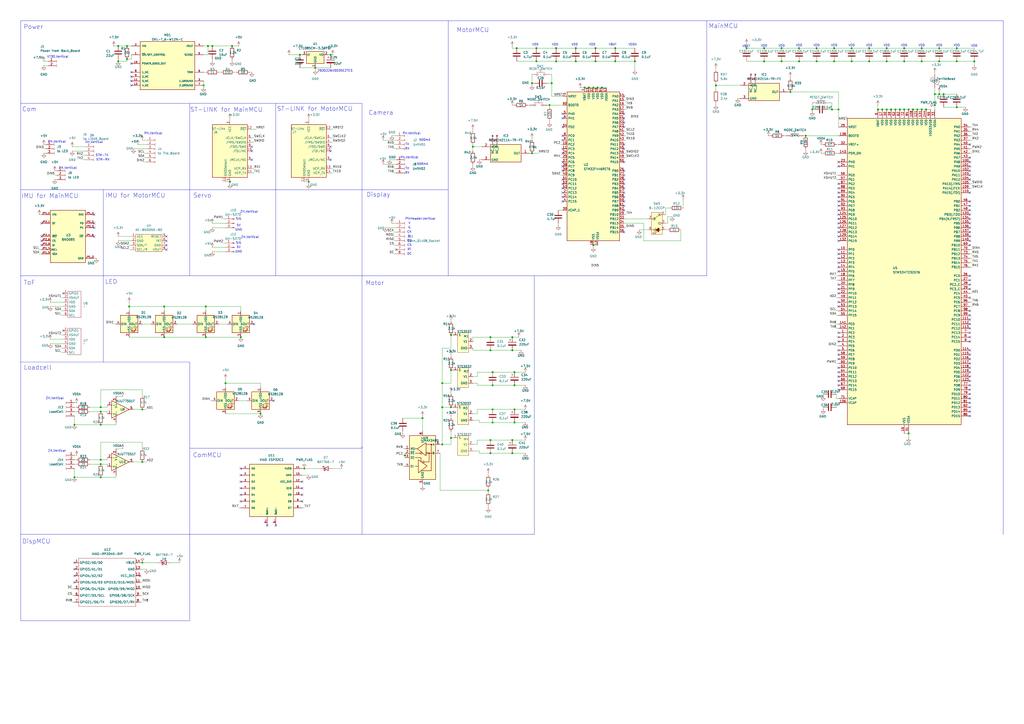
<source format=kicad_sch>
(kicad_sch (version 20231120) (generator "eeschema") (generator_version "8.0")
  (paper "A2")
  (lib_symbols
    (symbol "AE-BNO055-BO:AE-BNO055-BO"
      (property "Reference" "U" (at 10.16 7.62 0))
      (property "Value" "AE-BNO055-BO" (at 10.16 5.08 0))
      (symbol "AE-BNO055-BO_1_1"
        (pin power_in line (at 0 2.54 0) (length 2.54) (name "VCC") (number "1"))
        (pin power_in line (at 0 0 0) (length 2.54) (name "GND") (number "2"))
        (pin passive line (at 0 -2.54 0) (length 2.54) (name "SDA/T") (number "3"))
        (pin passive line (at 0 -5.08 0) (length 2.54) (name "SCL/R") (number "4"))
        (pin passive line (at 20.32 2.54 180) (length 2.54) (name "RESET") (number "5"))
        (pin passive line (at 20.32 0 180) (length 2.54) (name "INT") (number "6"))
        (pin power_in line (at 20.32 -2.54 180) (length 2.54) (name "GND") (number "7"))
        (pin power_out line (at 20.32 -5.08 180) (length 2.54) (name "VOUT") (number "8"))
      )
    )
    (symbol "Adafruit_BNO085:BNO085" (pin_names (offset 1.016))
      (property "Reference" "U" (at -10.16 16.002 0))
      (property "Value" "BNO085" (at -10.16 -17.78 0))
      (symbol "BNO085_0_0"
        (pin input line (at -15.24 12.7 0) (length 5.08) (name "VIN") (number "JP1_1"))
        (pin output line (at 15.24 12.7 180) (length 5.08) (name "3VO") (number "JP1_2"))
        (pin power_in line (at 15.24 -12.7 180) (length 5.08) (name "GND") (number "JP1_3"))
        (pin bidirectional clock (at -15.24 -7.62 0) (length 5.08) (name "SCL") (number "JP1_4"))
        (pin bidirectional line (at -15.24 -10.16 0) (length 5.08) (name "SDA") (number "JP1_5"))
        (pin output line (at 15.24 0 180) (length 5.08) (name "~{INT}") (number "JP1_6"))
        (pin input line (at -15.24 7.62 0) (length 5.08) (name "BT") (number "JP2_1"))
        (pin bidirectional line (at 15.24 7.62 180) (length 5.08) (name "P0") (number "JP2_2"))
        (pin bidirectional line (at 15.24 5.08 180) (length 5.08) (name "P1") (number "JP2_3"))
        (pin input line (at -15.24 0 0) (length 5.08) (name "~{RST}") (number "JP2_4"))
        (pin input line (at -15.24 -5.08 0) (length 5.08) (name "DI") (number "JP2_5"))
        (pin input line (at -15.24 -2.54 0) (length 5.08) (name "CS") (number "JP2_6"))
      )
    )
    (symbol "B-12CCP:B-12CCP"
      (property "Reference" "SW" (at 0.508 12.954 0))
      (property "Value" "B-12CCP" (at 0.508 11.43 0))
      (symbol "B-12CCP_1_1"
        (pin passive line (at 5.08 8.89 180) (length 2.54) (name "A") (number "1"))
        (pin passive line (at -5.08 6.35 0) (length 2.54) (name "B") (number "2"))
        (pin passive line (at 5.08 3.81 180) (length 2.54) (name "C") (number "3"))
        (pin passive line (at 5.08 0 180) (length 2.54) (name "A") (number "5"))
        (pin passive line (at -5.08 0 0) (length 2.54) (name "K") (number "6"))
      )
    )
    (symbol "Connector:Conn_01x02_Socket" (pin_names (offset 1.016) hide)
      (property "Reference" "J" (at 0 2.54 0))
      (property "Value" "Conn_01x02_Socket" (at 0 -5.08 0))
      (symbol "Conn_01x02_Socket_1_1"
        (pin passive line (at -5.08 0 0) (length 3.81) (name "Pin_1") (number "1"))
        (pin passive line (at -5.08 -2.54 0) (length 3.81) (name "Pin_2") (number "2"))
      )
    )
    (symbol "Connector:Conn_01x03_Pin" (pin_names (offset 1.016) hide)
      (property "Reference" "J" (at 0 5.08 0))
      (property "Value" "Conn_01x03_Pin" (at 0 -5.08 0))
      (symbol "Conn_01x03_Pin_1_1"
        (pin passive line (at 5.08 2.54 180) (length 3.81) (name "Pin_1") (number "1"))
        (pin passive line (at 5.08 0 180) (length 3.81) (name "Pin_2") (number "2"))
        (pin passive line (at 5.08 -2.54 180) (length 3.81) (name "Pin_3") (number "3"))
      )
    )
    (symbol "Connector:Conn_01x03_Socket" (pin_names (offset 1.016) hide)
      (property "Reference" "J" (at 0 5.08 0))
      (property "Value" "Conn_01x03_Socket" (at 0 -5.08 0))
      (symbol "Conn_01x03_Socket_1_1"
        (pin passive line (at -5.08 2.54 0) (length 3.81) (name "Pin_1") (number "1"))
        (pin passive line (at -5.08 0 0) (length 3.81) (name "Pin_2") (number "2"))
        (pin passive line (at -5.08 -2.54 0) (length 3.81) (name "Pin_3") (number "3"))
      )
    )
    (symbol "Connector:Conn_01x04_Socket" (pin_names (offset 1.016) hide)
      (property "Reference" "J" (at 0 5.08 0))
      (property "Value" "Conn_01x04_Socket" (at 0 -7.62 0))
      (symbol "Conn_01x04_Socket_1_1"
        (pin passive line (at -5.08 2.54 0) (length 3.81) (name "Pin_1") (number "1"))
        (pin passive line (at -5.08 0 0) (length 3.81) (name "Pin_2") (number "2"))
        (pin passive line (at -5.08 -2.54 0) (length 3.81) (name "Pin_3") (number "3"))
        (pin passive line (at -5.08 -5.08 0) (length 3.81) (name "Pin_4") (number "4"))
      )
    )
    (symbol "Connector:Conn_01x06_Socket" (pin_names (offset 1.016) hide)
      (property "Reference" "J" (at 0 7.62 0))
      (property "Value" "Conn_01x06_Socket" (at 0 -10.16 0))
      (symbol "Conn_01x06_Socket_1_1"
        (pin passive line (at -5.08 5.08 0) (length 3.81) (name "Pin_1") (number "1"))
        (pin passive line (at -5.08 2.54 0) (length 3.81) (name "Pin_2") (number "2"))
        (pin passive line (at -5.08 0 0) (length 3.81) (name "Pin_3") (number "3"))
        (pin passive line (at -5.08 -2.54 0) (length 3.81) (name "Pin_4") (number "4"))
        (pin passive line (at -5.08 -5.08 0) (length 3.81) (name "Pin_5") (number "5"))
        (pin passive line (at -5.08 -7.62 0) (length 3.81) (name "Pin_6") (number "6"))
      )
    )
    (symbol "Connector:Conn_01x08_Socket" (pin_names (offset 1.016) hide)
      (property "Reference" "J" (at 0 10.16 0))
      (property "Value" "Conn_01x08_Socket" (at 0 -12.7 0))
      (symbol "Conn_01x08_Socket_1_1"
        (pin passive line (at -5.08 7.62 0) (length 3.81) (name "Pin_1") (number "1"))
        (pin passive line (at -5.08 5.08 0) (length 3.81) (name "Pin_2") (number "2"))
        (pin passive line (at -5.08 2.54 0) (length 3.81) (name "Pin_3") (number "3"))
        (pin passive line (at -5.08 0 0) (length 3.81) (name "Pin_4") (number "4"))
        (pin passive line (at -5.08 -2.54 0) (length 3.81) (name "Pin_5") (number "5"))
        (pin passive line (at -5.08 -5.08 0) (length 3.81) (name "Pin_6") (number "6"))
        (pin passive line (at -5.08 -7.62 0) (length 3.81) (name "Pin_7") (number "7"))
        (pin passive line (at -5.08 -10.16 0) (length 3.81) (name "Pin_8") (number "8"))
      )
    )
    (symbol "Connector:Conn_ST_STDC14"
      (property "Reference" "J" (at -8.89 16.51 0))
      (property "Value" "Conn_ST_STDC14" (at 17.78 16.51 0))
      (symbol "Conn_ST_STDC14_1_1"
        (pin no_connect line (at -10.16 5.08 0) (length 2.54) hide (name "NC") (number "1"))
        (pin output line (at 12.7 0 180) (length 2.54) (name "JTDI/NC") (number "10"))
        (pin passive line (at -2.54 -17.78 90) (length 2.54) (name "GNDDetect") (number "11"))
        (pin open_collector line (at 12.7 12.7 180) (length 2.54) (name "~{RST}") (number "12"))
        (pin output line (at 12.7 -10.16 180) (length 2.54) (name "VCP_RX") (number "13"))
        (pin input line (at 12.7 -12.7 180) (length 2.54) (name "VCP_TX") (number "14"))
        (pin no_connect line (at -10.16 2.54 0) (length 2.54) hide (name "NC") (number "2"))
        (pin power_in line (at 0 17.78 270) (length 2.54) (name "VCC") (number "3"))
        (pin bidirectional line (at 12.7 5.08 180) (length 2.54) (name "JTMS/SWDIO") (number "4"))
        (pin power_in line (at 0 -17.78 90) (length 2.54) (name "GND") (number "5"))
        (pin output line (at 12.7 7.62 180) (length 2.54) (name "JCLK/SWCLK") (number "6"))
        (pin passive line (at 0 -17.78 90) (length 2.54) hide (name "GND") (number "7"))
        (pin input line (at 12.7 2.54 180) (length 2.54) (name "JTDO/SWO") (number "8"))
        (pin input line (at 12.7 -5.08 180) (length 2.54) (name "JRCLK/NC") (number "9"))
      )
    )
    (symbol "Device:C" (pin_numbers hide) (pin_names (offset 0.254))
      (property "Reference" "C" (at 0.635 2.54 0))
      (property "Value" "C" (at 0.635 -2.54 0))
      (symbol "C_1_1"
        (pin passive line (at 0 3.81 270) (length 2.794) (name "~") (number "1"))
        (pin passive line (at 0 -3.81 90) (length 2.794) (name "~") (number "2"))
      )
    )
    (symbol "Device:C_Polarized" (pin_numbers hide) (pin_names (offset 0.254))
      (property "Reference" "C" (at 0.635 2.54 0))
      (property "Value" "C_Polarized" (at 0.635 -2.54 0))
      (symbol "C_Polarized_1_1"
        (pin passive line (at 0 3.81 270) (length 2.794) (name "~") (number "1"))
        (pin passive line (at 0 -3.81 90) (length 2.794) (name "~") (number "2"))
      )
    )
    (symbol "Device:D_Schottky" (pin_numbers hide) (pin_names (offset 1.016) hide)
      (property "Reference" "D" (at 0 2.54 0))
      (property "Value" "D_Schottky" (at 0 -2.54 0))
      (symbol "D_Schottky_1_1"
        (pin passive line (at -3.81 0 0) (length 2.54) (name "K") (number "1"))
        (pin passive line (at 3.81 0 180) (length 2.54) (name "A") (number "2"))
      )
    )
    (symbol "Device:FerriteBead" (pin_numbers hide) (pin_names (offset 0))
      (property "Reference" "FB" (at -3.81 0.635 90))
      (property "Value" "FerriteBead" (at 3.81 0 90))
      (symbol "FerriteBead_1_1"
        (pin passive line (at 0 3.81 270) (length 2.54) (name "~") (number "1"))
        (pin passive line (at 0 -3.81 90) (length 2.54) (name "~") (number "2"))
      )
    )
    (symbol "Device:R" (pin_numbers hide) (pin_names (offset 0))
      (property "Reference" "R" (at 2.032 0 90))
      (property "Value" "R" (at 0 0 90))
      (symbol "R_1_1"
        (pin passive line (at 0 3.81 270) (length 1.27) (name "~") (number "1"))
        (pin passive line (at 0 -3.81 90) (length 1.27) (name "~") (number "2"))
      )
    )
    (symbol "Interface_UART:MAX3485"
      (property "Reference" "U" (at -6.985 13.97 0))
      (property "Value" "MAX3485" (at 1.905 13.97 0))
      (symbol "MAX3485_1_1"
        (pin output line (at -10.16 5.08 0) (length 2.54) (name "RO") (number "1"))
        (pin input line (at -10.16 2.54 0) (length 2.54) (name "~{RE}") (number "2"))
        (pin input line (at -10.16 0 0) (length 2.54) (name "DE") (number "3"))
        (pin input line (at -10.16 -5.08 0) (length 2.54) (name "DI") (number "4"))
        (pin power_in line (at 0 -15.24 90) (length 2.54) (name "GND") (number "5"))
        (pin bidirectional line (at 10.16 7.62 180) (length 2.54) (name "A") (number "6"))
        (pin bidirectional line (at 10.16 2.54 180) (length 2.54) (name "B") (number "7"))
        (pin power_in line (at 0 15.24 270) (length 2.54) (name "VCC") (number "8"))
      )
    )
    (symbol "LED:WS2812B" (pin_names (offset 0.254))
      (property "Reference" "D" (at 5.08 5.715 0))
      (property "Value" "WS2812B" (at 1.27 -5.715 0))
      (symbol "WS2812B_0_0"
        (text "RGB" (at 2.286 -4.191 0) (effects (font (size 0.762 0.762))))
      )
      (symbol "WS2812B_1_1"
        (pin power_in line (at 0 7.62 270) (length 2.54) (name "VDD") (number "1"))
        (pin output line (at 7.62 0 180) (length 2.54) (name "DOUT") (number "2"))
        (pin power_in line (at 0 -7.62 90) (length 2.54) (name "VSS") (number "3"))
        (pin input line (at -7.62 0 0) (length 2.54) (name "DIN") (number "4"))
      )
    )
    (symbol "MCU_ST_STM32F4:STM32F446RETx"
      (property "Reference" "U" (at -15.24 44.45 0))
      (property "Value" "STM32F446RETx" (at 10.16 44.45 0))
      (symbol "STM32F446RETx_1_1"
        (pin power_in line (at -5.08 45.72 270) (length 2.54) (name "VBAT") (number "1"))
        (pin bidirectional line (at -17.78 12.7 0) (length 2.54) (name "PC2") (number "10"))
        (pin bidirectional line (at -17.78 10.16 0) (length 2.54) (name "PC3") (number "11"))
        (pin power_in line (at 2.54 -45.72 90) (length 2.54) (name "VSSA") (number "12"))
        (pin power_in line (at 7.62 45.72 270) (length 2.54) (name "VDDA") (number "13"))
        (pin bidirectional line (at 17.78 40.64 180) (length 2.54) (name "PA0") (number "14"))
        (pin bidirectional line (at 17.78 38.1 180) (length 2.54) (name "PA1") (number "15"))
        (pin bidirectional line (at 17.78 35.56 180) (length 2.54) (name "PA2") (number "16"))
        (pin bidirectional line (at 17.78 33.02 180) (length 2.54) (name "PA3") (number "17"))
        (pin power_in line (at 0 -45.72 90) (length 2.54) (name "VSS") (number "18"))
        (pin power_in line (at -2.54 45.72 270) (length 2.54) (name "VDD") (number "19"))
        (pin bidirectional line (at -17.78 -15.24 0) (length 2.54) (name "PC13") (number "2"))
        (pin bidirectional line (at 17.78 30.48 180) (length 2.54) (name "PA4") (number "20"))
        (pin bidirectional line (at 17.78 27.94 180) (length 2.54) (name "PA5") (number "21"))
        (pin bidirectional line (at 17.78 25.4 180) (length 2.54) (name "PA6") (number "22"))
        (pin bidirectional line (at 17.78 22.86 180) (length 2.54) (name "PA7") (number "23"))
        (pin bidirectional line (at -17.78 7.62 0) (length 2.54) (name "PC4") (number "24"))
        (pin bidirectional line (at -17.78 5.08 0) (length 2.54) (name "PC5") (number "25"))
        (pin bidirectional line (at 17.78 -2.54 180) (length 2.54) (name "PB0") (number "26"))
        (pin bidirectional line (at 17.78 -5.08 180) (length 2.54) (name "PB1") (number "27"))
        (pin bidirectional line (at 17.78 -7.62 180) (length 2.54) (name "PB2") (number "28"))
        (pin bidirectional line (at 17.78 -27.94 180) (length 2.54) (name "PB10") (number "29"))
        (pin bidirectional line (at -17.78 -17.78 0) (length 2.54) (name "PC14") (number "3"))
        (pin power_out line (at -17.78 -25.4 0) (length 2.54) (name "VCAP_1") (number "30"))
        (pin passive line (at 0 -45.72 90) (length 2.54) hide (name "VSS") (number "31"))
        (pin power_in line (at 0 45.72 270) (length 2.54) (name "VDD") (number "32"))
        (pin bidirectional line (at 17.78 -30.48 180) (length 2.54) (name "PB12") (number "33"))
        (pin bidirectional line (at 17.78 -33.02 180) (length 2.54) (name "PB13") (number "34"))
        (pin bidirectional line (at 17.78 -35.56 180) (length 2.54) (name "PB14") (number "35"))
        (pin bidirectional line (at 17.78 -38.1 180) (length 2.54) (name "PB15") (number "36"))
        (pin bidirectional line (at -17.78 2.54 0) (length 2.54) (name "PC6") (number "37"))
        (pin bidirectional line (at -17.78 0 0) (length 2.54) (name "PC7") (number "38"))
        (pin bidirectional line (at -17.78 -2.54 0) (length 2.54) (name "PC8") (number "39"))
        (pin bidirectional line (at -17.78 -20.32 0) (length 2.54) (name "PC15") (number "4"))
        (pin bidirectional line (at -17.78 -5.08 0) (length 2.54) (name "PC9") (number "40"))
        (pin bidirectional line (at 17.78 20.32 180) (length 2.54) (name "PA8") (number "41"))
        (pin bidirectional line (at 17.78 17.78 180) (length 2.54) (name "PA9") (number "42"))
        (pin bidirectional line (at 17.78 15.24 180) (length 2.54) (name "PA10") (number "43"))
        (pin bidirectional line (at 17.78 12.7 180) (length 2.54) (name "PA11") (number "44"))
        (pin bidirectional line (at 17.78 10.16 180) (length 2.54) (name "PA12") (number "45"))
        (pin bidirectional line (at 17.78 7.62 180) (length 2.54) (name "PA13") (number "46"))
        (pin passive line (at 0 -45.72 90) (length 2.54) hide (name "VSS") (number "47"))
        (pin power_in line (at 2.54 45.72 270) (length 2.54) (name "VDD") (number "48"))
        (pin bidirectional line (at 17.78 5.08 180) (length 2.54) (name "PA14") (number "49"))
        (pin bidirectional line (at -17.78 30.48 0) (length 2.54) (name "PH0") (number "5"))
        (pin bidirectional line (at 17.78 2.54 180) (length 2.54) (name "PA15") (number "50"))
        (pin bidirectional line (at -17.78 -7.62 0) (length 2.54) (name "PC10") (number "51"))
        (pin bidirectional line (at -17.78 -10.16 0) (length 2.54) (name "PC11") (number "52"))
        (pin bidirectional line (at -17.78 -12.7 0) (length 2.54) (name "PC12") (number "53"))
        (pin bidirectional line (at -17.78 22.86 0) (length 2.54) (name "PD2") (number "54"))
        (pin bidirectional line (at 17.78 -10.16 180) (length 2.54) (name "PB3") (number "55"))
        (pin bidirectional line (at 17.78 -12.7 180) (length 2.54) (name "PB4") (number "56"))
        (pin bidirectional line (at 17.78 -15.24 180) (length 2.54) (name "PB5") (number "57"))
        (pin bidirectional line (at 17.78 -17.78 180) (length 2.54) (name "PB6") (number "58"))
        (pin bidirectional line (at 17.78 -20.32 180) (length 2.54) (name "PB7") (number "59"))
        (pin bidirectional line (at -17.78 27.94 0) (length 2.54) (name "PH1") (number "6"))
        (pin input line (at -17.78 35.56 0) (length 2.54) (name "BOOT0") (number "60"))
        (pin bidirectional line (at 17.78 -22.86 180) (length 2.54) (name "PB8") (number "61"))
        (pin bidirectional line (at 17.78 -25.4 180) (length 2.54) (name "PB9") (number "62"))
        (pin passive line (at 0 -45.72 90) (length 2.54) hide (name "VSS") (number "63"))
        (pin power_in line (at 5.08 45.72 270) (length 2.54) (name "VDD") (number "64"))
        (pin input line (at -17.78 40.64 0) (length 2.54) (name "NRST") (number "7"))
        (pin bidirectional line (at -17.78 17.78 0) (length 2.54) (name "PC0") (number "8"))
        (pin bidirectional line (at -17.78 15.24 0) (length 2.54) (name "PC1") (number "9"))
      )
    )
    (symbol "MCU_ST_STM32H7:STM32H723ZGTx"
      (property "Reference" "U" (at -33.02 90.17 0))
      (property "Value" "STM32H723ZGTx" (at 20.32 90.17 0))
      (symbol "STM32H723ZGTx_1_1"
        (pin bidirectional line (at -38.1 -35.56 0) (length 5.08) (name "PE2") (number "1"))
        (pin bidirectional line (at -38.1 12.7 0) (length 5.08) (name "PF0") (number "10"))
        (pin bidirectional line (at 38.1 63.5 180) (length 5.08) (name "PA8") (number "100"))
        (pin bidirectional line (at 38.1 60.96 180) (length 5.08) (name "PA9") (number "101"))
        (pin bidirectional line (at 38.1 58.42 180) (length 5.08) (name "PA10") (number "102"))
        (pin bidirectional line (at 38.1 55.88 180) (length 5.08) (name "PA11") (number "103"))
        (pin bidirectional line (at 38.1 53.34 180) (length 5.08) (name "PA12") (number "104"))
        (pin bidirectional line (at 38.1 50.8 180) (length 5.08) (name "PA13(JTMS") (number "105"))
        (pin power_out line (at -38.1 -76.2 0) (length 5.08) (name "VCAP") (number "106"))
        (pin passive line (at 0 -93.98 90) (length 5.08) hide (name "VSS") (number "107"))
        (pin power_in line (at 5.08 93.98 270) (length 5.08) (name "VDD") (number "108"))
        (pin bidirectional line (at 38.1 48.26 180) (length 5.08) (name "PA14(JTCK") (number "109"))
        (pin bidirectional line (at -38.1 10.16 0) (length 5.08) (name "PF1") (number "11"))
        (pin bidirectional line (at 38.1 45.72 180) (length 5.08) (name "PA15(JTDI)") (number "110"))
        (pin bidirectional line (at 38.1 -27.94 180) (length 5.08) (name "PC10") (number "111"))
        (pin bidirectional line (at 38.1 -30.48 180) (length 5.08) (name "PC11") (number "112"))
        (pin bidirectional line (at 38.1 -33.02 180) (length 5.08) (name "PC12") (number "113"))
        (pin bidirectional line (at 38.1 -45.72 180) (length 5.08) (name "PD0") (number "114"))
        (pin bidirectional line (at 38.1 -48.26 180) (length 5.08) (name "PD1") (number "115"))
        (pin bidirectional line (at 38.1 -50.8 180) (length 5.08) (name "PD2") (number "116"))
        (pin bidirectional line (at 38.1 -53.34 180) (length 5.08) (name "PD3") (number "117"))
        (pin bidirectional line (at 38.1 -55.88 180) (length 5.08) (name "PD4") (number "118"))
        (pin bidirectional line (at 38.1 -58.42 180) (length 5.08) (name "PD5") (number "119"))
        (pin bidirectional line (at -38.1 7.62 0) (length 5.08) (name "PF2") (number "12"))
        (pin passive line (at 0 -93.98 90) (length 5.08) hide (name "VSS") (number "120"))
        (pin power_in line (at 7.62 93.98 270) (length 5.08) (name "VDD") (number "121"))
        (pin bidirectional line (at 38.1 -60.96 180) (length 5.08) (name "PD6") (number "122"))
        (pin bidirectional line (at 38.1 -63.5 180) (length 5.08) (name "PD7") (number "123"))
        (pin bidirectional line (at -38.1 33.02 0) (length 5.08) (name "PG9") (number "124"))
        (pin bidirectional line (at -38.1 30.48 0) (length 5.08) (name "PG10") (number "125"))
        (pin bidirectional line (at -38.1 27.94 0) (length 5.08) (name "PG11") (number "126"))
        (pin bidirectional line (at -38.1 25.4 0) (length 5.08) (name "PG12") (number "127"))
        (pin bidirectional line (at -38.1 22.86 0) (length 5.08) (name "PG13") (number "128"))
        (pin bidirectional line (at -38.1 20.32 0) (length 5.08) (name "PG14") (number "129"))
        (pin bidirectional line (at -38.1 5.08 0) (length 5.08) (name "PF3") (number "13"))
        (pin passive line (at 0 -93.98 90) (length 5.08) hide (name "VSS") (number "130"))
        (pin power_in line (at 10.16 93.98 270) (length 5.08) (name "VDD") (number "131"))
        (pin bidirectional line (at -38.1 17.78 0) (length 5.08) (name "PG15") (number "132"))
        (pin bidirectional line (at 38.1 33.02 180) (length 5.08) (name "PB3(JTDO") (number "133"))
        (pin bidirectional line (at 38.1 30.48 180) (length 5.08) (name "PB4(NJTRST)") (number "134"))
        (pin bidirectional line (at 38.1 27.94 180) (length 5.08) (name "PB5") (number "135"))
        (pin bidirectional line (at 38.1 25.4 180) (length 5.08) (name "PB6") (number "136"))
        (pin bidirectional line (at 38.1 22.86 180) (length 5.08) (name "PB7") (number "137"))
        (pin input line (at -38.1 78.74 0) (length 5.08) (name "BOOT0") (number "138"))
        (pin bidirectional line (at 38.1 20.32 180) (length 5.08) (name "PB8") (number "139"))
        (pin bidirectional line (at -38.1 2.54 0) (length 5.08) (name "PF4") (number "14"))
        (pin bidirectional line (at 38.1 17.78 180) (length 5.08) (name "PB9") (number "140"))
        (pin bidirectional line (at -38.1 -30.48 0) (length 5.08) (name "PE0") (number "141"))
        (pin bidirectional line (at -38.1 -33.02 0) (length 5.08) (name "PE1") (number "142"))
        (pin input line (at -38.1 68.58 0) (length 5.08) (name "PDR_ON") (number "143"))
        (pin power_in line (at 12.7 93.98 270) (length 5.08) (name "VDD") (number "144"))
        (pin bidirectional line (at -38.1 0 0) (length 5.08) (name "PF5") (number "15"))
        (pin power_in line (at 0 -93.98 90) (length 5.08) (name "VSS") (number "16"))
        (pin power_in line (at -12.7 93.98 270) (length 5.08) (name "VDD") (number "17"))
        (pin bidirectional line (at -38.1 -2.54 0) (length 5.08) (name "PF6") (number "18"))
        (pin bidirectional line (at -38.1 -5.08 0) (length 5.08) (name "PF7") (number "19"))
        (pin bidirectional line (at -38.1 -38.1 0) (length 5.08) (name "PE3") (number "2"))
        (pin bidirectional line (at -38.1 -7.62 0) (length 5.08) (name "PF8") (number "20"))
        (pin bidirectional line (at -38.1 -10.16 0) (length 5.08) (name "PF9") (number "21"))
        (pin bidirectional line (at -38.1 -12.7 0) (length 5.08) (name "PF10") (number "22"))
        (pin bidirectional line (at -38.1 63.5 0) (length 5.08) (name "PH0") (number "23"))
        (pin bidirectional line (at -38.1 60.96 0) (length 5.08) (name "PH1") (number "24"))
        (pin input line (at -38.1 83.82 0) (length 5.08) (name "NRST") (number "25"))
        (pin bidirectional line (at 38.1 -2.54 180) (length 5.08) (name "PC0") (number "26"))
        (pin bidirectional line (at 38.1 -5.08 180) (length 5.08) (name "PC1") (number "27"))
        (pin bidirectional line (at 38.1 -7.62 180) (length 5.08) (name "PC2_C") (number "28"))
        (pin bidirectional line (at 38.1 -10.16 180) (length 5.08) (name "PC3_C") (number "29"))
        (pin bidirectional line (at -38.1 -40.64 0) (length 5.08) (name "PE4") (number "3"))
        (pin power_in line (at -10.16 93.98 270) (length 5.08) (name "VDD") (number "30"))
        (pin power_in line (at 2.54 -93.98 90) (length 5.08) (name "VSSA") (number "31"))
        (pin input line (at -38.1 73.66 0) (length 5.08) (name "VREF+") (number "32"))
        (pin power_in line (at 17.78 93.98 270) (length 5.08) (name "VDDA") (number "33"))
        (pin bidirectional line (at 38.1 83.82 180) (length 5.08) (name "PA0") (number "34"))
        (pin bidirectional line (at 38.1 81.28 180) (length 5.08) (name "PA1") (number "35"))
        (pin bidirectional line (at 38.1 78.74 180) (length 5.08) (name "PA2") (number "36"))
        (pin bidirectional line (at 38.1 76.2 180) (length 5.08) (name "PA3") (number "37"))
        (pin passive line (at 0 -93.98 90) (length 5.08) hide (name "VSS") (number "38"))
        (pin power_in line (at -7.62 93.98 270) (length 5.08) (name "VDD") (number "39"))
        (pin bidirectional line (at -38.1 -43.18 0) (length 5.08) (name "PE5") (number "4"))
        (pin bidirectional line (at 38.1 73.66 180) (length 5.08) (name "PA4") (number "40"))
        (pin bidirectional line (at 38.1 71.12 180) (length 5.08) (name "PA5") (number "41"))
        (pin bidirectional line (at 38.1 68.58 180) (length 5.08) (name "PA6") (number "42"))
        (pin bidirectional line (at 38.1 66.04 180) (length 5.08) (name "PA7") (number "43"))
        (pin bidirectional line (at 38.1 -12.7 180) (length 5.08) (name "PC4") (number "44"))
        (pin bidirectional line (at 38.1 -15.24 180) (length 5.08) (name "PC5") (number "45"))
        (pin bidirectional line (at 38.1 40.64 180) (length 5.08) (name "PB0") (number "46"))
        (pin bidirectional line (at 38.1 38.1 180) (length 5.08) (name "PB1") (number "47"))
        (pin bidirectional line (at 38.1 35.56 180) (length 5.08) (name "PB2") (number "48"))
        (pin bidirectional line (at -38.1 -15.24 0) (length 5.08) (name "PF11") (number "49"))
        (pin bidirectional line (at -38.1 -45.72 0) (length 5.08) (name "PE6") (number "5"))
        (pin bidirectional line (at -38.1 -17.78 0) (length 5.08) (name "PF12") (number "50"))
        (pin passive line (at 0 -93.98 90) (length 5.08) hide (name "VSS") (number "51"))
        (pin power_in line (at -5.08 93.98 270) (length 5.08) (name "VDD") (number "52"))
        (pin bidirectional line (at -38.1 -20.32 0) (length 5.08) (name "PF13") (number "53"))
        (pin bidirectional line (at -38.1 -22.86 0) (length 5.08) (name "PF14") (number "54"))
        (pin bidirectional line (at -38.1 -25.4 0) (length 5.08) (name "PF15") (number "55"))
        (pin bidirectional line (at -38.1 55.88 0) (length 5.08) (name "PG0") (number "56"))
        (pin bidirectional line (at -38.1 53.34 0) (length 5.08) (name "PG1") (number "57"))
        (pin bidirectional line (at -38.1 -48.26 0) (length 5.08) (name "PE7") (number "58"))
        (pin bidirectional line (at -38.1 -50.8 0) (length 5.08) (name "PE8") (number "59"))
        (pin power_in line (at -15.24 93.98 270) (length 5.08) (name "VBAT") (number "6"))
        (pin bidirectional line (at -38.1 -53.34 0) (length 5.08) (name "PE9") (number "60"))
        (pin passive line (at 0 -93.98 90) (length 5.08) hide (name "VSS") (number "61"))
        (pin power_in line (at -2.54 93.98 270) (length 5.08) (name "VDD") (number "62"))
        (pin bidirectional line (at -38.1 -55.88 0) (length 5.08) (name "PE10") (number "63"))
        (pin bidirectional line (at -38.1 -58.42 0) (length 5.08) (name "PE11") (number "64"))
        (pin bidirectional line (at -38.1 -60.96 0) (length 5.08) (name "PE12") (number "65"))
        (pin bidirectional line (at -38.1 -63.5 0) (length 5.08) (name "PE13") (number "66"))
        (pin bidirectional line (at -38.1 -66.04 0) (length 5.08) (name "PE14") (number "67"))
        (pin bidirectional line (at -38.1 -68.58 0) (length 5.08) (name "PE15") (number "68"))
        (pin bidirectional line (at 38.1 15.24 180) (length 5.08) (name "PB10") (number "69"))
        (pin bidirectional line (at 38.1 -35.56 180) (length 5.08) (name "PC13") (number "7"))
        (pin bidirectional line (at 38.1 12.7 180) (length 5.08) (name "PB11") (number "70"))
        (pin power_out line (at -38.1 -73.66 0) (length 5.08) (name "VCAP") (number "71"))
        (pin power_in line (at 0 93.98 270) (length 5.08) (name "VDD") (number "72"))
        (pin bidirectional line (at 38.1 10.16 180) (length 5.08) (name "PB12") (number "73"))
        (pin bidirectional line (at 38.1 7.62 180) (length 5.08) (name "PB13") (number "74"))
        (pin bidirectional line (at 38.1 5.08 180) (length 5.08) (name "PB14") (number "75"))
        (pin bidirectional line (at 38.1 2.54 180) (length 5.08) (name "PB15") (number "76"))
        (pin bidirectional line (at 38.1 -66.04 180) (length 5.08) (name "PD8") (number "77"))
        (pin bidirectional line (at 38.1 -68.58 180) (length 5.08) (name "PD9") (number "78"))
        (pin bidirectional line (at 38.1 -71.12 180) (length 5.08) (name "PD10") (number "79"))
        (pin bidirectional line (at 38.1 -38.1 180) (length 5.08) (name "PC14") (number "8"))
        (pin bidirectional line (at 38.1 -73.66 180) (length 5.08) (name "PD11") (number "80"))
        (pin bidirectional line (at 38.1 -76.2 180) (length 5.08) (name "PD12") (number "81"))
        (pin bidirectional line (at 38.1 -78.74 180) (length 5.08) (name "PD13") (number "82"))
        (pin passive line (at 0 -93.98 90) (length 5.08) hide (name "VSS") (number "83"))
        (pin power_in line (at 2.54 93.98 270) (length 5.08) (name "VDD") (number "84"))
        (pin bidirectional line (at 38.1 -81.28 180) (length 5.08) (name "PD14") (number "85"))
        (pin bidirectional line (at 38.1 -83.82 180) (length 5.08) (name "PD15") (number "86"))
        (pin bidirectional line (at -38.1 50.8 0) (length 5.08) (name "PG2") (number "87"))
        (pin bidirectional line (at -38.1 48.26 0) (length 5.08) (name "PG3") (number "88"))
        (pin bidirectional line (at -38.1 45.72 0) (length 5.08) (name "PG4") (number "89"))
        (pin bidirectional line (at 38.1 -40.64 180) (length 5.08) (name "PC15") (number "9"))
        (pin bidirectional line (at -38.1 43.18 0) (length 5.08) (name "PG5") (number "90"))
        (pin bidirectional line (at -38.1 40.64 0) (length 5.08) (name "PG6") (number "91"))
        (pin bidirectional line (at -38.1 38.1 0) (length 5.08) (name "PG7") (number "92"))
        (pin bidirectional line (at -38.1 35.56 0) (length 5.08) (name "PG8") (number "93"))
        (pin passive line (at 0 -93.98 90) (length 5.08) hide (name "VSS") (number "94"))
        (pin power_in line (at 15.24 93.98 270) (length 5.08) (name "VDD33USB") (number "95"))
        (pin bidirectional line (at 38.1 -17.78 180) (length 5.08) (name "PC6") (number "96"))
        (pin bidirectional line (at 38.1 -20.32 180) (length 5.08) (name "PC7") (number "97"))
        (pin bidirectional line (at 38.1 -22.86 180) (length 5.08) (name "PC8") (number "98"))
        (pin bidirectional line (at 38.1 -25.4 180) (length 5.08) (name "PC9") (number "99"))
      )
    )
    (symbol "OKL-T_6-W12N-C_1" (pin_names (offset 1.016))
      (property "Reference" "MD" (at 2.54 -2.54 0))
      (property "Value" "OKL-T_6-W12N-C" (at 0 0 0))
      (symbol "OKL-T_6-W12N-C_1_0_0"
        (pin bidirectional line (at -24.13 -12.7 0) (length 5.08) (name "~{ON}/OFF_CONTROL") (number "1"))
        (pin open_collector line (at -24.13 -17.78 0) (length 5.08) (name "POWER_GOOD_OUT") (number "10"))
        (pin passive line (at -24.13 -27.94 0) (length 5.08) (name "3_NC") (number "11"))
        (pin passive line (at -24.13 -30.48 0) (length 5.08) (name "4_NC") (number "12"))
        (pin bidirectional line (at -24.13 -7.62 0) (length 5.08) (name "VIN") (number "2"))
        (pin power_in line (at 17.78 -27.94 180) (length 5.08) (name "1_GROUND") (number "3"))
        (pin bidirectional line (at 17.78 -7.62 180) (length 5.08) (name "VOUT") (number "4"))
        (pin passive line (at 17.78 -12.7 180) (length 5.08) (name "SENSE") (number "5"))
        (pin passive line (at 17.78 -22.86 180) (length 5.08) (name "TRIM") (number "6"))
        (pin power_in line (at 17.78 -30.48 180) (length 5.08) (name "2_GROUND") (number "7"))
        (pin passive line (at -24.13 -22.86 0) (length 5.08) (name "1_NC") (number "8"))
        (pin passive line (at -24.13 -25.4 0) (length 5.08) (name "2_NC") (number "9"))
      )
    )
    (symbol "R3111N211A:R3111N211A-TR-FE"
      (property "Reference" "IC" (at -9.652 9.652 0))
      (property "Value" "R3111N211A-TR-FE" (at -9.652 7.112 0))
      (symbol "R3111N211A-TR-FE_1_1"
        (pin output line (at 13.97 0 180) (length 5.08) (name "OUT") (number "1"))
        (pin power_in line (at -13.97 3.81 0) (length 5.08) (name "VDD") (number "2"))
        (pin power_in line (at -13.97 -3.81 0) (length 5.08) (name "GND") (number "3"))
        (pin no_connect line (at -7.62 10.16 270) (length 5.08) (name "NC_1") (number "4"))
        (pin no_connect line (at -5.08 10.16 270) (length 5.08) (name "NC_2") (number "5"))
      )
    )
    (symbol "Regulator_Linear:LT1085-3.3" (pin_names (offset 0.254))
      (property "Reference" "U" (at -3.81 3.175 0))
      (property "Value" "LT1085-3.3" (at 0 3.175 0))
      (symbol "LT1085-3.3_1_1"
        (pin power_in line (at 0 -7.62 90) (length 2.54) (name "GND") (number "1"))
        (pin power_out line (at 7.62 0 180) (length 2.54) (name "VO") (number "2"))
        (pin power_in line (at -7.62 0 0) (length 2.54) (name "VI") (number "3"))
      )
    )
    (symbol "STS3032:STS3032"
      (property "Reference" "M" (at 3.048 3.556 0))
      (property "Value" "STS3032" (at 3.048 5.588 0))
      (symbol "STS3032_1_1"
        (pin bidirectional line (at -2.54 1.27 0) (length 2.54) (name "S") (number "1"))
        (pin power_in line (at 8.89 -2.54 180) (length 2.54) (name "V1") (number "2"))
        (pin power_in line (at 8.89 -6.35 180) (length 2.54) (name "GND") (number "3"))
      )
    )
    (symbol "STS3032_1"
      (property "Reference" "M" (at 3.048 3.556 0))
      (property "Value" "STS3032" (at 3.048 5.588 0))
      (symbol "STS3032_1_1_1"
        (pin bidirectional line (at -2.54 1.27 0) (length 2.54) (name "S") (number "1"))
        (pin power_in line (at 8.89 -2.54 180) (length 2.54) (name "V1") (number "2"))
        (pin power_in line (at 8.89 -6.35 180) (length 2.54) (name "GND") (number "3"))
      )
    )
    (symbol "Simulation_SPICE:OPAMP" (pin_names (offset 0.254))
      (property "Reference" "U17" (at 8.89 5.0486 0))
      (property "Value" "${SIM.PARAMS}" (at 8.89 3.1435 0))
      (symbol "OPAMP_1_1"
        (pin input line (at -7.62 -2.54 0) (length 2.54) (name "+") (number "1"))
        (pin input line (at -7.62 2.54 0) (length 2.54) (name "-") (number "2"))
        (pin power_in line (at -2.54 7.62 270) (length 3.81) (name "V+") (number "3"))
        (pin power_in line (at -2.54 -7.62 90) (length 3.81) (name "V-") (number "4"))
        (pin output line (at 7.62 0 180) (length 2.54) (name "~") (number "5"))
      )
    )
    (symbol "Switch:SW_Push" (pin_numbers hide) (pin_names (offset 1.016) hide)
      (property "Reference" "SW" (at 1.27 2.54 0))
      (property "Value" "SW_Push" (at 0 -1.524 0))
      (symbol "SW_Push_0_1"
        (pin passive line (at -5.08 0 0) (length 2.54) (name "1") (number "1"))
        (pin passive line (at 5.08 0 180) (length 2.54) (name "2") (number "2"))
      )
    )
    (symbol "VL53l0X:VL53L0X_SwScience_6pin"
      (property "Reference" "U" (at 0 -1.27 0))
      (symbol "VL53L0X_SwScience_6pin_1_1"
        (pin passive line (at -6.35 -3.81 0) (length 2.54) (name "GPIO1") (number "1"))
        (pin passive line (at -6.35 -6.35 0) (length 2.54) (name "XSHUT") (number "2"))
        (pin power_in line (at -6.35 -8.89 0) (length 2.54) (name "VDD") (number "3"))
        (pin power_in line (at -6.35 -11.43 0) (length 2.54) (name "GND") (number "4"))
        (pin passive line (at -6.35 -13.97 0) (length 2.54) (name "SDA") (number "5"))
        (pin passive line (at -6.35 -16.51 0) (length 2.54) (name "SCL") (number "6"))
      )
    )
    (symbol "XIAO_ESP32C3:XIAO ESP32C3" (pin_names (offset 1.016))
      (property "Reference" "U" (at -12.7 16.002 0))
      (property "Value" "XIAO ESP32C3" (at 7.62 -19.05 0))
      (symbol "XIAO ESP32C3_0_0"
        (pin bidirectional line (at -17.78 12.7 0) (length 5.08) (name "D0") (number "1"))
        (pin bidirectional line (at 17.78 -2.54 180) (length 5.08) (name "D9") (number "10"))
        (pin bidirectional line (at 17.78 1.27 180) (length 5.08) (name "D10") (number "11"))
        (pin power_in line (at 17.78 5.08 180) (length 5.08) (name "VCC_3V3") (number "12"))
        (pin power_in line (at 17.78 8.89 180) (length 5.08) (name "GND") (number "13"))
        (pin power_in line (at 17.78 12.7 180) (length 5.08) (name "VUSB") (number "14"))
        (pin bidirectional line (at -17.78 8.89 0) (length 5.08) (name "D1") (number "2"))
        (pin bidirectional line (at -17.78 5.08 0) (length 5.08) (name "D2") (number "3"))
        (pin bidirectional line (at -17.78 1.27 0) (length 5.08) (name "D3") (number "4"))
        (pin bidirectional line (at -17.78 -2.54 0) (length 5.08) (name "D4") (number "5"))
        (pin bidirectional line (at -17.78 -6.35 0) (length 5.08) (name "D5") (number "6"))
        (pin bidirectional line (at 17.78 -6.35 180) (length 5.08) (name "D8") (number "9"))
      )
      (symbol "XIAO ESP32C3_1_0"
        (pin bidirectional line (at -17.78 -10.16 0) (length 5.08) (name "D6") (number "7"))
        (pin bidirectional line (at 17.78 -10.16 180) (length 5.08) (name "D7") (number "8"))
        (pin power_in line (at -2.54 -20.32 90) (length 5.08) (name "Batt+") (number "B+"))
        (pin power_in line (at 2.54 -20.32 90) (length 5.08) (name "Batt-") (number "B-"))
      )
    )
    (symbol "XIAO_RP2040:XIAO-RP2040-DIP"
      (property "Reference" "U" (at 1.016 2.794 0))
      (property "Value" "XIAO-RP2040-DIP" (at 7.62 1.016 0))
      (symbol "XIAO-RP2040-DIP_1_0"
        (pin passive line (at -2.54 -2.54 0) (length 2.54) (name "GPIO2/A0/D0") (number "1"))
        (pin passive line (at 35.56 -17.78 180) (length 2.54) (name "GPIO9/D9/MISO") (number "10"))
        (pin passive line (at 35.56 -13.97 180) (length 2.54) (name "GPIO10/D10/MOSI") (number "11"))
        (pin passive line (at 35.56 -10.16 180) (length 2.54) (name "VCC_3V3") (number "12"))
        (pin passive line (at 35.56 -6.35 180) (length 2.54) (name "GND") (number "13"))
        (pin passive line (at 35.56 -2.54 180) (length 2.54) (name "VBUS") (number "14"))
        (pin passive line (at -2.54 -6.35 0) (length 2.54) (name "GPIO3/A1/D1") (number "2"))
        (pin passive line (at -2.54 -10.16 0) (length 2.54) (name "GPIO4/A2/D2") (number "3"))
        (pin passive line (at -2.54 -13.97 0) (length 2.54) (name "GPIO5/A3/D3") (number "4"))
        (pin passive line (at -2.54 -17.78 0) (length 2.54) (name "GPIO6/D4/SDA") (number "5"))
        (pin passive line (at -2.54 -21.59 0) (length 2.54) (name "GPIO7/D5/SCL") (number "6"))
        (pin passive line (at -2.54 -25.4 0) (length 2.54) (name "GPIO21/D6/TX") (number "7"))
        (pin passive line (at 35.56 -25.4 180) (length 2.54) (name "GPIO20/D7/RX") (number "8"))
        (pin passive line (at 35.56 -21.59 180) (length 2.54) (name "GPIO8/D8/SCK") (number "9"))
      )
    )
    (symbol "power:+3.3V" (power) (pin_numbers hide) (pin_names (offset 0) hide)
      (property "Value" "+3.3V" (at 0 3.556 0))
      (symbol "+3.3V_1_1"
        (pin power_in line (at 0 0 90) (length 0) (name "~") (number "1"))
      )
    )
    (symbol "power:+5V" (power) (pin_numbers hide) (pin_names (offset 0) hide)
      (property "Value" "+5V" (at 0 3.556 0))
      (symbol "+5V_1_1"
        (pin power_in line (at 0 0 90) (length 0) (name "~") (number "1"))
      )
    )
    (symbol "power:+7.5V" (power) (pin_numbers hide) (pin_names (offset 0) hide)
      (property "Value" "+7.5V" (at 0 3.556 0))
      (symbol "+7.5V_1_1"
        (pin power_in line (at 0 0 90) (length 0) (name "~") (number "1"))
      )
    )
    (symbol "power:GND" (power) (pin_numbers hide) (pin_names (offset 0) hide)
      (property "Value" "GND" (at 0 -3.81 0))
      (symbol "GND_1_1"
        (pin power_in line (at 0 0 270) (length 0) (name "~") (number "1"))
      )
    )
    (symbol "power:PWR_FLAG" (power) (pin_numbers hide) (pin_names (offset 0) hide)
      (property "Value" "PWR_FLAG" (at 0 3.81 0))
      (symbol "PWR_FLAG_0_0"
        (pin power_out line (at 0 0 90) (length 0) (name "~") (number "1"))
      )
    )
    (symbol "power:VDDA" (power) (pin_numbers hide) (pin_names (offset 0) hide)
      (property "Value" "VDDA" (at 0 3.556 0))
      (symbol "VDDA_1_1"
        (pin power_in line (at 0 0 90) (length 0) (name "~") (number "1"))
      )
    )
  )
  (junction (at 349.25 50.8))
  (junction (at 339.09 50.8))
  (junction (at 433.07 27.94))
  (junction (at 534.67 35.56))
  (junction (at 544.83 35.56))
  (junction (at 261.62 254))
  (junction (at 256.54 236.22))
  (junction (at 473.71 27.94))
  (junction (at 261.62 194.31))
  (junction (at 514.35 27.94))
  (junction (at 514.35 63.5))
  (junction (at 483.87 27.94))
  (junction (at 119.38 177.8))
  (junction (at 368.3 35.56))
  (junction (at 311.15 35.56))
  (junction (at 119.38 195.58))
  (junction (at 299.72 27.94))
  (junction (at 453.39 27.94))
  (junction (at 467.36 78.74))
  (junction (at 537.21 63.5))
  (junction (at 519.43 63.5))
  (junction (at 179.07 105.41))
  (junction (at 345.44 35.56))
  (junction (at 261.62 236.22))
  (junction (at 234.95 264.16))
  (junction (at 298.45 223.52))
  (junction (at 334.01 27.94))
  (junction (at 565.15 35.56))
  (junction (at 509.27 63.5))
  (junction (at 544.83 54.61))
  (junction (at 284.48 203.2))
  (junction (at 261.62 214.63))
  (junction (at 482.6 63.5))
  (junction (at 274.32 85.09))
  (junction (at 534.67 27.94))
  (junction (at 463.55 27.94))
  (junction (at 311.15 27.94))
  (junction (at 43.18 276.86))
  (junction (at 297.18 255.27))
  (junction (at 521.97 63.5))
  (junction (at 68.58 26.67))
  (junction (at 134.62 26.67))
  (junction (at 443.23 35.56))
  (junction (at 494.03 27.94))
  (junction (at 504.19 27.94))
  (junction (at 318.77 60.96))
  (junction (at 176.53 271.78))
  (junction (at 524.51 35.56))
  (junction (at 256.54 222.25))
  (junction (at 58.42 269.24))
  (junction (at 82.55 326.39))
  (junction (at 58.42 266.7))
  (junction (at 532.13 63.5))
  (junction (at 542.29 54.61))
  (junction (at 118.11 49.53))
  (junction (at 554.99 35.56))
  (junction (at 285.75 237.49))
  (junction (at 486.41 63.5))
  (junction (at 415.29 49.53))
  (junction (at 95.25 177.8))
  (junction (at 458.47 53.34))
  (junction (at 298.45 245.11))
  (junction (at 345.44 27.94))
  (junction (at 173.99 31.75))
  (junction (at 120.65 26.67))
  (junction (at 494.03 35.56))
  (junction (at 58.42 236.22))
  (junction (at 82.55 267.97))
  (junction (at 320.04 48.26))
  (junction (at 483.87 35.56))
  (junction (at 284.48 255.27))
  (junction (at 285.75 223.52))
  (junction (at 542.29 60.96))
  (junction (at 554.99 62.23))
  (junction (at 73.66 26.67))
  (junction (at 534.67 63.5))
  (junction (at 473.71 35.56))
  (junction (at 527.05 63.5))
  (junction (at 511.81 63.5))
  (junction (at 297.18 195.58))
  (junction (at 516.89 63.5))
  (junction (at 284.48 195.58))
  (junction (at 123.19 26.67))
  (junction (at 297.18 262.89))
  (junction (at 285.75 245.11))
  (junction (at 356.87 35.56))
  (junction (at 297.18 203.2))
  (junction (at 341.63 50.8))
  (junction (at 82.55 237.49))
  (junction (at 74.93 177.8))
  (junction (at 524.51 63.5))
  (junction (at 283.21 284.48))
  (junction (at 73.66 34.29))
  (junction (at 443.23 27.94))
  (junction (at 95.25 195.58))
  (junction (at 68.58 35.56))
  (junction (at 554.99 27.94))
  (junction (at 547.37 54.61))
  (junction (at 356.87 27.94))
  (junction (at 344.17 142.24))
  (junction (at 544.83 27.94))
  (junction (at 58.42 246.38))
  (junction (at 524.51 27.94))
  (junction (at 298.45 215.9))
  (junction (at 529.59 63.5))
  (junction (at 191.77 31.75))
  (junction (at 463.55 35.56))
  (junction (at 334.01 35.56))
  (junction (at 284.48 262.89))
  (junction (at 504.19 35.56))
  (junction (at 514.35 35.56))
  (junction (at 322.58 35.56))
  (junction (at 344.17 50.8))
  (junction (at 182.88 39.37))
  (junction (at 453.39 35.56))
  (junction (at 298.45 237.49))
  (junction (at 58.42 276.86))
  (junction (at 256.54 257.81))
  (junction (at 346.71 50.8))
  (junction (at 308.61 48.26))
  (junction (at 139.7 195.58))
  (junction (at 285.75 215.9))
  (junction (at 471.17 63.5))
  (junction (at 308.61 88.9))
  (junction (at 58.42 238.76))
  (junction (at 43.18 246.38))
  (junction (at 130.81 222.25))
  (junction (at 133.35 105.41))
  (junction (at 527.05 251.46))
  (junction (at 245.11 242.57))
  (junction (at 322.58 27.94))
  (junction (at 151.13 240.03))
  (no_connect (at 81.28 334.01))
  (no_connect (at 486.41 124.46))
  (no_connect (at 562.61 228.6))
  (no_connect (at 486.41 114.3))
  (no_connect (at 562.61 180.34))
  (no_connect (at 486.41 93.98))
  (no_connect (at 361.95 116.84))
  (no_connect (at 562.61 210.82))
  (no_connect (at 562.61 127))
  (no_connect (at 175.26 287.02))
  (no_connect (at 562.61 119.38))
  (no_connect (at 361.95 104.14))
  (no_connect (at 486.41 218.44))
  (no_connect (at 486.41 132.08))
  (no_connect (at 361.95 106.68))
  (no_connect (at 486.41 193.04))
  (no_connect (at 24.13 137.16))
  (no_connect (at 76.2 46.99))
  (no_connect (at 361.95 101.6))
  (no_connect (at 562.61 226.06))
  (no_connect (at 562.61 134.62))
  (no_connect (at 562.61 195.58))
  (no_connect (at 562.61 121.92))
  (no_connect (at 486.41 121.92))
  (no_connect (at 326.39 96.52))
  (no_connect (at 175.26 283.21))
  (no_connect (at 361.95 109.22))
  (no_connect (at 562.61 185.42))
  (no_connect (at 562.61 91.44))
  (no_connect (at 146.05 85.09))
  (no_connect (at 486.41 226.06))
  (no_connect (at 326.39 81.28))
  (no_connect (at 486.41 119.38))
  (no_connect (at 96.52 142.24))
  (no_connect (at 486.41 208.28))
  (no_connect (at 229.87 144.78))
  (no_connect (at 562.61 111.76))
  (no_connect (at 43.18 326.39))
  (no_connect (at 486.41 195.58))
  (no_connect (at 562.61 193.04))
  (no_connect (at 139.7 283.21))
  (no_connect (at 562.61 238.76))
  (no_connect (at 76.2 49.53))
  (no_connect (at 562.61 241.3))
  (no_connect (at 361.95 86.36))
  (no_connect (at 361.95 114.3))
  (no_connect (at 54.61 137.16))
  (no_connect (at 175.26 279.4))
  (no_connect (at 361.95 71.12))
  (no_connect (at 486.41 152.4))
  (no_connect (at 191.77 92.71))
  (no_connect (at 139.7 287.02))
  (no_connect (at 562.61 142.24))
  (no_connect (at 43.18 330.2))
  (no_connect (at 326.39 68.58))
  (no_connect (at 361.95 134.62))
  (no_connect (at 96.52 137.16))
  (no_connect (at 326.39 78.74))
  (no_connect (at 326.39 66.04))
  (no_connect (at 361.95 99.06))
  (no_connect (at 326.39 111.76))
  (no_connect (at 486.41 223.52))
  (no_connect (at 175.26 290.83))
  (no_connect (at 562.61 198.12))
  (no_connect (at 562.61 99.06))
  (no_connect (at 361.95 66.04))
  (no_connect (at 486.41 213.36))
  (no_connect (at 486.41 139.7))
  (no_connect (at 76.2 41.91))
  (no_connect (at 326.39 86.36))
  (no_connect (at 486.41 127))
  (no_connect (at 158.75 232.41))
  (no_connect (at 486.41 215.9))
  (no_connect (at 486.41 109.22))
  (no_connect (at 562.61 182.88))
  (no_connect (at 562.61 231.14))
  (no_connect (at 361.95 121.92))
  (no_connect (at 562.61 215.9))
  (no_connect (at 96.52 144.78))
  (no_connect (at 326.39 116.84))
  (no_connect (at 24.13 142.24))
  (no_connect (at 562.61 104.14))
  (no_connect (at 562.61 139.7))
  (no_connect (at 486.41 96.52))
  (no_connect (at 146.05 87.63))
  (no_connect (at 486.41 147.32))
  (no_connect (at 76.2 36.83))
  (no_connect (at 154.94 304.8))
  (no_connect (at 36.83 170.18))
  (no_connect (at 326.39 99.06))
  (no_connect (at 486.41 154.94))
  (no_connect (at 191.77 87.63))
  (no_connect (at 361.95 73.66))
  (no_connect (at 562.61 83.82))
  (no_connect (at 146.05 92.71))
  (no_connect (at 562.61 165.1))
  (no_connect (at 486.41 111.76))
  (no_connect (at 486.41 205.74))
  (no_connect (at 486.41 134.62))
  (no_connect (at 562.61 208.28))
  (no_connect (at 562.61 129.54))
  (no_connect (at 76.2 44.45))
  (no_connect (at 139.7 275.59))
  (no_connect (at 562.61 172.72))
  (no_connect (at 562.61 93.98))
  (no_connect (at 54.61 124.46))
  (no_connect (at 326.39 104.14))
  (no_connect (at 326.39 109.22))
  (no_connect (at 147.32 187.96))
  (no_connect (at 486.41 157.48))
  (no_connect (at 486.41 198.12))
  (no_connect (at 562.61 205.74))
  (no_connect (at 326.39 93.98))
  (no_connect (at 486.41 106.68))
  (no_connect (at 562.61 96.52))
  (no_connect (at 562.61 236.22))
  (no_connect (at 361.95 68.58))
  (no_connect (at 326.39 106.68))
  (no_connect (at 486.41 165.1))
  (no_connect (at 562.61 124.46))
  (no_connect (at 562.61 190.5))
  (no_connect (at 36.83 191.77))
  (no_connect (at 486.41 167.64))
  (no_connect (at 361.95 111.76))
  (no_connect (at 562.61 160.02))
  (no_connect (at 43.18 334.01))
  (no_connect (at 326.39 73.66))
  (no_connect (at 139.7 279.4))
  (no_connect (at 361.95 119.38))
  (no_connect (at 486.41 175.26))
  (no_connect (at 24.13 129.54))
  (no_connect (at 486.41 220.98))
  (no_connect (at 562.61 116.84))
  (no_connect (at 486.41 116.84))
  (no_connect (at 562.61 218.44))
  (no_connect (at 562.61 162.56))
  (no_connect (at 326.39 88.9))
  (no_connect (at 562.61 220.98))
  (no_connect (at 96.52 139.7))
  (no_connect (at 562.61 101.6))
  (no_connect (at 562.61 132.08))
  (no_connect (at 486.41 144.78))
  (no_connect (at 326.39 114.3))
  (no_connect (at 191.77 85.09))
  (no_connect (at 486.41 137.16))
  (no_connect (at 562.61 137.16))
  (no_connect (at 160.02 304.8))
  (no_connect (at 361.95 55.88))
  (no_connect (at 486.41 203.2))
  (no_connect (at 486.41 170.18))
  (no_connect (at 562.61 167.64))
  (no_connect (at 486.41 177.8))
  (no_connect (at 361.95 83.82))
  (no_connect (at 361.95 93.98))
  (no_connect (at 562.61 213.36))
  (no_connect (at 486.41 129.54))
  (no_connect (at 562.61 223.52))
  (no_connect (at 43.18 337.82))
  (no_connect (at 54.61 132.08))
  (no_connect (at 24.13 139.7))
  (no_connect (at 54.61 129.54))
  (no_connect (at 139.7 290.83))
  (no_connect (at 486.41 149.86))
  (no_connect (at 562.61 187.96))
  (no_connect (at 562.61 233.68))
  (no_connect (at 562.61 203.2))
  (no_connect (at 139.7 271.78))
  (wire (pts (xy 457.2 53.34) (xy 458.47 53.34)))
  (wire (pts (xy 467.36 78.74) (xy 486.41 78.74)))
  (wire (pts (xy 563.88 177.8) (xy 562.61 177.8)))
  (polyline (pts (xy 310 310) (xy 310 160)))
  (wire (pts (xy 22.86 124.46) (xy 24.13 124.46)))
  (wire (pts (xy 298.45 215.9) (xy 285.75 215.9)))
  (wire (pts (xy 81.28 326.39) (xy 82.55 326.39)))
  (polyline (pts (xy 210 210) (xy 210 310)))
  (wire (pts (xy 485.14 162.56) (xy 486.41 162.56)))
  (wire (pts (xy 226.06 92.71) (xy 229.87 92.71)))
  (wire (pts (xy 68.58 139.7) (xy 76.2 139.7)))
  (wire (pts (xy 361.95 88.9) (xy 363.22 88.9)))
  (wire (pts (xy 182.88 39.37) (xy 182.88 40.64)))
  (wire (pts (xy 234.95 262.89) (xy 234.95 264.16)))
  (wire (pts (xy 311.15 27.94) (xy 322.58 27.94)))
  (wire (pts (xy 276.86 237.49) (xy 276.86 240.03)))
  (wire (pts (xy 276.86 215.9) (xy 276.86 218.44)))
  (wire (pts (xy 325.12 83.82) (xy 326.39 83.82)))
  (wire (pts (xy 22.86 144.78) (xy 24.13 144.78)))
  (wire (pts (xy 463.55 35.56) (xy 473.71 35.56)))
  (wire (pts (xy 35.56 204.47) (xy 36.83 204.47)))
  (wire (pts (xy 563.88 76.2) (xy 562.61 76.2)))
  (wire (pts (xy 299.72 27.94) (xy 311.15 27.94)))
  (wire (pts (xy 477.52 229.87) (xy 477.52 228.6)))
  (wire (pts (xy 394.97 139.7) (xy 373.38 139.7)))
  (wire (pts (xy 298.45 245.11) (xy 285.75 245.11)))
  (polyline (pts (xy 12 310) (xy 210 310)))
  (polyline (pts (xy 12 360) (xy 12 310)))
  (wire (pts (xy 261.62 228.6) (xy 261.62 227.33)))
  (wire (pts (xy 29.21 175.26) (xy 36.83 175.26)))
  (wire (pts (xy 278.13 261.62) (xy 274.32 261.62)))
  (wire (pts (xy 179.07 105.41) (xy 179.07 106.68)))
  (wire (pts (xy 471.17 64.77) (xy 471.17 63.5)))
  (wire (pts (xy 58.42 246.38) (xy 67.31 246.38)))
  (wire (pts (xy 85.09 267.97) (xy 82.55 267.97)))
  (wire (pts (xy 278.13 92.71) (xy 279.4 92.71)))
  (wire (pts (xy 129.54 140.97) (xy 130.81 140.97)))
  (wire (pts (xy 261.62 214.63) (xy 262.89 214.63)))
  (wire (pts (xy 427.99 57.15) (xy 429.26 57.15)))
  (wire (pts (xy 433.07 25.4) (xy 433.07 27.94)))
  (wire (pts (xy 443.23 35.56) (xy 453.39 35.56)))
  (polyline (pts (xy 210 160) (xy 210 210)))
  (wire (pts (xy 361.95 127) (xy 375.92 127)))
  (wire (pts (xy 146.05 97.79) (xy 147.32 97.79)))
  (wire (pts (xy 118.11 49.53) (xy 118.11 50.8)))
  (polyline (pts (xy 110 60) (xy 110 110)))
  (wire (pts (xy 67.31 260.35) (xy 71.12 260.35)))
  (wire (pts (xy 261.62 236.22) (xy 262.89 236.22)))
  (wire (pts (xy 82.55 337.82) (xy 81.28 337.82)))
  (wire (pts (xy 396.24 115.57) (xy 396.24 120.65)))
  (wire (pts (xy 278.13 262.89) (xy 278.13 261.62)))
  (wire (pts (xy 386.08 120.65) (xy 388.62 120.65)))
  (wire (pts (xy 361.95 78.74) (xy 363.22 78.74)))
  (wire (pts (xy 483.87 35.56) (xy 494.03 35.56)))
  (wire (pts (xy 519.43 63.5) (xy 521.97 63.5)))
  (wire (pts (xy 563.88 78.74) (xy 562.61 78.74)))
  (wire (pts (xy 563.88 149.86) (xy 562.61 149.86)))
  (wire (pts (xy 43.18 238.76) (xy 44.45 238.76)))
  (wire (pts (xy 134.62 26.67) (xy 138.43 26.67)))
  (wire (pts (xy 179.07 68.58) (xy 179.07 69.85)))
  (wire (pts (xy 320.04 55.88) (xy 326.39 55.88)))
  (wire (pts (xy 284.48 203.2) (xy 297.18 203.2)))
  (wire (pts (xy 373.38 139.7) (xy 373.38 129.54)))
  (wire (pts (xy 547.37 62.23) (xy 554.99 62.23)))
  (wire (pts (xy 308.61 48.26) (xy 308.61 43.18)))
  (polyline (pts (xy 12 12) (xy 12 60)))
  (wire (pts (xy 133.35 105.41) (xy 133.35 106.68)))
  (wire (pts (xy 234.95 264.16) (xy 234.95 265.43)))
  (wire (pts (xy 123.19 132.08) (xy 130.81 132.08)))
  (polyline (pts (xy 309 160) (xy 160 160)))
  (wire (pts (xy 43.18 271.78) (xy 43.18 276.86)))
  (wire (pts (xy 563.88 175.26) (xy 562.61 175.26)))
  (wire (pts (xy 514.35 27.94) (xy 524.51 27.94)))
  (wire (pts (xy 339.09 50.8) (xy 341.63 50.8)))
  (wire (pts (xy 297.18 262.89) (xy 284.48 262.89)))
  (wire (pts (xy 43.18 269.24) (xy 44.45 269.24)))
  (polyline (pts (xy 12 310) (xy 12 210)))
  (wire (pts (xy 542.29 41.91) (xy 542.29 43.18)))
  (wire (pts (xy 317.5 48.26) (xy 320.04 48.26)))
  (wire (pts (xy 222.25 81.28) (xy 229.87 81.28)))
  (wire (pts (xy 563.88 144.78) (xy 562.61 144.78)))
  (wire (pts (xy 524.51 63.5) (xy 527.05 63.5)))
  (wire (pts (xy 511.81 63.5) (xy 514.35 63.5)))
  (wire (pts (xy 233.68 264.16) (xy 234.95 264.16)))
  (wire (pts (xy 95.25 195.58) (xy 74.93 195.58)))
  (wire (pts (xy 245.11 242.57) (xy 245.11 250.19)))
  (wire (pts (xy 66.04 26.67) (xy 68.58 26.67)))
  (wire (pts (xy 509.27 60.96) (xy 509.27 63.5)))
  (wire (pts (xy 256.54 222.25) (xy 256.54 236.22)))
  (wire (pts (xy 320.04 48.26) (xy 320.04 55.88)))
  (wire (pts (xy 146.05 82.55) (xy 147.32 82.55)))
  (wire (pts (xy 228.6 100.33) (xy 229.87 100.33)))
  (wire (pts (xy 123.19 129.54) (xy 130.81 129.54)))
  (wire (pts (xy 318.77 69.85) (xy 318.77 71.12)))
  (wire (pts (xy 482.6 63.5) (xy 486.41 63.5)))
  (wire (pts (xy 29.21 196.85) (xy 36.83 196.85)))
  (wire (pts (xy 318.77 60.96) (xy 326.39 60.96)))
  (wire (pts (xy 562.61 88.9) (xy 563.88 88.9)))
  (wire (pts (xy 120.65 26.67) (xy 123.19 26.67)))
  (wire (pts (xy 476.25 88.9) (xy 477.52 88.9)))
  (wire (pts (xy 334.01 35.56) (xy 345.44 35.56)))
  (wire (pts (xy 284.48 262.89) (xy 278.13 262.89)))
  (wire (pts (xy 228.6 86.36) (xy 229.87 86.36)))
  (wire (pts (xy 304.8 223.52) (xy 298.45 223.52)))
  (wire (pts (xy 62.23 269.24) (xy 62.23 270.51)))
  (wire (pts (xy 445.77 78.74) (xy 447.04 78.74)))
  (wire (pts (xy 62.23 238.76) (xy 62.23 240.03)))
  (wire (pts (xy 245.11 280.67) (xy 245.11 281.94)))
  (wire (pts (xy 227.33 78.74) (xy 229.87 78.74)))
  (wire (pts (xy 318.77 43.18) (xy 320.04 43.18)))
  (wire (pts (xy 344.17 50.8) (xy 346.71 50.8)))
  (wire (pts (xy 276.86 257.81) (xy 274.32 257.81)))
  (wire (pts (xy 127 187.96) (xy 132.08 187.96)))
  (wire (pts (xy 563.88 109.22) (xy 562.61 109.22)))
  (wire (pts (xy 563.88 81.28) (xy 562.61 81.28)))
  (wire (pts (xy 485.14 83.82) (xy 486.41 83.82)))
  (wire (pts (xy 31.75 99.06) (xy 33.02 99.06)))
  (polyline (pts (xy 160 60) (xy 210 60)))
  (wire (pts (xy 345.44 35.56) (xy 356.87 35.56)))
  (wire (pts (xy 485.14 187.96) (xy 486.41 187.96)))
  (wire (pts (xy 547.37 54.61) (xy 554.99 54.61)))
  (wire (pts (xy 58.42 226.06) (xy 82.55 226.06)))
  (wire (pts (xy 480.06 63.5) (xy 482.6 63.5)))
  (wire (pts (xy 130.81 240.03) (xy 151.13 240.03)))
  (wire (pts (xy 58.42 236.22) (xy 62.23 236.22)))
  (wire (pts (xy 256.54 201.93) (xy 256.54 222.25)))
  (wire (pts (xy 318.77 60.96) (xy 317.5 60.96)))
  (wire (pts (xy 532.13 63.5) (xy 534.67 63.5)))
  (wire (pts (xy 311.15 35.56) (xy 322.58 35.56)))
  (wire (pts (xy 309.88 48.26) (xy 308.61 48.26)))
  (wire (pts (xy 554.99 62.23) (xy 560.07 62.23)))
  (wire (pts (xy 285.75 215.9) (xy 276.86 215.9)))
  (wire (pts (xy 306.07 60.96) (xy 307.34 60.96)))
  (wire (pts (xy 485.14 88.9) (xy 486.41 88.9)))
  (wire (pts (xy 43.18 236.22) (xy 44.45 236.22)))
  (wire (pts (xy 25.4 38.1) (xy 27.94 38.1)))
  (wire (pts (xy 55.88 149.86) (xy 54.61 149.86)))
  (wire (pts (xy 62.23 266.7) (xy 62.23 265.43)))
  (wire (pts (xy 285.75 237.49) (xy 276.86 237.49)))
  (wire (pts (xy 261.62 241.3) (xy 261.62 242.57)))
  (wire (pts (xy 482.6 59.69) (xy 482.6 63.5)))
  (wire (pts (xy 486.41 233.68) (xy 485.14 233.68)))
  (wire (pts (xy 325.12 91.44) (xy 326.39 91.44)))
  (wire (pts (xy 256.54 236.22) (xy 256.54 257.81)))
  (wire (pts (xy 346.71 50.8) (xy 349.25 50.8)))
  (wire (pts (xy 43.18 266.7) (xy 44.45 266.7)))
  (wire (pts (xy 323.85 129.54) (xy 323.85 130.81)))
  (wire (pts (xy 563.88 106.68) (xy 562.61 106.68)))
  (wire (pts (xy 261.62 205.74) (xy 261.62 207.01)))
  (wire (pts (xy 466.09 78.74) (xy 467.36 78.74)))
  (wire (pts (xy 130.81 222.25) (xy 151.13 222.25)))
  (wire (pts (xy 297.18 255.27) (xy 284.48 255.27)))
  (wire (pts (xy 123.19 26.67) (xy 134.62 26.67)))
  (wire (pts (xy 127 41.91) (xy 128.27 41.91)))
  (wire (pts (xy 283.21 274.32) (xy 283.21 275.59)))
  (wire (pts (xy 341.63 50.8) (xy 344.17 50.8)))
  (polyline (pts (xy 210 260) (xy 210 259)))
  (wire (pts (xy 52.07 266.7) (xy 58.42 266.7)))
  (wire (pts (xy 534.67 35.56) (xy 544.83 35.56)))
  (wire (pts (xy 308.61 88.9) (xy 312.42 88.9)))
  (wire (pts (xy 62.23 236.22) (xy 62.23 234.95)))
  (wire (pts (xy 486.41 63.5) (xy 486.41 53.34)))
  (wire (pts (xy 135.89 41.91) (xy 137.16 41.91)))
  (wire (pts (xy 361.95 63.5) (xy 363.22 63.5)))
  (wire (pts (xy 85.09 88.9) (xy 83.82 88.9)))
  (wire (pts (xy 223.52 132.08) (xy 229.87 132.08)))
  (wire (pts (xy 284.48 195.58) (xy 297.18 195.58)))
  (wire (pts (xy 485.14 231.14) (xy 485.14 228.6)))
  (wire (pts (xy 387.35 125.73) (xy 389.89 125.73)))
  (polyline (pts (xy 12 160) (xy 12 210)))
  (wire (pts (xy 276.86 223.52) (xy 276.86 222.25)))
  (wire (pts (xy 222.25 95.25) (xy 229.87 95.25)))
  (wire (pts (xy 58.42 256.54) (xy 82.55 256.54)))
  (wire (pts (xy 473.71 35.56) (xy 483.87 35.56)))
  (wire (pts (xy 25.4 35.56) (xy 27.94 35.56)))
  (wire (pts (xy 302.26 203.2) (xy 297.18 203.2)))
  (wire (pts (xy 298.45 223.52) (xy 285.75 223.52)))
  (wire (pts (xy 334.01 27.94) (xy 345.44 27.94)))
  (wire (pts (xy 228.6 97.79) (xy 229.87 97.79)))
  (wire (pts (xy 261.62 222.25) (xy 256.54 222.25)))
  (wire (pts (xy 25.4 83.82) (xy 26.67 83.82)))
  (wire (pts (xy 175.26 271.78) (xy 176.53 271.78)))
  (wire (pts (xy 485.14 180.34) (xy 486.41 180.34)))
  (wire (pts (xy 443.23 27.94) (xy 453.39 27.94)))
  (polyline (pts (xy 160 12) (xy 12 12)))
  (wire (pts (xy 123.19 146.05) (xy 130.81 146.05)))
  (wire (pts (xy 485.14 182.88) (xy 486.41 182.88)))
  (wire (pts (xy 485.14 160.02) (xy 486.41 160.02)))
  (wire (pts (xy 318.77 62.23) (xy 318.77 60.96)))
  (wire (pts (xy 48.26 92.71) (xy 49.53 92.71)))
  (wire (pts (xy 118.11 26.67) (xy 120.65 26.67)))
  (wire (pts (xy 102.87 187.96) (xy 111.76 187.96)))
  (wire (pts (xy 95.25 195.58) (xy 119.38 195.58)))
  (wire (pts (xy 542.29 50.8) (xy 542.29 54.61)))
  (wire (pts (xy 190.5 31.75) (xy 191.77 31.75)))
  (wire (pts (xy 67.31 229.87) (xy 71.12 229.87)))
  (wire (pts (xy 146.05 74.93) (xy 148.59 74.93)))
  (wire (pts (xy 134.62 34.29) (xy 134.62 35.56)))
  (polyline (pts (xy 160 110) (xy 12 110)))
  (wire (pts (xy 255.27 284.48) (xy 255.27 262.89)))
  (wire (pts (xy 298.45 237.49) (xy 285.75 237.49)))
  (wire (pts (xy 41.91 87.63) (xy 49.53 87.63)))
  (wire (pts (xy 485.14 190.5) (xy 486.41 190.5)))
  (wire (pts (xy 68.58 26.67) (xy 73.66 26.67)))
  (wire (pts (xy 255.27 284.48) (xy 283.21 284.48)))
  (wire (pts (xy 368.3 35.56) (xy 356.87 35.56)))
  (wire (pts (xy 133.35 68.58) (xy 133.35 69.85)))
  (wire (pts (xy 562.61 86.36) (xy 563.88 86.36)))
  (wire (pts (xy 120.65 31.75) (xy 120.65 26.67)))
  (wire (pts (xy 119.38 177.8) (xy 139.7 177.8)))
  (wire (pts (xy 22.86 147.32) (xy 24.13 147.32)))
  (wire (pts (xy 139.7 177.8) (xy 139.7 180.34)))
  (wire (pts (xy 85.09 86.36) (xy 77.47 86.36)))
  (wire (pts (xy 345.44 27.94) (xy 356.87 27.94)))
  (wire (pts (xy 48.26 90.17) (xy 49.53 90.17)))
  (polyline (pts (xy 60 210) (xy 110 210)))
  (wire (pts (xy 82.55 187.96) (xy 87.63 187.96)))
  (wire (pts (xy 191.77 97.79) (xy 193.04 97.79)))
  (wire (pts (xy 191.77 31.75) (xy 193.04 31.75)))
  (polyline (pts (xy 60 110) (xy 60 160)))
  (wire (pts (xy 228.6 142.24) (xy 229.87 142.24)))
  (wire (pts (xy 524.51 27.94) (xy 534.67 27.94)))
  (wire (pts (xy 477.52 237.49) (xy 477.52 236.22)))
  (wire (pts (xy 486.41 53.34) (xy 458.47 53.34)))
  (wire (pts (xy 485.14 233.68) (xy 485.14 236.22)))
  (wire (pts (xy 299.72 35.56) (xy 311.15 35.56)))
  (wire (pts (xy 74.93 175.26) (xy 74.93 177.8)))
  (wire (pts (xy 41.91 341.63) (xy 43.18 341.63)))
  (wire (pts (xy 325.12 101.6) (xy 326.39 101.6)))
  (wire (pts (xy 521.97 63.5) (xy 524.51 63.5)))
  (wire (pts (xy 25.4 88.9) (xy 26.67 88.9)))
  (wire (pts (xy 82.55 256.54) (xy 82.55 260.35)))
  (wire (pts (xy 504.19 27.94) (xy 514.35 27.94)))
  (wire (pts (xy 486.41 63.5) (xy 486.41 73.66)))
  (wire (pts (xy 524.51 35.56) (xy 534.67 35.56)))
  (wire (pts (xy 534.67 27.94) (xy 544.83 27.94)))
  (wire (pts (xy 82.55 226.06) (xy 82.55 229.87)))
  (wire (pts (xy 130.81 222.25) (xy 130.81 224.79)))
  (wire (pts (xy 361.95 124.46) (xy 363.22 124.46)))
  (wire (pts (xy 85.09 83.82) (xy 80.01 83.82)))
  (wire (pts (xy 304.8 237.49) (xy 298.45 237.49)))
  (wire (pts (xy 363.22 132.08) (xy 361.95 132.08)))
  (wire (pts (xy 368.3 35.56) (xy 368.3 40.64)))
  (wire (pts (xy 29.21 177.8) (xy 36.83 177.8)))
  (wire (pts (xy 276.86 255.27) (xy 276.86 257.81)))
  (wire (pts (xy 473.71 27.94) (xy 483.87 27.94)))
  (wire (pts (xy 485.14 101.6) (xy 486.41 101.6)))
  (wire (pts (xy 76.2 31.75) (xy 76.2 34.29)))
  (polyline (pts (xy 12 60) (xy 160 60)))
  (wire (pts (xy 146.05 80.01) (xy 147.32 80.01)))
  (wire (pts (xy 276.86 240.03) (xy 274.32 240.03)))
  (wire (pts (xy 261.62 185.42) (xy 261.62 186.69)))
  (polyline (pts (xy 12 110) (xy 12 60)))
  (polyline (pts (xy 410 12) (xy 410 160)))
  (wire (pts (xy 261.62 201.93) (xy 256.54 201.93)))
  (wire (pts (xy 167.64 31.75) (xy 173.99 31.75)))
  (wire (pts (xy 563.88 147.32) (xy 562.61 147.32)))
  (wire (pts (xy 453.39 27.94) (xy 463.55 27.94)))
  (wire (pts (xy 83.82 93.98) (xy 85.09 93.98)))
  (wire (pts (xy 307.34 88.9) (xy 308.61 88.9)))
  (wire (pts (xy 245.11 241.3) (xy 245.11 242.57)))
  (wire (pts (xy 485.14 104.14) (xy 486.41 104.14)))
  (wire (pts (xy 297.18 26.67) (xy 297.18 27.94)))
  (wire (pts (xy 43.18 276.86) (xy 58.42 276.86)))
  (wire (pts (xy 504.19 35.56) (xy 514.35 35.56)))
  (wire (pts (xy 58.42 269.24) (xy 62.23 269.24)))
  (wire (pts (xy 41.91 85.09) (xy 49.53 85.09)))
  (wire (pts (xy 344.17 142.24) (xy 346.71 142.24)))
  (polyline (pts (xy 110 110) (xy 110 160)))
  (wire (pts (xy 119.38 180.34) (xy 119.38 177.8)))
  (polyline (pts (xy 210 310) (xy 310 310)))
  (wire (pts (xy 542.29 54.61) (xy 542.29 60.96)))
  (wire (pts (xy 123.19 34.29) (xy 123.19 35.56)))
  (wire (pts (xy 119.38 195.58) (xy 139.7 195.58)))
  (wire (pts (xy 191.77 100.33) (xy 193.04 100.33)))
  (wire (pts (xy 43.18 246.38) (xy 58.42 246.38)))
  (wire (pts (xy 304.8 215.9) (xy 298.45 215.9)))
  (wire (pts (xy 563.88 170.18) (xy 562.61 170.18)))
  (wire (pts (xy 284.48 195.58) (xy 274.32 195.58)))
  (wire (pts (xy 52.07 269.24) (xy 58.42 269.24)))
  (wire (pts (xy 283.21 283.21) (xy 283.21 284.48)))
  (wire (pts (xy 527.05 251.46) (xy 524.51 251.46)))
  (wire (pts (xy 537.21 63.5) (xy 534.67 63.5)))
  (wire (pts (xy 68.58 137.16) (xy 76.2 137.16)))
  (wire (pts (xy 233.68 260.35) (xy 234.95 260.35)))
  (wire (pts (xy 29.21 199.39) (xy 36.83 199.39)))
  (wire (pts (xy 304.8 255.27) (xy 297.18 255.27)))
  (wire (pts (xy 373.38 129.54) (xy 361.95 129.54)))
  (wire (pts (xy 544.83 35.56) (xy 554.99 35.56)))
  (wire (pts (xy 283.21 293.37) (xy 283.21 294.64)))
  (wire (pts (xy 415.29 49.53) (xy 429.26 49.53)))
  (wire (pts (xy 191.77 74.93) (xy 193.04 74.93)))
  (wire (pts (xy 304.8 245.11) (xy 298.45 245.11)))
  (wire (pts (xy 544.83 27.94) (xy 554.99 27.94)))
  (wire (pts (xy 245.11 242.57) (xy 233.68 242.57)))
  (wire (pts (xy 261.62 254) (xy 262.89 254)))
  (wire (pts (xy 261.62 194.31) (xy 261.62 201.93)))
  (wire (pts (xy 176.53 105.41) (xy 179.07 105.41)))
  (wire (pts (xy 542.29 54.61) (xy 544.83 54.61)))
  (wire (pts (xy 85.09 91.44) (xy 83.82 91.44)))
  (wire (pts (xy 563.88 154.94) (xy 562.61 154.94)))
  (wire (pts (xy 542.29 60.96) (xy 542.29 63.5)))
  (wire (pts (xy 261.62 254) (xy 261.62 257.81)))
  (wire (pts (xy 261.62 250.19) (xy 261.62 254)))
  (wire (pts (xy 527.05 251.46) (xy 527.05 254)))
  (wire (pts (xy 274.32 203.2) (xy 274.32 201.93)))
  (wire (pts (xy 485.14 210.82) (xy 486.41 210.82)))
  (wire (pts (xy 494.03 27.94) (xy 504.19 27.94)))
  (polyline (pts (xy 110 210) (xy 110 310)))
  (wire (pts (xy 297.18 60.96) (xy 298.45 60.96)))
  (wire (pts (xy 191.77 82.55) (xy 193.04 82.55)))
  (wire (pts (xy 453.39 35.56) (xy 463.55 35.56)))
  (wire (pts (xy 43.18 233.68) (xy 44.45 233.68)))
  (wire (pts (xy 284.48 255.27) (xy 276.86 255.27)))
  (wire (pts (xy 35.56 172.72) (xy 36.83 172.72)))
  (wire (pts (xy 228.6 147.32) (xy 229.87 147.32)))
  (polyline (pts (xy 110 360) (xy 12 360)))
  (wire (pts (xy 283.21 284.48) (xy 283.21 285.75)))
  (wire (pts (xy 261.62 236.22) (xy 256.54 236.22)))
  (polyline (pts (xy 12 210) (xy 60 210)))
  (wire (pts (xy 77.47 267.97) (xy 82.55 267.97)))
  (wire (pts (xy 356.87 27.94) (xy 368.3 27.94)))
  (wire (pts (xy 485.14 172.72) (xy 486.41 172.72)))
  (wire (pts (xy 415.29 48.26) (xy 415.29 49.53)))
  (polyline (pts (xy 410 160) (xy 309 160)))
  (wire (pts (xy 320.04 43.18) (xy 320.04 48.26)))
  (wire (pts (xy 261.62 257.81) (xy 256.54 257.81)))
  (wire (pts (xy 336.55 50.8) (xy 339.09 50.8)))
  (wire (pts (xy 82.55 345.44) (xy 81.28 345.44)))
  (wire (pts (xy 138.43 232.41) (xy 143.51 232.41)))
  (wire (pts (xy 363.22 58.42) (xy 361.95 58.42)))
  (wire (pts (xy 565.15 38.1) (xy 565.15 35.56)))
  (wire (pts (xy 176.53 271.78) (xy 185.42 271.78)))
  (wire (pts (xy 323.85 121.92) (xy 326.39 121.92)))
  (polyline (pts (xy 160 12) (xy 582 12)))
  (wire (pts (xy 274.32 85.09) (xy 274.32 87.63)))
  (wire (pts (xy 300.99 195.58) (xy 297.18 195.58)))
  (wire (pts (xy 361.95 91.44) (xy 363.22 91.44)))
  (wire (pts (xy 276.86 218.44) (xy 274.32 218.44)))
  (wire (pts (xy 35.56 194.31) (xy 36.83 194.31)))
  (wire (pts (xy 563.88 73.66) (xy 562.61 73.66)))
  (wire (pts (xy 67.31 276.86) (xy 67.31 275.59)))
  (wire (pts (xy 458.47 44.45) (xy 458.47 45.72)))
  (wire (pts (xy 386.08 120.65) (xy 386.08 124.46)))
  (wire (pts (xy 74.93 142.24) (xy 76.2 142.24)))
  (wire (pts (xy 35.56 180.34) (xy 36.83 180.34)))
  (wire (pts (xy 509.27 63.5) (xy 511.81 63.5)))
  (wire (pts (xy 41.91 345.44) (xy 43.18 345.44)))
  (wire (pts (xy 482.6 59.69) (xy 481.33 59.69)))
  (polyline (pts (xy 210 60) (xy 210 160)))
  (wire (pts (xy 173.99 39.37) (xy 182.88 39.37)))
  (wire (pts (xy 467.36 86.36) (xy 467.36 87.63)))
  (wire (pts (xy 35.56 201.93) (xy 36.83 201.93)))
  (wire (pts (xy 52.07 236.22) (xy 58.42 236.22)))
  (wire (pts (xy 67.31 246.38) (xy 67.31 245.11)))
  (wire (pts (xy 130.81 105.41) (xy 133.35 105.41)))
  (wire (pts (xy 308.61 48.26) (xy 308.61 49.53)))
  (wire (pts (xy 361.95 76.2) (xy 363.22 76.2)))
  (wire (pts (xy 130.81 219.71) (xy 130.81 222.25)))
  (wire (pts (xy 387.35 129.54) (xy 386.08 129.54)))
  (polyline (pts (xy 260 12) (xy 260 160)))
  (wire (pts (xy 274.32 95.25) (xy 274.32 96.52)))
  (wire (pts (xy 516.89 63.5) (xy 519.43 63.5)))
  (wire (pts (xy 433.07 35.56) (xy 443.23 35.56)))
  (wire (pts (xy 43.18 264.16) (xy 44.45 264.16)))
  (polyline (pts (xy 160 110) (xy 160 160)))
  (wire (pts (xy 151.13 222.25) (xy 151.13 224.79)))
  (wire (pts (xy 514.35 63.5) (xy 516.89 63.5)))
  (wire (pts (xy 276.86 222.25) (xy 274.32 222.25)))
  (wire (pts (xy 463.55 27.94) (xy 473.71 27.94)))
  (wire (pts (xy 274.32 195.58) (xy 274.32 198.12)))
  (wire (pts (xy 554.99 27.94) (xy 565.15 27.94)))
  (wire (pts (xy 118.11 46.99) (xy 118.11 49.53)))
  (wire (pts (xy 285.75 223.52) (xy 276.86 223.52)))
  (wire (pts (xy 193.04 271.78) (xy 198.12 271.78)))
  (wire (pts (xy 486.41 231.14) (xy 485.14 231.14)))
  (wire (pts (xy 544.83 54.61) (xy 547.37 54.61)))
  (wire (pts (xy 52.07 238.76) (xy 58.42 238.76)))
  (wire (pts (xy 386.08 133.35) (xy 387.35 133.35)))
  (wire (pts (xy 454.66 78.74) (xy 455.93 78.74)))
  (wire (pts (xy 58.42 238.76) (xy 62.23 238.76)))
  (wire (pts (xy 66.04 187.96) (xy 67.31 187.96)))
  (wire (pts (xy 74.93 177.8) (xy 95.25 177.8)))
  (wire (pts (xy 361.95 81.28) (xy 363.22 81.28)))
  (wire (pts (xy 274.32 85.09) (xy 279.4 85.09)))
  (wire (pts (xy 121.92 232.41) (xy 123.19 232.41)))
  (wire (pts (xy 476.25 83.82) (xy 477.52 83.82)))
  (wire (pts (xy 261.62 214.63) (xy 261.62 222.25)))
  (wire (pts (xy 58.42 256.54) (xy 58.42 266.7)))
  (wire (pts (xy 25.4 86.36) (xy 26.67 86.36)))
  (wire (pts (xy 85.09 81.28) (xy 82.55 81.28)))
  (wire (pts (xy 129.54 127) (xy 130.81 127)))
  (wire (pts (xy 433.07 27.94) (xy 443.23 27.94)))
  (wire (pts (xy 73.66 35.56) (xy 73.66 34.29)))
  (wire (pts (xy 41.91 349.25) (xy 43.18 349.25)))
  (wire (pts (xy 73.66 26.67) (xy 76.2 26.67)))
  (wire (pts (xy 35.56 182.88) (xy 36.83 182.88)))
  (wire (pts (xy 471.17 59.69) (xy 471.17 63.5)))
  (wire (pts (xy 537.21 63.5) (xy 539.75 63.5)))
  (wire (pts (xy 256.54 257.81) (xy 255.27 257.81)))
  (wire (pts (xy 138.43 294.64) (xy 139.7 294.64)))
  (wire (pts (xy 529.59 63.5) (xy 532.13 63.5)))
  (wire (pts (xy 485.14 200.66) (xy 486.41 200.66)))
  (wire (pts (xy 191.77 80.01) (xy 193.04 80.01)))
  (wire (pts (xy 514.35 35.56) (xy 524.51 35.56)))
  (wire (pts (xy 95.25 177.8) (xy 95.25 180.34)))
  (polyline (pts (xy 12 160) (xy 12 110)))
  (wire (pts (xy 415.29 39.37) (xy 415.29 40.64)))
  (polyline (pts (xy 160 160) (xy 12 160)))
  (wire (pts (xy 284.48 203.2) (xy 274.32 203.2)))
  (wire (pts (xy 261.62 194.31) (xy 262.89 194.31)))
  (polyline (pts (xy 110 310) (xy 110 360)))
  (wire (pts (xy 85.09 237.49) (xy 82.55 237.49)))
  (wire (pts (xy 274.32 74.93) (xy 274.32 76.2)))
  (wire (pts (xy 95.25 177.8) (xy 119.38 177.8)))
  (polyline (pts (xy 60 210) (xy 60 160)))
  (wire (pts (xy 123.19 143.51) (xy 130.81 143.51)))
  (wire (pts (xy 227.33 129.54) (xy 229.87 129.54)))
  (wire (pts (xy 322.58 27.94) (xy 334.01 27.94)))
  (wire (pts (xy 175.26 275.59) (xy 179.07 275.59)))
  (wire (pts (xy 274.32 83.82) (xy 274.32 85.09)))
  (wire (pts (xy 387.35 125.73) (xy 387.35 129.54)))
  (wire (pts (xy 344.17 142.24) (xy 344.17 143.51)))
  (wire (pts (xy 494.03 35.56) (xy 504.19 35.56)))
  (wire (pts (xy 146.05 100.33) (xy 147.32 100.33)))
  (wire (pts (xy 118.11 41.91) (xy 119.38 41.91)))
  (wire (pts (xy 415.29 59.69) (xy 415.29 60.96)))
  (wire (pts (xy 31.75 101.6) (xy 33.02 101.6)))
  (wire (pts (xy 58.42 276.86) (xy 67.31 276.86)))
  (wire (pts (xy 82.55 349.25) (xy 81.28 349.25)))
  (wire (pts (xy 415.29 49.53) (xy 415.29 52.07)))
  (wire (pts (xy 297.18 27.94) (xy 299.72 27.94)))
  (wire (pts (xy 563.88 152.4) (xy 562.61 152.4)))
  (wire (pts (xy 322.58 35.56) (xy 334.01 35.56)))
  (wire (pts (xy 76.2 34.29) (xy 73.66 34.29)))
  (wire (pts (xy 176.53 294.64) (xy 175.26 294.64)))
  (wire (pts (xy 308.61 80.01) (xy 308.61 81.28)))
  (polyline (pts (xy 160 60) (xy 160 110)))
  (wire (pts (xy 58.42 266.7) (xy 62.23 266.7)))
  (wire (pts (xy 68.58 35.56) (xy 73.66 35.56)))
  (wire (pts (xy 68.58 34.29) (xy 68.58 35.56)))
  (wire (pts (xy 278.13 245.11) (xy 278.13 243.84)))
  (wire (pts (xy 370.84 133.35) (xy 375.92 133.35)))
  (wire (pts (xy 173.99 31.75) (xy 175.26 31.75)))
  (wire (pts (xy 349.25 50.8) (xy 351.79 50.8)))
  (wire (pts (xy 228.6 134.62) (xy 229.87 134.62)))
  (wire (pts (xy 278.13 243.84) (xy 274.32 243.84)))
  (wire (pts (xy 58.42 226.06) (xy 58.42 236.22)))
  (wire (pts (xy 99.06 326.39) (xy 104.14 326.39)))
  (wire (pts (xy 233.68 270.51) (xy 234.95 270.51)))
  (wire (pts (xy 182.88 39.37) (xy 191.77 39.37)))
  (wire (pts (xy 394.97 133.35) (xy 394.97 139.7)))
  (wire (pts (xy 82.55 341.63) (xy 81.28 341.63)))
  (wire (pts (xy 82.55 326.39) (xy 91.44 326.39)))
  (wire (pts (xy 304.8 262.89) (xy 297.18 262.89)))
  (wire (pts (xy 74.93 144.78) (xy 76.2 144.78)))
  (wire (pts (xy 472.44 63.5) (xy 471.17 63.5)))
  (wire (pts (xy 81.28 330.2) (xy 85.09 330.2)))
  (wire (pts (xy 544.83 53.34) (xy 544.83 54.61)))
  (wire (pts (xy 144.78 41.91) (xy 146.05 41.91)))
  (wire (pts (xy 285.75 245.11) (xy 278.13 245.11)))
  (wire (pts (xy 228.6 139.7) (xy 229.87 139.7)))
  (polyline (pts (xy 110 260) (xy 210 260)))
  (wire (pts (xy 483.87 27.94) (xy 494.03 27.94)))
  (wire (pts (xy 74.93 177.8) (xy 74.93 180.34)))
  (wire (pts (xy 228.6 137.16) (xy 229.87 137.16)))
  (polyline (pts (xy 582 12) (xy 582 310)))
  (wire (pts (xy 233.68 250.19) (xy 233.68 251.46)))
  (wire (pts (xy 77.47 237.49) (xy 82.55 237.49)))
  (polyline (pts (xy 160 110) (xy 260 110)))
  (wire (pts (xy 118.11 31.75) (xy 120.65 31.75)))
  (wire (pts (xy 228.6 83.82) (xy 229.87 83.82)))
  (wire (pts (xy 554.99 35.56) (xy 565.15 35.56)))
  (wire (pts (xy 31.75 104.14) (xy 33.02 104.14)))
  (wire (pts (xy 527.05 63.5) (xy 529.59 63.5)))
  (wire (pts (xy 361.95 60.96) (xy 363.22 60.96)))
  (wire (pts (xy 43.18 241.3) (xy 43.18 246.38)))
  (text "VDD" (at 453.39 26.67 0) (effects (font (size 1.27 1.27))))
  (text "VDD" (at 554.99 26.416 0) (effects (font (size 1.27 1.27))))
  (text "MainMCU" (at 419.608 15.24 0) (effects (font (size 2.54 2.54))))
  (text "LED" (at 64.516 163.576 0) (effects (font (size 2.54 2.54))))
  (text "293D226X0035E2TE3" (at 194.31 41.148 0) (effects (font (size 1.27 1.27))))
  (text "PH,Vertical" (at 237.49 91.44 0) (effects (font (size 1.27 1.27))))
  (text "GND" (at 138.43 146.05 0) (effects (font (size 1.27 1.27))))
  (text "TX" (at 236.22 83.82 0) (effects (font (size 1.27 1.27))))
  (text "VBAT" (at 353.06 26.67 0) (effects (font (size 1.27 1.27)) (justify left bottom)))
  (text "SO" (at 237.49 139.7 0) (effects (font (size 1.27 1.27))))
  (text "Servo" (at 117.348 113.538 0) (effects (font (size 2.54 2.54))))
  (text "500mA" (at 245.11 95.25 0) (effects (font (size 1.27 1.27))))
  (text "VDD" (at 524.51 26.416 0) (effects (font (size 1.27 1.27))))
  (text "ZH,Vertical" (at 31.75 231.14 0) (effects (font (size 1.27 1.27))))
  (text "VDD" (at 534.67 26.416 0) (effects (font (size 1.27 1.27))))
  (text "2A\n" (at 53.34 78.74 0) (effects (font (size 1.27 1.27))))
  (text "STM-TX" (at 59.182 90.17 0) (effects (font (size 1.27 1.27))))
  (text "RT" (at 237.49 144.78 0) (effects (font (size 1.27 1.27))))
  (text "XT30,Vertical" (at 33.528 33.02 0) (effects (font (size 1.27 1.27))))
  (text "VDD" (at 331.47 26.67 0) (effects (font (size 1.27 1.27)) (justify left bottom)))
  (text "VDD" (at 443.23 26.67 0) (effects (font (size 1.27 1.27))))
  (text "SIG\n" (at 138.43 127 0) (effects (font (size 1.27 1.27))))
  (text "VDD" (at 463.55 26.416 0) (effects (font (size 1.27 1.27))))
  (text "MotorMCU" (at 274.32 17.526 0) (effects (font (size 2.54 2.54))))
  (text "VDD" (at 504.19 26.416 0) (effects (font (size 1.27 1.27))))
  (text "ST-LINK for MainMCU" (at 131.318 63.754 0) (effects (font (size 2.54 2.54))))
  (text "PH,Vertical" (at 238.76 77.47 0) (effects (font (size 1.27 1.27))))
  (text "Loadcell" (at 21.844 213.36 0) (effects (font (size 2.54 2.54))))
  (text "DispMCU" (at 21.082 314.198 0) (effects (font (size 2.54 2.54))))
  (text "Motor" (at 217.424 164.338 0) (effects (font (size 2.54 2.54))))
  (text "TX" (at 236.22 97.79 0) (effects (font (size 1.27 1.27))))
  (text "500mA" (at 246.38 81.28 0) (effects (font (size 1.27 1.27))))
  (text "VDD" (at 544.83 26.416 0) (effects (font (size 1.27 1.27))))
  (text "CK" (at 237.49 134.62 0) (effects (font (size 1.27 1.27))))
  (text "VBAT" (at 432.816 26.924 0) (effects (font (size 1.27 1.27))))
  (text "SI" (at 237.49 137.16 0) (effects (font (size 1.27 1.27))))
  (text "VDD" (at 514.35 26.416 0) (effects (font (size 1.27 1.27))))
  (text "PinHeader,Vertical" (at 243.84 127 0) (effects (font (size 1.27 1.27))))
  (text "DC" (at 237.49 147.32 0) (effects (font (size 1.27 1.27))))
  (text "ZH,Vertical" (at 33.02 261.62 0) (effects (font (size 1.27 1.27))))
  (text "ComMCU" (at 120.142 264.16 0) (effects (font (size 2.54 2.54))))
  (text "VDD" (at 308.61 26.67 0) (effects (font (size 1.27 1.27)) (justify left bottom)))
  (text "VDD" (at 483.87 26.416 0) (effects (font (size 1.27 1.27))))
  (text "5V" (at 138.43 143.51 0) (effects (font (size 1.27 1.27))))
  (text "PH,Vertical" (at 88.9 77.47 0) (effects (font (size 1.27 1.27))))
  (text "G" (at 237.49 132.08 0) (effects (font (size 1.27 1.27))))
  (text "STM-RX" (at 59.69 92.71 0) (effects (font (size 1.27 1.27))))
  (text "CS" (at 237.49 142.24 0) (effects (font (size 1.27 1.27))))
  (text "ZH,Vertical" (at 144.526 122.936 0) (effects (font (size 1.27 1.27))))
  (text "IMU for MainMCU" (at 28.956 113.792 0) (effects (font (size 2.54 2.54))))
  (text "RX" (at 236.22 86.36 0) (effects (font (size 1.27 1.27))))
  (text "ST-LINK for MotorMCU" (at 182.626 63.246 0) (effects (font (size 2.54 2.54))))
  (text "VDD" (at 565.15 26.67 0) (effects (font (size 1.27 1.27))))
  (text "5V" (at 138.43 130.81 0) (effects (font (size 1.27 1.27))))
  (text "SIG\n" (at 138.43 140.97 0) (effects (font (size 1.27 1.27))))
  (text "Display" (at 219.456 113.03 0) (effects (font (size 2.54 2.54))))
  (text "VDD" (at 341.63 26.67 0) (effects (font (size 1.27 1.27)) (justify left bottom)))
  (text "XH,Vertical" (at 54.61 82.55 0) (effects (font (size 1.27 1.27))))
  (text "V" (at 237.49 129.54 0) (effects (font (size 1.27 1.27))))
  (text "ZH,Vertical" (at 145.034 137.668 0) (effects (font (size 1.27 1.27))))
  (text "Camera" (at 220.98 65.532 0) (effects (font (size 2.54 2.54))))
  (text "ToF" (at 17.018 164.084 0) (effects (font (size 2.54 2.54))))
  (text "RX" (at 236.22 100.33 0) (effects (font (size 1.27 1.27))))
  (text "Power" (at 19.304 15.748 0) (effects (font (size 2.54 2.54))))
  (text "VDD" (at 320.04 26.67 0) (effects (font (size 1.27 1.27)) (justify left bottom)))
  (text "VDD" (at 494.03 26.416 0) (effects (font (size 1.27 1.27))))
  (text "IMU for MotorMCU" (at 78.486 113.538 0) (effects (font (size 2.54 2.54))))
  (text "PH,Vertical" (at 39.37 97.536 0) (effects (font (size 1.27 1.27))))
  (text "VDD" (at 473.71 26.416 0) (effects (font (size 1.27 1.27))))
  (text "VDDA" (at 364.49 26.67 0) (effects (font (size 1.27 1.27)) (justify left bottom)))
  (text "Com" (at 17.018 63.5 0) (effects (font (size 2.54 2.54))))
  (text "GND" (at 138.43 133.35 0) (effects (font (size 1.27 1.27))))
  (text "PH,Vertical" (at 33.02 82.296 0) (effects (font (size 1.27 1.27))))
  (label "DIN4" (at 563.88 144.78 0))
  (label "TX10" (at 193.04 100.33 0))
  (label "SCK" (at 82.55 345.44 0))
  (label "TX7" (at 176.53 294.64 0))
  (label "DIN1" (at 66.04 187.96 180))
  (label "DIN5" (at 363.22 132.08 0))
  (label "MISO" (at 82.55 341.63 0))
  (label "SCK" (at 228.6 134.62 180))
  (label "TX9" (at 363.22 60.96 0))
  (label "DIN2" (at 485.14 200.66 180))
  (label "RX4" (at 325.12 91.44 180))
  (label "RX7" (at 485.14 160.02 180))
  (label "XSHUT1" (at 485.14 101.6 180))
  (label "RX6" (at 228.6 97.79 180))
  (label "PWM1" (at 485.14 210.82 180))
  (label "DC" (at 41.91 341.63 180))
  (label "SWDIO" (at 147.32 82.55 0))
  (label "TX5" (at 228.6 86.36 180))
  (label "RX4" (at 563.88 76.2 0))
  (label "SCL" (at 83.82 88.9 180))
  (label "NRST" (at 486.41 69.85 0))
  (label "PWM2" (at 563.88 86.36 0))
  (label "SDA" (at 485.14 182.88 180))
  (label "SDA" (at 22.86 147.32 180))
  (label "AD1" (at 85.09 237.49 0))
  (label "NRST2" (at 312.42 88.9 0))
  (label "TX2" (at 563.88 78.74 0))
  (label "PWM2" (at 129.54 140.97 180))
  (label "SWDIO" (at 563.88 106.68 0))
  (label "RX5" (at 228.6 83.82 180))
  (label "SCL2" (at 74.93 144.78 180))
  (label "SCL" (at 485.14 180.34 180))
  (label "RX10" (at 193.04 97.79 0))
  (label "SWDIO2" (at 363.22 88.9 0))
  (label "AD2" (at 85.09 267.97 0))
  (label "RX10" (at 363.22 81.28 0))
  (label "MOSI" (at 228.6 137.16 180))
  (label "SWCLK" (at 147.32 80.01 0))
  (label "SWCLK2" (at 193.04 80.01 0))
  (label "TX5" (at 563.88 149.86 0))
  (label "TX10" (at 363.22 78.74 0))
  (label "TX8" (at 82.55 349.25 0))
  (label "TX6" (at 228.6 100.33 180))
  (label "CS" (at 228.6 142.24 180))
  (label "TX9" (at 233.68 270.51 180))
  (label "PWM1" (at 129.54 127 180))
  (label "DIN4" (at 121.92 232.41 180))
  (label "RX1" (at 147.32 97.79 0))
  (label "AD2" (at 485.14 172.72 180))
  (label "MISO" (at 228.6 139.7 180))
  (label "RX1" (at 563.88 154.94 0))
  (label "SCL" (at 35.56 182.88 180))
  (label "MOSI" (at 82.55 337.82 0))
  (label "SDA2" (at 325.12 101.6 180))
  (label "DIN1" (at 563.88 88.9 0))
  (label "XSHUT1" (at 35.56 172.72 180))
  (label "AD1" (at 563.88 170.18 0))
  (label "DIN5" (at 31.75 101.6 180))
  (label "RX2" (at 48.26 90.17 180))
  (label "RX9" (at 363.22 63.5 0))
  (label "NRST2" (at 193.04 74.93 0))
  (label "SDA" (at 35.56 201.93 180))
  (label "RX6" (at 563.88 177.8 0))
  (label "TX6" (at 563.88 175.26 0))
  (label "DIN3" (at 365.76 68.58 0))
  (label "SCL" (at 22.86 144.78 180))
  (label "RX5" (at 563.88 147.32 0))
  (label "SWCLK" (at 563.88 109.22 0))
  (label "TX2" (at 48.26 92.71 180))
  (label "DIN3" (at 25.4 86.36 180))
  (label "SCL2" (at 363.22 76.2 0))
  (label "RX9" (at 233.68 260.35 180))
  (label "CS" (at 41.91 345.44 180))
  (label "SDA" (at 83.82 91.44 180))
  (label "DIN2" (at 83.82 93.98 180))
  (label "NRST" (at 148.59 74.93 0))
  (label "TX4" (at 563.88 73.66 0))
  (label "RX2" (at 563.88 81.28 0))
  (label "SCL" (at 35.56 204.47 180))
  (label "DIN5" (at 342.9 154.94 0))
  (label "NRST2" (at 321.31 55.88 0))
  (label "TX1" (at 563.88 152.4 0))
  (label "SWDIO2" (at 193.04 82.55 0))
  (label "PC2" (at 233.68 264.16 180))
  (label "DC" (at 228.6 147.32 180))
  (label "XSHUT2" (at 35.56 194.31 180))
  (label "SWCLK2" (at 363.22 91.44 0))
  (label "RX8" (at 41.91 349.25 180))
  (label "TX7" (at 485.14 162.56 180))
  (label "PC2" (at 325.12 83.82 180))
  (label "SDA2" (at 74.93 142.24 180))
  (label "DIN3" (at 363.22 58.42 0))
  (label "RX8" (at 485.14 187.96 180))
  (label "TX1" (at 147.32 100.33 0))
  (label "TX8" (at 485.14 190.5 180))
  (label "SDA" (at 35.56 180.34 180))
  (label "RX7" (at 138.43 294.64 180))
  (label "XSHUT2" (at 485.14 104.14 180))
  (label "TX4" (at 363.22 124.46 0))
  (symbol (lib_id "Device:C") (at 481.33 236.22 90) (unit 1)
    (property "Reference" "C36" (at 478.282 234.95 90))
    (property "Value" "2.2uF" (at 484.886 234.442 90))
    (property "Footprint" "Capacitor_SMD:C_0402_1005Metric" (effects (hide yes)))
    (property "Description" "Unpolarized capacitor" (effects (hide yes)))
  )
  (symbol (lib_id "power:GND") (at 304.8 262.89 0) (mirror y) (unit 1)
    (property "Reference" "#PWR090" (effects (hide yes)))
    (property "Value" "GND" (at 304.8 265.938 0))
    (property "Description" "Power symbol creates a global label with name \"GND\" , ground" (effects (hide yes)))
  )
  (symbol (lib_id "power:+3.3V") (at 261.62 205.74 0) (unit 1)
    (property "Reference" "#PWR071" (effects (hide yes)))
    (property "Value" "+3.3V" (at 261.62 203.708 0))
    (property "Description" "Power symbol creates a global label with name \"+3.3V\"" (effects (hide yes)))
  )
  (symbol (lib_id "Device:R") (at 132.08 41.91 90) (unit 1)
    (property "Reference" "R4" (at 132.08 40.132 90))
    (property "Value" "330" (at 132.08 41.91 90))
    (property "Footprint" "Resistor_SMD:R_0402_1005Metric" (effects (hide yes)))
    (property "Description" "Resistor" (effects (hide yes)))
  )
  (symbol (lib_id "Device:R") (at 481.33 88.9 90) (unit 1)
    (property "Reference" "R11" (at 481.33 86.614 90))
    (property "Value" "10k" (at 481.33 88.9 90))
    (property "Footprint" "Resistor_SMD:R_0402_1005Metric" (effects (hide yes)))
    (property "Description" "Resistor" (effects (hide yes)))
  )
  (symbol (lib_id "Device:R") (at 283.21 279.4 0) (unit 1)
    (property "Reference" "R26" (at 285.75 278.1299 0) (effects (justify left)))
    (property "Value" "2.2k" (at 281.432 279.654 0) (effects (justify left)))
    (property "Footprint" "Resistor_SMD:R_0402_1005Metric" (effects (hide yes)))
    (property "Description" "Resistor" (effects (hide yes)))
  )
  (symbol (lib_id "power:GND") (at 344.17 143.51 0) (unit 1)
    (property "Reference" "#PWR059" (effects (hide yes)))
    (property "Value" "GND" (at 344.17 148.59 0))
    (property "Description" "Power symbol creates a global label with name \"GND\" , ground" (effects (hide yes)))
  )
  (symbol (lib_id "Connector:Conn_ST_STDC14") (at 133.35 87.63 0) (unit 1)
    (property "Reference" "J6" (at 126.238 76.708 0) (effects (justify right)))
    (property "Value" "ST-Link" (at 130.81 74.676 0) (effects (justify right)))
    (property "Footprint" "STDC14:CONN14_3220-14_CNC" (effects (hide yes)))
    (property "Datasheet" "https://www.st.com/content/ccc/resource/technical/document/user_manual/group1/99/49/91/b6/b2/3a/46/e5/DM00526767/files/DM00526767.pdf/jcr:content/translations/en.DM00526767.pdf" (effects (hide yes)))
    (property "Description" "ST Debug Connector, standard ARM Cortex-M SWD and JTAG interface plus UART" (effects (hide yes)))
  )
  (symbol (lib_id "power:GND") (at 323.85 130.81 0) (unit 1)
    (property "Reference" "#PWR052" (effects (hide yes)))
    (property "Value" "GND" (at 323.85 135.89 0))
    (property "Description" "Power symbol creates a global label with name \"GND\" , ground" (effects (hide yes)))
  )
  (symbol (lib_id "Device:C") (at 313.69 48.26 90) (unit 1)
    (property "Reference" "C26" (at 313.69 45.212 90))
    (property "Value" "0.1uF" (at 313.69 50.8 90))
    (property "Footprint" "Capacitor_SMD:C_0603_1608Metric_Pad1.08x0.95mm_HandSolder" (effects (hide yes)))
    (property "Description" "Unpolarized capacitor" (effects (hide yes)))
  )
  (symbol (lib_id "power:+3.3V") (at 133.35 68.58 0) (unit 1)
    (property "Reference" "#PWR025" (effects (hide yes)))
    (property "Value" "+3.3V" (at 136.144 66.548 0))
    (property "Description" "Power symbol creates a global label with name \"+3.3V\"" (effects (hide yes)))
  )
  (symbol (lib_id "Device:R") (at 82.55 233.68 0) (unit 1)
    (property "Reference" "R17" (at 83.058 230.378 0) (effects (justify left)))
    (property "Value" "47k" (at 81.534 233.426 0) (effects (justify left)))
    (property "Footprint" "Resistor_SMD:R_0402_1005Metric" (effects (hide yes)))
    (property "Description" "Resistor" (effects (hide yes)))
  )
  (symbol (lib_id "Adafruit_BNO085:BNO085") (at 39.37 137.16 0) (unit 1)
    (property "Reference" "U3" (at 39.624 136.398 0))
    (property "Value" "BNO085" (at 39.624 138.938 0))
    (property "Footprint" "Adafruit_BNO085:BNO085" (effects (hide yes)))
    (property "PARTREV" "2021-03-16" (effects (hide yes)))
    (property "STANDARD" "Manufacturer Recommendations" (effects (hide yes)))
    (property "SNAPEDA_PN" "4754" (effects (hide yes)))
    (property "MAXIMUM_PACKAGE_HEIGHT" "4.6mm" (effects (hide yes)))
    (property "MANUFACTURER" "Adafruit" (effects (hide yes)))
  )
  (symbol (lib_id "STS3032:STS3032") (at 265.43 255.27 0) (unit 1)
    (property "Reference" "M4" (at 268.986 254.762 0) (effects (justify left)))
    (property "Value" "STS3032" (at 265.176 251.968 0) (effects (justify left)))
    (property "Footprint" "Connector_JST:JST_XH_B3B-XH-A_1x03_P2.50mm_Vertical" (effects (hide yes)))
  )
  (symbol (lib_id "power:+3.3V") (at 509.27 60.96 0) (unit 1)
    (property "Reference" "#PWR022" (effects (hide yes)))
    (property "Value" "+3.3V" (at 509.27 55.88 0))
    (property "Description" "Power symbol creates a global label with name \"+3.3V\"" (effects (hide yes)))
  )
  (symbol (lib_id "power:+5V") (at 222.25 81.28 0) (unit 1)
    (property "Reference" "#PWR031" (effects (hide yes)))
    (property "Value" "+5V" (at 222.25 77.724 0))
    (property "Description" "Power symbol creates a global label with name \"+5V\"" (effects (hide yes)))
  )
  (symbol (lib_id "power:GND") (at 318.77 71.12 0) (unit 1)
    (property "Reference" "#PWR027" (effects (hide yes)))
    (property "Value" "GND" (at 318.516 75.184 0))
    (property "Description" "Power symbol creates a global label with name \"GND\" , ground" (effects (hide yes)))
  )
  (symbol (lib_id "Simulation_SPICE:OPAMP") (at 69.85 237.49 0) (unit 1)
    (property "Reference" "U8" (at 71.12 237.49 0))
    (property "Value" "NJU77551F" (at 72.898 232.664 0))
    (property "Footprint" "Package_TO_SOT_SMD:SOT-23-5" (effects (hide yes)))
    (property "Datasheet" "https://ngspice.sourceforge.io/docs/ngspice-html-manual/manual.xhtml#sec__SUBCKT_Subcircuits" (effects (hide yes)))
    (property "Description" "Operational amplifier, single, node sequence=1:+ 2:- 3:OUT 4:V+ 5:V-" (effects (hide yes)))
    (property "Sim.Pins" "1=in+ 2=in- 3=vcc 4=vee 5=out" (effects (hide yes)))
    (property "Sim.Device" "SUBCKT" (effects (hide yes)))
    (property "Sim.Library" "${KICAD8_SYMBOL_DIR}/Simulation_SPICE.sp" (effects (hide yes)))
    (property "Sim.Name" "kicad_builtin_opamp" (effects (hide yes)))
  )
  (symbol (lib_id "Connector:Conn_01x02_Socket") (at 33.02 35.56 0) (unit 1)
    (property "Reference" "J1" (at 23.368 26.924 0) (effects (justify left)))
    (property "Value" "Power from Back_Board" (at 23.368 29.464 0) (effects (justify left)))
    (property "Footprint" "Connector_AMASS:AMASS_XT30U-M_1x02_P5.0mm_Vertical" (effects (hide yes)))
    (property "Description" "Generic connector, single row, 01x02, script generated" (effects (hide yes)))
  )
  (symbol (lib_id "power:GND") (at 278.13 92.71 0) (unit 1)
    (property "Reference" "#PWR0154" (effects (hide yes)))
    (property "Value" "GND" (at 278.13 96.52 0))
    (property "Description" "Power symbol creates a global label with name \"GND\" , ground" (effects (hide yes)))
  )
  (symbol (lib_id "Device:C") (at 494.03 31.75 0) (unit 1)
    (property "Reference" "C16" (at 489.966 29.718 0) (effects (justify left)))
    (property "Value" "0.1uF" (at 494.284 29.718 0) (effects (justify left)))
    (property "Footprint" "Capacitor_SMD:C_0402_1005Metric" (effects (hide yes)))
    (property "Description" "Unpolarized capacitor" (effects (hide yes)))
  )
  (symbol (lib_id "Device:R") (at 261.62 210.82 0) (unit 1)
    (property "Reference" "R15" (at 257.048 208.28 0) (effects (justify left)))
    (property "Value" "2.2k" (at 259.842 210.82 0) (effects (justify left)))
    (property "Footprint" "Resistor_SMD:R_0402_1005Metric" (effects (hide yes)))
    (property "Description" "Resistor" (effects (hide yes)))
  )
  (symbol (lib_id "Connector:Conn_01x04_Socket") (at 54.61 87.63 0) (unit 1)
    (property "Reference" "J5" (at 48.006 77.978 0) (effects (justify left)))
    (property "Value" "to LiDAR_Board" (at 48.26 80.518 0) (effects (justify left)))
    (property "Footprint" "Connector_JST:JST_XH_B4B-XH-A_1x04_P2.50mm_Vertical" (effects (hide yes)))
    (property "Description" "Generic connector, single row, 01x04, script generated" (effects (hide yes)))
  )
  (symbol (lib_id "power:+7.5V") (at 304.8 255.27 0) (mirror y) (unit 1)
    (property "Reference" "#PWR088" (effects (hide yes)))
    (property "Value" "+7.5V" (at 304.8 251.714 0))
    (property "Description" "Power symbol creates a global label with name \"+7.5V\"" (effects (hide yes)))
  )
  (symbol (lib_id "power:+7.5V") (at 300.99 195.58 0) (mirror y) (unit 1)
    (property "Reference" "#PWR067" (effects (hide yes)))
    (property "Value" "+7.5V" (at 300.99 192.024 0))
    (property "Description" "Power symbol creates a global label with name \"+7.5V\"" (effects (hide yes)))
  )
  (symbol (lib_id "power:PWR_FLAG") (at 82.55 326.39 0) (unit 1)
    (property "Reference" "#FLG03" (effects (hide yes)))
    (property "Value" "PWR_FLAG" (at 82.55 321.31 0))
    (property "Description" "Special symbol for telling ERC where power comes from" (effects (hide yes)))
  )
  (symbol (lib_id "power:+7.5V") (at 304.8 237.49 0) (mirror y) (unit 1)
    (property "Reference" "#PWR079" (effects (hide yes)))
    (property "Value" "+7.5V" (at 304.8 232.41 0))
    (property "Description" "Power symbol creates a global label with name \"+7.5V\"" (effects (hide yes)))
  )
  (symbol (lib_id "Device:R") (at 48.26 269.24 90) (unit 1)
    (property "Reference" "R24" (at 48.26 271.272 90))
    (property "Value" "20" (at 48.26 269.24 90))
    (property "Footprint" "Resistor_SMD:R_0402_1005Metric" (effects (hide yes)))
    (property "Description" "Resistor" (effects (hide yes)))
  )
  (symbol (lib_id "Connector:Conn_01x03_Pin") (at 135.89 143.51 0) (mirror y) (unit 1)
    (property "Reference" "J12" (at 135.255 135.89 0))
    (property "Value" "GH-S37D" (at 135.255 138.43 0))
    (property "Footprint" "Connector_JST:JST_ZH_B3B-ZR_1x03_P1.50mm_Vertical" (effects (hide yes)))
    (property "Description" "Generic connector, single row, 01x03, script generated" (effects (hide yes)))
  )
  (symbol (lib_id "Device:C") (at 514.35 31.75 0) (unit 1)
    (property "Reference" "C18" (at 510.286 29.718 0) (effects (justify left)))
    (property "Value" "0.1uF" (at 514.604 29.718 0) (effects (justify left)))
    (property "Footprint" "Capacitor_SMD:C_0402_1005Metric" (effects (hide yes)))
    (property "Description" "Unpolarized capacitor" (effects (hide yes)))
  )
  (symbol (lib_id "power:PWR_FLAG") (at 542.29 60.96 90) (unit 1)
    (property "Reference" "#FLG01" (effects (hide yes)))
    (property "Value" "PWR_FLAG" (at 543.56 59.436 90) (effects (justify left)))
    (property "Description" "Special symbol for telling ERC where power comes from" (effects (hide yes)))
  )
  (symbol (lib_id "MCU_ST_STM32H7:STM32H723ZGTx") (at 524.51 157.48 0) (unit 1)
    (property "Reference" "U5" (at 517.906 155.448 0) (effects (justify left)))
    (property "Value" "STM32H723ZGT6" (at 517.906 157.988 0) (effects (justify left)))
    (property "Footprint" "Package_QFP:LQFP-144_20x20mm_P0.5mm" (effects (hide yes)))
    (property "Datasheet" "https://www.st.com/resource/en/datasheet/stm32h723zg.pdf" (effects (hide yes)))
    (property "Description" "STMicroelectronics Arm Cortex-M7 MCU, 1024KB flash, 564KB RAM, 550 MHz, 1.62-3.6V, 114 GPIO, LQFP144" (effects (hide yes)))
  )
  (symbol (lib_id "Device:C") (at 368.3 31.75 0) (unit 1)
    (property "Reference" "C9" (at 372.11 30.48 0) (effects (justify left)))
    (property "Value" "0.1uF" (at 372.11 33.02 0) (effects (justify left)))
    (property "Footprint" "Capacitor_SMD:C_0402_1005Metric" (effects (hide yes)))
  )
  (symbol (lib_id "Device:C") (at 554.99 31.75 0) (unit 1)
    (property "Reference" "C22" (at 550.926 29.718 0) (effects (justify left)))
    (property "Value" "0.1uF" (at 555.244 29.718 0) (effects (justify left)))
    (property "Footprint" "Capacitor_SMD:C_0402_1005Metric" (effects (hide yes)))
    (property "Description" "Unpolarized capacitor" (effects (hide yes)))
  )
  (symbol (lib_id "Device:R") (at 261.62 232.41 0) (unit 1)
    (property "Reference" "R16" (at 257.048 229.616 0) (effects (justify left)))
    (property "Value" "2.2k" (at 259.842 232.41 0) (effects (justify left)))
    (property "Footprint" "Resistor_SMD:R_0402_1005Metric" (effects (hide yes)))
    (property "Description" "Resistor" (effects (hide yes)))
  )
  (symbol (lib_id "power:GND") (at 467.36 87.63 0) (unit 1)
    (property "Reference" "#PWR038" (effects (hide yes)))
    (property "Value" "GND" (at 467.36 91.186 0))
    (property "Description" "Power symbol creates a global label with name \"GND\" , ground" (effects (hide yes)))
  )
  (symbol (lib_id "power:+7.5V") (at 304.8 215.9 0) (mirror y) (unit 1)
    (property "Reference" "#PWR072" (effects (hide yes)))
    (property "Value" "+7.5V" (at 304.8 212.344 0))
    (property "Description" "Power symbol creates a global label with name \"+7.5V\"" (effects (hide yes)))
  )
  (symbol (lib_id "R3111N211A:R3111N211A-TR-FE") (at 293.37 88.9 0) (unit 1)
    (property "Reference" "IC2" (at 293.37 78.74 0))
    (property "Value" "R3111N211A-TR-FE" (at 293.37 81.28 0))
    (property "Footprint" "R3111N211A:SOT95P280X130-5N" (effects (hide yes)))
    (property "Datasheet" "https://www.nisshinbo-microdevices.co.jp/en/pdf/datasheet/r3111-ea.pdf" (effects (hide yes)))
    (property "Description" "Supervisory Circuits Low Voltage Detector" (effects (hide yes)))
    (property "Height" "1.3" (effects (hide yes)))
    (property "Mouser Part Number" "848-R3111N211A-TR-FE" (effects (hide yes)))
    (property "Mouser Price/Stock" "https://www.mouser.co.uk/ProductDetail/Nisshinbo/R3111N211A-TR-FE?qs=ilL34mSzaLi5EU7whI2wFg%3D%3D" (effects (hide yes)))
    (property "Manufacturer_Name" "Nisshinbo" (effects (hide yes)))
    (property "Manufacturer_Part_Number" "R3111N211A-TR-FE" (effects (hide yes)))
  )
  (symbol (lib_id "AE-BNO055-BO:AE-BNO055-BO") (at 76.2 139.7 0) (unit 1)
    (property "Reference" "U4" (at 86.36 130.81 0))
    (property "Value" "AE-BNO055-BO" (at 86.36 133.35 0))
    (property "Footprint" "AE-BNO055-BO:AE-BNO055-BO" (effects (hide yes)))
  )
  (symbol (lib_id "Device:C") (at 547.37 58.42 0) (unit 1)
    (property "Reference" "C27" (at 543.56 56.388 0) (effects (justify left)))
    (property "Value" "1uF" (at 547.37 56.388 0) (effects (justify left)))
    (property "Footprint" "Capacitor_SMD:C_0402_1005Metric" (effects (hide yes)))
    (property "Description" "Unpolarized capacitor" (effects (hide yes)))
  )
  (symbol (lib_id "power:GND") (at 43.18 246.38 0) (unit 1)
    (property "Reference" "#PWR085" (effects (hide yes)))
    (property "Value" "GND" (at 39.624 247.904 0))
    (property "Description" "Power symbol creates a global label with name \"GND\" , ground" (effects (hide yes)))
  )
  (symbol (lib_id "Device:C") (at 334.01 31.75 0) (unit 1)
    (property "Reference" "C6" (at 337.82 30.48 0) (effects (justify left)))
    (property "Value" "0.1uF" (at 337.82 33.02 0) (effects (justify left)))
    (property "Footprint" "Capacitor_SMD:C_0402_1005Metric" (effects (hide yes)))
  )
  (symbol (lib_id "power:+5V") (at 198.12 271.78 0) (unit 1)
    (property "Reference" "#PWR092" (effects (hide yes)))
    (property "Value" "+5V" (at 198.12 267.97 0))
    (property "Description" "Power symbol creates a global label with name \"+5V\"" (effects (hide yes)))
  )
  (symbol (lib_id "Switch:SW_Push") (at 312.42 60.96 0) (unit 1)
    (property "Reference" "SW3" (at 312.166 56.134 0))
    (property "Value" "MODE_SWITCH" (at 312.42 57.658 0))
    (property "Footprint" "SKRPACE010:SW_SKRPACE010" (effects (hide yes)))
    (property "Description" "Push button switch, generic, two pins" (effects (hide yes)))
  )
  (symbol (lib_id "B-12CCP:B-12CCP") (at 381 133.35 0) (unit 1)
    (property "Reference" "SW5" (at 381 118.11 0))
    (property "Value" "B-12CCP" (at 381 120.65 0))
    (property "Footprint" "B-12CCP:B-12CCP" (effects (hide yes)))
  )
  (symbol (lib_id "power:GND") (at 179.07 106.68 0) (unit 1)
    (property "Reference" "#PWR046" (effects (hide yes)))
    (property "Value" "GND" (at 181.864 107.188 0))
    (property "Description" "Power symbol creates a global label with name \"GND\" , ground" (effects (hide yes)))
  )
  (symbol (lib_id "Device:C") (at 565.15 31.75 0) (unit 1)
    (property "Reference" "C23" (at 561.086 29.718 0) (effects (justify left)))
    (property "Value" "4.7uF" (at 565.404 29.718 0) (effects (justify left)))
    (property "Footprint" "Capacitor_SMD:C_0402_1005Metric" (effects (hide yes)))
    (property "Description" "Unpolarized capacitor" (effects (hide yes)))
  )
  (symbol (lib_id "power:GND") (at 151.13 240.03 0) (unit 1)
    (property "Reference" "#PWR081" (effects (hide yes)))
    (property "Value" "GND" (at 151.13 245.11 0))
    (property "Description" "Power symbol creates a global label with name \"GND\" , ground" (effects (hide yes)))
  )
  (symbol (lib_id "power:GND") (at 304.8 245.11 0) (mirror y) (unit 1)
    (property "Reference" "#PWR084" (effects (hide yes)))
    (property "Value" "GND" (at 304.546 247.904 0))
    (property "Description" "Power symbol creates a global label with name \"GND\" , ground" (effects (hide yes)))
  )
  (symbol (lib_id "Device:D_Schottky") (at 95.25 326.39 0) (unit 1)
    (property "Reference" "D8" (at 95.25 324.358 0))
    (property "Value" "BAT760-7" (at 95.25 321.818 0))
    (property "Footprint" "Diode_SMD:D_SOD-323F" (effects (hide yes)))
    (property "Description" "Schottky diode" (effects (hide yes)))
  )
  (symbol (lib_id "power:+5V") (at 227.33 129.54 0) (unit 1)
    (property "Reference" "#PWR051" (effects (hide yes)))
    (property "Value" "+5V" (at 227.33 126.238 0))
    (property "Description" "Power symbol creates a global label with name \"+5V\"" (effects (hide yes)))
  )
  (symbol (lib_id "power:+5V") (at 25.4 83.82 0) (unit 1)
    (property "Reference" "#PWR032" (effects (hide yes)))
    (property "Value" "+5V" (at 25.4 78.74 0))
    (property "Description" "Power symbol creates a global label with name \"+5V\"" (effects (hide yes)))
  )
  (symbol (lib_id "Device:C") (at 285.75 219.71 0) (unit 1)
    (property "Reference" "C33" (at 289.56 218.4399 0) (effects (justify left)))
    (property "Value" "0.1uF" (at 289.56 220.9799 0) (effects (justify left)))
    (property "Footprint" "Capacitor_SMD:C_0402_1005Metric" (effects (hide yes)))
    (property "Description" "Unpolarized capacitor" (effects (hide yes)))
  )
  (symbol (lib_id "power:+3.3V") (at 193.04 31.75 0) (unit 1)
    (property "Reference" "#PWR06" (effects (hide yes)))
    (property "Value" "+3.3V" (at 193.04 26.67 0))
    (property "Description" "Power symbol creates a global label with name \"+3.3V\"" (effects (hide yes)))
  )
  (symbol (lib_id "Device:C_Polarized") (at 298.45 219.71 0) (unit 1)
    (property "Reference" "C34" (at 302.26 217.5509 0) (effects (justify left)))
    (property "Value" "220uF" (at 302.26 220.0909 0) (effects (justify left)))
    (property "Footprint" "Capacitor_SMD:CP_Elec_10x10" (effects (hide yes)))
    (property "Description" "Polarized capacitor" (effects (hide yes)))
  )
  (symbol (lib_id "power:+7.5V") (at 66.04 26.67 0) (unit 1)
    (property "Reference" "#PWR02" (effects (hide yes)))
    (property "Value" "+7.5V" (at 66.04 21.59 0))
    (property "Description" "Power symbol creates a global label with name \"+7.5V\"" (effects (hide yes)))
  )
  (symbol (lib_id "Device:C") (at 483.87 31.75 0) (unit 1)
    (property "Reference" "C15" (at 479.806 29.718 0) (effects (justify left)))
    (property "Value" "0.1uF" (at 484.124 29.718 0) (effects (justify left)))
    (property "Footprint" "Capacitor_SMD:C_0402_1005Metric" (effects (hide yes)))
    (property "Description" "Unpolarized capacitor" (effects (hide yes)))
  )
  (symbol (lib_id "power:GND") (at 146.05 41.91 0) (unit 1)
    (property "Reference" "#PWR015" (effects (hide yes)))
    (property "Value" "GND" (at 146.558 46.736 0))
    (property "Description" "Power symbol creates a global label with name \"GND\" , ground" (effects (hide yes)))
  )
  (symbol (lib_id "power:GND") (at 41.91 87.63 0) (unit 1)
    (property "Reference" "#PWR037" (effects (hide yes)))
    (property "Value" "GND" (at 41.91 92.71 0))
    (property "Description" "Power symbol creates a global label with name \"GND\" , ground" (effects (hide yes)))
  )
  (symbol (lib_id "power:GND") (at 31.75 104.14 0) (unit 1)
    (property "Reference" "#PWR044" (effects (hide yes)))
    (property "Value" "GND" (at 31.75 109.22 0))
    (property "Description" "Power symbol creates a global label with name \"GND\" , ground" (effects (hide yes)))
  )
  (symbol (lib_id "Switch:SW_Push") (at 461.01 78.74 0) (unit 1)
    (property "Reference" "SW4" (at 461.01 78.486 0))
    (property "Value" "MODE_SWITCH" (at 461.264 75.438 0))
    (property "Footprint" "SKRPACE010:SW_SKRPACE010" (effects (hide yes)))
    (property "Description" "Push button switch, generic, two pins" (effects (hide yes)))
  )
  (symbol (lib_id "Device:C") (at 323.85 125.73 0) (unit 1)
    (property "Reference" "C30" (at 317.246 124.46 0) (effects (justify left)))
    (property "Value" "4.7uF" (at 317.246 127 0) (effects (justify left)))
    (property "Footprint" "Capacitor_SMD:C_0402_1005Metric" (effects (hide yes)))
    (property "Description" "Unpolarized capacitor" (effects (hide yes)))
  )
  (symbol (lib_id "power:GND") (at 302.26 203.2 0) (mirror y) (unit 1)
    (property "Reference" "#PWR070" (effects (hide yes)))
    (property "Value" "GND" (at 302.26 206.248 0))
    (property "Description" "Power symbol creates a global label with name \"GND\" , ground" (effects (hide yes)))
  )
  (symbol (lib_id "Device:R") (at 318.77 66.04 180) (unit 1)
    (property "Reference" "R7" (at 316.484 66.04 90))
    (property "Value" "10k" (at 318.77 66.04 90))
    (property "Footprint" "Resistor_SMD:R_0603_1608Metric_Pad0.98x0.95mm_HandSolder" (effects (hide yes)))
    (property "Description" "Resistor" (effects (hide yes)))
  )
  (symbol (lib_id "STS3032:STS3032") (at 265.43 195.58 0) (unit 1)
    (property "Reference" "M1" (at 268.986 195.072 0) (effects (justify left)))
    (property "Value" "STS3032" (at 265.176 192.278 0) (effects (justify left)))
    (property "Footprint" "Connector_JST:JST_XH_B3B-XH-A_1x03_P2.50mm_Vertical" (effects (hide yes)))
  )
  (symbol (lib_id "LED:WS2812B") (at 139.7 187.96 0) (unit 1)
    (property "Reference" "D4" (at 148.336 181.61 0))
    (property "Value" "WS2812B" (at 148.336 184.15 0))
    (property "Footprint" "LED_SMD:LED_WS2812B_PLCC4_5.0x5.0mm_P3.2mm" (effects (hide yes)))
    (property "Datasheet" "https://cdn-shop.adafruit.com/datasheets/WS2812B.pdf" (effects (hide yes)))
    (property "Description" "RGB LED with integrated controller" (effects (hide yes)))
  )
  (symbol (lib_id "Device:C") (at 284.48 259.08 0) (unit 1)
    (property "Reference" "C40" (at 288.29 257.8099 0) (effects (justify left)))
    (property "Value" "0.1uF" (at 288.29 260.3499 0) (effects (justify left)))
    (property "Footprint" "Capacitor_SMD:C_0402_1005Metric" (effects (hide yes)))
    (property "Description" "Unpolarized capacitor" (effects (hide yes)))
  )
  (symbol (lib_id "power:+7.5V") (at 25.4 35.56 0) (unit 1)
    (property "Reference" "#PWR07" (effects (hide yes)))
    (property "Value" "+7.5V" (at 22.098 33.274 0))
    (property "Description" "Power symbol creates a global label with name \"+7.5V\"" (effects (hide yes)))
  )
  (symbol (lib_id "power:GND") (at 527.05 254 0) (unit 1)
    (property "Reference" "#PWR087" (effects (hide yes)))
    (property "Value" "GND" (at 526.288 257.556 0))
    (property "Description" "Power symbol creates a global label with name \"GND\" , ground" (effects (hide yes)))
  )
  (symbol (lib_id "power:+3.3V") (at 433.07 25.4 0) (unit 1)
    (property "Reference" "#PWR01" (effects (hide yes)))
    (property "Value" "+3.3V" (at 438.912 23.114 0))
    (property "Description" "Power symbol creates a global label with name \"+3.3V\"" (effects (hide yes)))
  )
  (symbol (lib_id "power:VDDA") (at 44.45 233.68 0) (unit 1)
    (property "Reference" "#PWR078" (effects (hide yes)))
    (property "Value" "VDDA" (at 44.45 228.6 0))
    (property "Description" "Power symbol creates a global label with name \"VDDA\"" (effects (hide yes)))
  )
  (symbol (lib_id "power:VDDA") (at 544.83 53.34 0) (unit 1)
    (property "Reference" "#PWR020" (effects (hide yes)))
    (property "Value" "VDDA" (at 547.116 50.038 0))
    (property "Description" "Power symbol creates a global label with name \"VDDA\"" (effects (hide yes)))
  )
  (symbol (lib_id "Regulator_Linear:LT1085-3.3") (at 182.88 31.75 0) (unit 1)
    (property "Reference" "U1" (at 182.88 25.4 0))
    (property "Value" "LT1085CM-3.3#PBF" (at 182.88 27.94 0))
    (property "Footprint" "Package_TO_SOT_SMD:TO-263-3_TabPin2" (effects (hide yes)))
    (property "Datasheet" "https://www.analog.com/media/en/technical-documentation/data-sheets/1083ffe.pdf" (effects (hide yes)))
    (property "Description" "3.0A 20V LDO Linear Regulator, Fixed Output 3.3V, TO-220/TO-263" (effects (hide yes)))
  )
  (symbol (lib_id "power:GND") (at 139.7 195.58 0) (unit 1)
    (property "Reference" "#PWR066" (effects (hide yes)))
    (property "Value" "GND" (at 139.7 200.66 0))
    (property "Description" "Power symbol creates a global label with name \"GND\" , ground" (effects (hide yes)))
  )
  (symbol (lib_id "Device:C") (at 299.72 31.75 0) (unit 1)
    (property "Reference" "C3" (at 303.53 30.48 0) (effects (justify left)))
    (property "Value" "4.7uF" (at 303.53 33.02 0) (effects (justify left)))
    (property "Footprint" "Capacitor_SMD:C_0402_1005Metric" (effects (hide yes)))
  )
  (symbol (lib_id "power:+3.3V") (at 396.24 115.57 0) (mirror y) (unit 1)
    (property "Reference" "#PWR047" (effects (hide yes)))
    (property "Value" "+3.3V" (at 394.462 112.014 0))
    (property "Description" "Power symbol creates a global label with name \"+3.3V\"" (effects (hide yes)))
  )
  (symbol (lib_id "Device:C_Polarized") (at 297.18 199.39 0) (unit 1)
    (property "Reference" "C32" (at 300.99 197.2309 0) (effects (justify left)))
    (property "Value" "220uF" (at 300.99 199.7709 0) (effects (justify left)))
    (property "Footprint" "Capacitor_SMD:CP_Elec_10x10" (effects (hide yes)))
    (property "Description" "Polarized capacitor" (effects (hide yes)))
  )
  (symbol (lib_id "power:+3.3V") (at 245.11 241.3 0) (unit 1)
    (property "Reference" "#PWR082" (effects (hide yes)))
    (property "Value" "+3.3V" (at 245.11 236.22 0))
    (property "Description" "Power symbol creates a global label with name \"+3.3V\"" (effects (hide yes)))
  )
  (symbol (lib_id "power:+3.3V") (at 22.86 124.46 0) (unit 1)
    (property "Reference" "#PWR048" (effects (hide yes)))
    (property "Value" "+3.3V" (at 22.86 119.38 0))
    (property "Description" "Power symbol creates a global label with name \"+3.3V\"" (effects (hide yes)))
  )
  (symbol (lib_id "Connector:Conn_01x04_Socket") (at 38.1 266.7 0) (mirror y) (unit 1)
    (property "Reference" "J14" (at 36.83 266.6999 0) (effects (justify left)))
    (property "Value" "LoadCell" (at 36.83 269.2399 0) (effects (justify left)))
    (property "Footprint" "Connector_JST:JST_ZH_B4B-ZR_1x04_P1.50mm_Vertical" (effects (hide yes)))
    (property "Description" "Generic connector, single row, 01x04, script generated" (effects (hide yes)))
  )
  (symbol (lib_id "Device:R") (at 58.42 273.05 0) (unit 1)
    (property "Reference" "R25" (at 53.848 275.336 0) (effects (justify left)))
    (property "Value" "47k" (at 57.15 272.796 0) (effects (justify left)))
    (property "Footprint" "Resistor_SMD:R_0402_1005Metric" (effects (hide yes)))
    (property "Description" "Resistor" (effects (hide yes)))
  )
  (symbol (lib_id "Device:C") (at 68.58 30.48 0) (unit 1)
    (property "Reference" "C1" (at 61.468 29.718 0) (effects (justify left)))
    (property "Value" "22uF" (at 61.468 32.258 0) (effects (justify left)))
    (property "Footprint" "Capacitor_SMD:C_0402_1005Metric" (effects (hide yes)))
    (property "Description" "Unpolarized capacitor" (effects (hide yes)))
  )
  (symbol (lib_id "LED:WS2812B") (at 74.93 187.96 0) (unit 1)
    (property "Reference" "D1" (at 83.312 181.356 0))
    (property "Value" "WS2812B" (at 83.312 183.896 0))
    (property "Footprint" "LED_SMD:LED_WS2812B_PLCC4_5.0x5.0mm_P3.2mm" (effects (hide yes)))
    (property "Datasheet" "https://cdn-shop.adafruit.com/datasheets/WS2812B.pdf" (effects (hide yes)))
    (property "Description" "RGB LED with integrated controller" (effects (hide yes)))
  )
  (symbol (lib_id "power:GND") (at 283.21 294.64 0) (unit 1)
    (property "Reference" "#PWR097" (effects (hide yes)))
    (property "Value" "GND" (at 283.21 299.72 0))
    (property "Description" "Power symbol creates a global label with name \"GND\" , ground" (effects (hide yes)))
  )
  (symbol (lib_id "power:+3.3V") (at 82.55 81.28 0) (mirror y) (unit 1)
    (property "Reference" "#PWR030" (effects (hide yes)))
    (property "Value" "+3.3V" (at 79.756 78.74 0))
    (property "Description" "Power symbol creates a global label with name \"+3.3V\"" (effects (hide yes)))
  )
  (symbol (lib_id "power:GND") (at 427.99 57.15 0) (unit 1)
    (property "Reference" "#PWR0149" (effects (hide yes)))
    (property "Value" "GND" (at 427.99 60.96 0))
    (property "Description" "Power symbol creates a global label with name \"GND\" , ground" (effects (hide yes)))
  )
  (symbol (lib_id "Device:R") (at 58.42 242.57 0) (unit 1)
    (property "Reference" "R20" (at 53.848 244.856 0) (effects (justify left)))
    (property "Value" "47k" (at 57.15 242.316 0) (effects (justify left)))
    (property "Footprint" "Resistor_SMD:R_0402_1005Metric" (effects (hide yes)))
    (property "Description" "Resistor" (effects (hide yes)))
  )
  (symbol (lib_id "LED:WS2812B") (at 151.13 232.41 0) (unit 1)
    (property "Reference" "D6" (at 159.766 226.06 0))
    (property "Value" "WS2812B" (at 159.766 228.6 0))
    (property "Footprint" "LED_SMD:LED_WS2812B_PLCC4_5.0x5.0mm_P3.2mm" (effects (hide yes)))
    (property "Datasheet" "https://cdn-shop.adafruit.com/datasheets/WS2812B.pdf" (effects (hide yes)))
    (property "Description" "RGB LED with integrated controller" (effects (hide yes)))
  )
  (symbol (lib_id "power:+3.3V") (at 445.77 78.74 0) (unit 1)
    (property "Reference" "#PWR029" (effects (hide yes)))
    (property "Value" "+3.3V" (at 445.516 75.184 0))
    (property "Description" "Power symbol creates a global label with name \"+3.3V\"" (effects (hide yes)))
  )
  (symbol (lib_id "Switch:SW_Push") (at 313.69 43.18 0) (unit 1)
    (property "Reference" "SW1" (at 313.436 38.354 0))
    (property "Value" "RESET_SWITCH" (at 313.69 39.878 0))
    (property "Footprint" "SKRPACE010:SW_SKRPACE010" (effects (hide yes)))
    (property "Description" "Push button switch, generic, two pins" (effects (hide yes)))
  )
  (symbol (lib_id "power:+3.3V") (at 29.21 175.26 0) (unit 1)
    (property "Reference" "#PWR062" (effects (hide yes)))
    (property "Value" "+3.3V" (at 25.654 173.736 0))
    (property "Description" "Power symbol creates a global label with name \"+3.3V\"" (effects (hide yes)))
  )
  (symbol (lib_id "power:GND") (at 118.11 50.8 0) (unit 1)
    (property "Reference" "#PWR018" (effects (hide yes)))
    (property "Value" "GND" (at 117.856 54.61 0))
    (property "Description" "Power symbol creates a global label with name \"GND\" , ground" (effects (hide yes)))
  )
  (symbol (lib_id "power:GND") (at 25.4 88.9 0) (unit 1)
    (property "Reference" "#PWR039" (effects (hide yes)))
    (property "Value" "GND" (at 25.4 93.98 0))
    (property "Description" "Power symbol creates a global label with name \"GND\" , ground" (effects (hide yes)))
  )
  (symbol (lib_id "Device:C") (at 356.87 31.75 0) (unit 1)
    (property "Reference" "C8" (at 360.68 30.48 0) (effects (justify left)))
    (property "Value" "0.1uF" (at 360.68 33.02 0) (effects (justify left)))
    (property "Footprint" "Capacitor_SMD:C_0402_1005Metric" (effects (hide yes)))
  )
  (symbol (lib_id "Device:R") (at 274.32 91.44 0) (unit 1)
    (property "Reference" "R42" (at 269.24 88.392 0) (effects (justify left)))
    (property "Value" "2.4k" (at 272.542 91.44 0) (effects (justify left)))
    (property "Footprint" "Resistor_SMD:R_0402_1005Metric" (effects (hide yes)))
    (property "Description" "Resistor" (effects (hide yes)))
  )
  (symbol (lib_id "power:+5V") (at 74.93 175.26 0) (unit 1)
    (property "Reference" "#PWR063" (effects (hide yes)))
    (property "Value" "+5V" (at 74.93 170.18 0))
    (property "Description" "Power symbol creates a global label with name \"+5V\"" (effects (hide yes)))
  )
  (symbol (lib_id "Simulation_SPICE:OPAMP") (at 69.85 267.97 0) (unit 1)
    (property "Reference" "U10" (at 71.12 267.97 0))
    (property "Value" "NJU77551F" (at 73.406 263.398 0))
    (property "Footprint" "Package_TO_SOT_SMD:SOT-23-5" (effects (hide yes)))
    (property "Datasheet" "https://ngspice.sourceforge.io/docs/ngspice-html-manual/manual.xhtml#sec__SUBCKT_Subcircuits" (effects (hide yes)))
    (property "Description" "Operational amplifier, single, node sequence=1:+ 2:- 3:OUT 4:V+ 5:V-" (effects (hide yes)))
    (property "Sim.Pins" "1=in+ 2=in- 3=vcc 4=vee 5=out" (effects (hide yes)))
    (property "Sim.Device" "SUBCKT" (effects (hide yes)))
    (property "Sim.Library" "${KICAD8_SYMBOL_DIR}/Simulation_SPICE.sp" (effects (hide yes)))
    (property "Sim.Name" "kicad_builtin_opamp" (effects (hide yes)))
  )
  (symbol (lib_id "Device:R") (at 415.29 55.88 0) (unit 1)
    (property "Reference" "R38" (at 417.83 54.6099 0) (effects (justify left)))
    (property "Value" "2.4k" (at 417.83 57.1499 0) (effects (justify left)))
    (property "Footprint" "Resistor_SMD:R_0402_1005Metric" (effects (hide yes)))
    (property "Description" "Resistor" (effects (hide yes)))
  )
  (symbol (lib_id "power:+5V") (at 222.25 95.25 0) (unit 1)
    (property "Reference" "#PWR042" (effects (hide yes)))
    (property "Value" "+5V" (at 221.996 91.948 0))
    (property "Description" "Power symbol creates a global label with name \"+5V\"" (effects (hide yes)))
  )
  (symbol (lib_id "Device:C") (at 233.68 246.38 0) (unit 1)
    (property "Reference" "C39" (at 226.568 245.618 0) (effects (justify left)))
    (property "Value" "0.1uF" (at 226.568 248.158 0) (effects (justify left)))
    (property "Footprint" "Capacitor_SMD:C_0402_1005Metric" (effects (hide yes)))
    (property "Description" "Unpolarized capacitor" (effects (hide yes)))
  )
  (symbol (lib_id "Device:R") (at 73.66 30.48 0) (unit 1)
    (property "Reference" "R1" (at 70.104 28.194 0) (effects (justify left)))
    (property "Value" "20k" (at 71.882 30.48 0) (effects (justify left)))
    (property "Footprint" "Resistor_SMD:R_0402_1005Metric" (effects (hide yes)))
    (property "Description" "Resistor" (effects (hide yes)))
  )
  (symbol (lib_id "Device:C") (at 463.55 31.75 0) (unit 1)
    (property "Reference" "C13" (at 459.486 29.718 0) (effects (justify left)))
    (property "Value" "0.1uF" (at 463.804 29.718 0) (effects (justify left)))
    (property "Footprint" "Capacitor_SMD:C_0402_1005Metric" (effects (hide yes)))
    (property "Description" "Unpolarized capacitor" (effects (hide yes)))
  )
  (symbol (lib_id "power:GND") (at 223.52 132.08 0) (unit 1)
    (property "Reference" "#PWR054" (effects (hide yes)))
    (property "Value" "GND" (at 220.98 132.334 0))
    (property "Description" "Power symbol creates a global label with name \"GND\" , ground" (effects (hide yes)))
  )
  (symbol (lib_id "power:VDDA") (at 476.25 83.82 0) (unit 1)
    (property "Reference" "#PWR034" (effects (hide yes)))
    (property "Value" "VDDA" (at 476.25 80.264 0))
    (property "Description" "Power symbol creates a global label with name \"VDDA\"" (effects (hide yes)))
  )
  (symbol (lib_id "STS3032:STS3032") (at 265.43 215.9 0) (unit 1)
    (property "Reference" "M2" (at 268.986 215.392 0) (effects (justify left)))
    (property "Value" "STS3032" (at 265.176 212.598 0) (effects (justify left)))
    (property "Footprint" "Connector_JST:JST_XH_B3B-XH-A_1x03_P2.50mm_Vertical" (effects (hide yes)))
  )
  (symbol (lib_id "LED:WS2812B") (at 119.38 187.96 0) (unit 1)
    (property "Reference" "D3" (at 127.762 181.356 0))
    (property "Value" "WS2812B" (at 127.762 183.896 0))
    (property "Footprint" "LED_SMD:LED_WS2812B_PLCC4_5.0x5.0mm_P3.2mm" (effects (hide yes)))
    (property "Datasheet" "https://cdn-shop.adafruit.com/datasheets/WS2812B.pdf" (effects (hide yes)))
    (property "Description" "RGB LED with integrated controller" (effects (hide yes)))
  )
  (symbol (lib_id "power:GND") (at 123.19 132.08 0) (unit 1)
    (property "Reference" "#PWR053" (effects (hide yes)))
    (property "Value" "GND" (at 120.142 134.62 0))
    (property "Description" "Power symbol creates a global label with name \"GND\" , ground" (effects (hide yes)))
  )
  (symbol (lib_id "Device:C") (at 453.39 31.75 0) (unit 1)
    (property "Reference" "C12" (at 449.326 29.718 0) (effects (justify left)))
    (property "Value" "0.1uF" (at 453.644 29.718 0) (effects (justify left)))
    (property "Footprint" "Capacitor_SMD:C_0402_1005Metric" (effects (hide yes)))
    (property "Description" "Unpolarized capacitor" (effects (hide yes)))
  )
  (symbol (lib_id "power:GND") (at 133.35 106.68 0) (unit 1)
    (property "Reference" "#PWR045" (effects (hide yes)))
    (property "Value" "GND" (at 136.144 107.188 0))
    (property "Description" "Power symbol creates a global label with name \"GND\" , ground" (effects (hide yes)))
  )
  (symbol (lib_id "Device:C") (at 284.48 199.39 0) (unit 1)
    (property "Reference" "C31" (at 288.29 198.1199 0) (effects (justify left)))
    (property "Value" "0.1uF" (at 288.29 200.6599 0) (effects (justify left)))
    (property "Footprint" "Capacitor_SMD:C_0402_1005Metric" (effects (hide yes)))
    (property "Description" "Unpolarized capacitor" (effects (hide yes)))
  )
  (symbol (lib_id "power:GND") (at 370.84 133.35 0) (unit 1)
    (property "Reference" "#PWR055" (effects (hide yes)))
    (property "Value" "GND" (at 370.332 137.414 0))
    (property "Description" "Power symbol creates a global label with name \"GND\" , ground" (effects (hide yes)))
  )
  (symbol (lib_id "Device:R") (at 481.33 83.82 90) (unit 1)
    (property "Reference" "R10" (at 481.076 81.28 90))
    (property "Value" "47" (at 481.33 83.82 90))
    (property "Footprint" "Resistor_SMD:R_0402_1005Metric" (effects (hide yes)))
    (property "Description" "Resistor" (effects (hide yes)))
  )
  (symbol (lib_id "Device:C") (at 481.33 228.6 90) (unit 1)
    (property "Reference" "C35" (at 478.282 227.33 90))
    (property "Value" "2.2uF" (at 484.886 227.076 90))
    (property "Footprint" "Capacitor_SMD:C_0402_1005Metric" (effects (hide yes)))
    (property "Description" "Unpolarized capacitor" (effects (hide yes)))
  )
  (symbol (lib_id "power:+5V") (at 41.91 85.09 0) (unit 1)
    (property "Reference" "#PWR035" (effects (hide yes)))
    (property "Value" "+5V" (at 41.91 80.01 0))
    (property "Description" "Power symbol creates a global label with name \"+5V\"" (effects (hide yes)))
  )
  (symbol (lib_id "power:GND") (at 25.4 38.1 0) (unit 1)
    (property "Reference" "#PWR011" (effects (hide yes)))
    (property "Value" "GND" (at 25.4 43.18 0))
    (property "Description" "Power symbol creates a global label with name \"GND\" , ground" (effects (hide yes)))
  )
  (symbol (lib_id "power:+5V") (at 123.19 143.51 0) (unit 1)
    (property "Reference" "#PWR058" (effects (hide yes)))
    (property "Value" "+5V" (at 120.65 141.224 0))
    (property "Description" "Power symbol creates a global label with name \"+5V\"" (effects (hide yes)))
  )
  (symbol (lib_id "power:+3.3V") (at 458.47 44.45 0) (unit 1)
    (property "Reference" "#PWR0151" (effects (hide yes)))
    (property "Value" "+3.3V" (at 458.47 39.37 0))
    (property "Description" "Power symbol creates a global label with name \"+3.3V\"" (effects (hide yes)))
  )
  (symbol (lib_id "power:+3.3V") (at 29.21 196.85 0) (unit 1)
    (property "Reference" "#PWR068" (effects (hide yes)))
    (property "Value" "+3.3V" (at 25.908 195.072 0))
    (property "Description" "Power symbol creates a global label with name \"+3.3V\"" (effects (hide yes)))
  )
  (symbol (lib_id "power:GND") (at 245.11 281.94 0) (unit 1)
    (property "Reference" "#PWR096" (effects (hide yes)))
    (property "Value" "GND" (at 247.65 280.416 0))
    (property "Description" "Power symbol creates a global label with name \"GND\" , ground" (effects (hide yes)))
  )
  (symbol (lib_id "Connector:Conn_01x06_Socket") (at 90.17 86.36 0) (unit 1)
    (property "Reference" "J4" (at 91.44 86.3599 0) (effects (justify left)))
    (property "Value" "to Tile_Board" (at 91.44 88.8999 0) (effects (justify left)))
    (property "Footprint" "Connector_PinSocket_2.54mm:PinSocket_1x06_P2.54mm_Vertical" (effects (hide yes)))
    (property "Description" "Generic connector, single row, 01x06, script generated" (effects (hide yes)))
  )
  (symbol (lib_id "Device:R") (at 391.16 133.35 90) (unit 1)
    (property "Reference" "R13" (at 391.16 131.064 90))
    (property "Value" "1k" (at 391.16 133.35 90))
    (property "Footprint" "Resistor_SMD:R_0402_1005Metric" (effects (hide yes)))
    (property "Description" "Resistor" (effects (hide yes)))
  )
  (symbol (lib_id "Device:C") (at 311.15 31.75 0) (unit 1)
    (property "Reference" "C4" (at 314.96 30.48 0) (effects (justify left)))
    (property "Value" "0.1uF" (at 314.96 33.02 0) (effects (justify left)))
    (property "Footprint" "Capacitor_SMD:C_0402_1005Metric" (effects (hide yes)))
  )
  (symbol (lib_id "power:+3.3V") (at 261.62 241.3 0) (unit 1)
    (property "Reference" "#PWR083" (effects (hide yes)))
    (property "Value" "+3.3V" (at 261.62 239.268 0))
    (property "Description" "Power symbol creates a global label with name \"+3.3V\"" (effects (hide yes)))
  )
  (symbol (lib_id "Device:C") (at 476.25 63.5 90) (unit 1)
    (property "Reference" "C29" (at 473.202 62.23 90))
    (property "Value" "0.1uF" (at 480.06 62.23 90))
    (property "Footprint" "Capacitor_SMD:C_0603_1608Metric_Pad1.08x0.95mm_HandSolder" (effects (hide yes)))
    (property "Description" "Unpolarized capacitor" (effects (hide yes)))
  )
  (symbol (lib_id "MCU_ST_STM32F4:STM32F446RETx") (at 344.17 96.52 0) (unit 1)
    (property "Reference" "U2" (at 338.582 95.504 0) (effects (justify left)))
    (property "Value" "STM32F446RET6" (at 338.582 98.044 0) (effects (justify left)))
    (property "Footprint" "Package_QFP:LQFP-64_10x10mm_P0.5mm" (effects (hide yes)))
    (property "Datasheet" "https://www.st.com/resource/en/datasheet/stm32f446re.pdf" (effects (hide yes)))
    (property "Description" "STMicroelectronics Arm Cortex-M4 MCU, 512KB flash, 128KB RAM, 180 MHz, 1.8-3.6V, 50 GPIO, LQFP64" (effects (hide yes)))
  )
  (symbol (lib_name "OKL-T_6-W12N-C_1") (lib_id "OKL-T-6-W12N-C:OKL-T_6-W12N-C") (at 100.33 19.05 0) (unit 1)
    (property "Reference" "MD1" (at 97.155 20.32 0))
    (property "Value" "OKL-T_6-W12N-C" (at 97.155 22.86 0))
    (property "Footprint" "OKL-T-6-W12N-C:MURATA_OKL-T-6-W12N-C_0" (effects (hide yes)))
    (property "Datasheet" "https://www.murata.com/en-us/products/productdetail.aspx?partno=OKL-T/6-W12N-C" (effects (hide yes)))
    (property "MOUSER_DESCRIPTION" "Non-Isolated DC/DC Converters 12Vin .59-5.5Vout 6A 30W Neg Polarity" (effects (hide yes)))
    (property "NUMBER_OF_OUTPUTS" "1" (effects (hide yes)))
    (property "MOUSER_PART_NUMBER" "580-OKL-T/6-W12N-C" (effects (hide yes)))
    (property "MFG_PACKAGE_IDENT_COMPONENT_ID" "4873da16363307f0" (effects (hide yes)))
    (property "AUTOMOTIVE" "No" (effects (hide yes)))
    (property "SWITCHING_TOPOLOGY" "Buck" (effects (hide yes)))
    (property "MFG_PACKAGE_IDENT_DATE" "0" (effects (hide yes)))
    (property "PREFIX" "MD" (effects (hide yes)))
    (property "MAX_SUPPLY_VOLTAGE" "14V" (effects (hide yes)))
    (property "TEMPERATURE_RANGE_LOW" "-40°C" (effects (hide yes)))
    (property "OUTPUT_CURRENT" "6A" (effects (hide yes)))
    (property "OUTPUT_VOLTAGE" "0.591-5.5V" (effects (hide yes)))
    (property "DIGIKEY_DESCRIPTION" "DC DC CONVERTER 0.591-5.5V 30W" (effects (hide yes)))
    (property "CENTROID_NOT_SPECIFIED" "No" (effects (hide yes)))
    (property "DEVICE_CLASS_L1" "Integrated Circuits (ICs)" (effects (hide yes)))
    (property "DEVICE_CLASS_L3" "Voltage Regulators - Switching" (effects (hide yes)))
    (property "DEVICE_CLASS_L2" "Power Management ICs" (effects (hide yes)))
    (property "OUTPUT_TYPE" "AdjustableProgrammable" (effects (hide yes)))
    (property "FOOTPRINT_VARIANT_NAME_0" "Recommended_Land_Pattern" (effects (hide yes)))
    (property "DIGIKEY_PART_NUMBER" "811-2214-1-ND" (effects (hide yes)))
    (property "PACKAGE" "iLGA12" (effects (hide yes)))
    (property "LEAD_FREE" "Yes" (effects (hide yes)))
    (property "HEIGHT" "7.2mm" (effects (hide yes)))
    (property "VERIFICATION_VERSION" "0.0.0.3" (effects (hide yes)))
    (property "MFG_PACKAGE_IDENT" "OKL-T/6-W12" (effects (hide yes)))
    (property "MF" "Murata" (effects (hide yes)))
    (property "SWITCHING_FREQUENCY" "600kHz" (effects (hide yes)))
    (property "MPN" "OKL-T/6-W12N-C" (effects (hide yes)))
    (property "TEMPERATURE_RANGE_HIGH" "+85°C" (effects (hide yes)))
    (property "NOMINAL_SUPPLY_CURRENT" "20mA" (effects (hide yes)))
    (property "MIN_SUPPLY_VOLTAGE" "4.5V" (effects (hide yes)))
    (property "MFG_PACKAGE_IDENT_REV" "0" (effects (hide yes)))
    (property "ROHS" "Yes" (effects (hide yes)))
  )
  (symbol (lib_name "STS3032_1") (lib_id "STS3032:STS3032") (at 265.43 237.49 0) (unit 1)
    (property "Reference" "M3" (at 268.478 236.728 0) (effects (justify left)))
    (property "Value" "STS3032" (at 264.922 233.934 0) (effects (justify left)))
    (property "Footprint" "Connector_JST:JST_XH_B3B-XH-A_1x03_P2.50mm_Vertical" (effects (hide yes)))
  )
  (symbol (lib_id "power:+3.3V") (at 336.55 50.8 0) (unit 1)
    (property "Reference" "#PWR019" (effects (hide yes)))
    (property "Value" "+3.3V" (at 336.55 45.72 0))
    (property "Description" "Power symbol creates a global label with name \"+3.3V\"" (effects (hide yes)))
  )
  (symbol (lib_id "Device:R") (at 458.47 49.53 0) (unit 1)
    (property "Reference" "R39" (at 461.01 48.2599 0) (effects (justify left)))
    (property "Value" "470k" (at 456.438 49.784 0) (effects (justify left)))
    (property "Footprint" "Resistor_SMD:R_0402_1005Metric" (effects (hide yes)))
    (property "Description" "Resistor" (effects (hide yes)))
  )
  (symbol (lib_id "Device:R") (at 274.32 80.01 0) (unit 1)
    (property "Reference" "R40" (at 269.494 77.216 0) (effects (justify left)))
    (property "Value" "5.6k" (at 272.542 80.01 0) (effects (justify left)))
    (property "Footprint" "Resistor_SMD:R_0402_1005Metric" (effects (hide yes)))
    (property "Description" "Resistor" (effects (hide yes)))
  )
  (symbol (lib_id "power:GND") (at 43.18 276.86 0) (unit 1)
    (property "Reference" "#PWR095" (effects (hide yes)))
    (property "Value" "GND" (at 39.624 278.384 0))
    (property "Description" "Power symbol creates a global label with name \"GND\" , ground" (effects (hide yes)))
  )
  (symbol (lib_id "Device:C") (at 285.75 241.3 0) (unit 1)
    (property "Reference" "C37" (at 289.56 240.0299 0) (effects (justify left)))
    (property "Value" "0.1uF" (at 289.56 242.5699 0) (effects (justify left)))
    (property "Footprint" "Capacitor_SMD:C_0402_1005Metric" (effects (hide yes)))
    (property "Description" "Unpolarized capacitor" (effects (hide yes)))
  )
  (symbol (lib_id "Device:R") (at 123.19 41.91 90) (unit 1)
    (property "Reference" "R3" (at 123.19 40.132 90))
    (property "Value" "1k" (at 123.19 41.91 90))
    (property "Footprint" "Resistor_SMD:R_0402_1005Metric" (effects (hide yes)))
    (property "Description" "Resistor" (effects (hide yes)))
  )
  (symbol (lib_id "Connector:Conn_01x03_Socket") (at 31.75 86.36 0) (unit 1)
    (property "Reference" "J3" (at 33.02 85.0899 0) (effects (justify left)))
    (property "Value" "to LED" (at 33.02 87.6299 0) (effects (justify left)))
    (property "Footprint" "Connector_JST:JST_PH_B3B-PH-K_1x03_P2.00mm_Vertical" (effects (hide yes)))
    (property "Description" "Generic connector, single row, 01x03, script generated" (effects (hide yes)))
  )
  (symbol (lib_id "power:GND") (at 560.07 62.23 0) (unit 1)
    (property "Reference" "#PWR023" (effects (hide yes)))
    (property "Value" "GND" (at 559.816 66.04 0))
    (property "Description" "Power symbol creates a global label with name \"GND\" , ground" (effects (hide yes)))
  )
  (symbol (lib_id "Connector:Conn_01x08_Socket") (at 234.95 137.16 0) (unit 1)
    (property "Reference" "J11" (at 236.22 137.1599 0) (effects (justify left)))
    (property "Value" "Conn_01x08_Socket" (at 236.22 139.6999 0) (effects (justify left)))
    (property "Footprint" "Connector_PinSocket_2.54mm:PinSocket_1x08_P2.54mm_Vertical" (effects (hide yes)))
    (property "Description" "Generic connector, single row, 01x08, script generated" (effects (hide yes)))
  )
  (symbol (lib_id "Device:C_Polarized") (at 298.45 241.3 0) (unit 1)
    (property "Reference" "C38" (at 302.26 239.1409 0) (effects (justify left)))
    (property "Value" "220uF" (at 302.26 241.6809 0) (effects (justify left)))
    (property "Footprint" "Capacitor_SMD:CP_Elec_10x10" (effects (hide yes)))
    (property "Description" "Polarized capacitor" (effects (hide yes)))
  )
  (symbol (lib_id "Device:C") (at 473.71 31.75 0) (unit 1)
    (property "Reference" "C14" (at 469.646 29.718 0) (effects (justify left)))
    (property "Value" "0.1uF" (at 473.964 29.718 0) (effects (justify left)))
    (property "Footprint" "Capacitor_SMD:C_0402_1005Metric" (effects (hide yes)))
    (property "Description" "Unpolarized capacitor" (effects (hide yes)))
  )
  (symbol (lib_id "Device:R") (at 283.21 289.56 0) (unit 1)
    (property "Reference" "R27" (at 285.75 288.2899 0) (effects (justify left)))
    (property "Value" "2.2k" (at 281.432 289.56 0) (effects (justify left)))
    (property "Footprint" "Resistor_SMD:R_0402_1005Metric" (effects (hide yes)))
    (property "Description" "Resistor" (effects (hide yes)))
  )
  (symbol (lib_id "Connector:Conn_01x04_Socket") (at 234.95 95.25 0) (unit 1)
    (property "Reference" "J8" (at 239.268 95.25 0) (effects (justify left)))
    (property "Value" "UnitV02" (at 239.268 97.79 0) (effects (justify left)))
    (property "Footprint" "Connector_JST:JST_PH_B4B-PH-K_1x04_P2.00mm_Vertical" (effects (hide yes)))
    (property "Description" "Generic connector, single row, 01x04, script generated" (effects (hide yes)))
  )
  (symbol (lib_id "power:+3.3V") (at 476.25 88.9 0) (unit 1)
    (property "Reference" "#PWR040" (effects (hide yes)))
    (property "Value" "+3.3V" (at 472.44 88.138 0))
    (property "Description" "Power symbol creates a global label with name \"+3.3V\"" (effects (hide yes)))
  )
  (symbol (lib_id "power:+5V") (at 138.43 26.67 0) (unit 1)
    (property "Reference" "#PWR03" (effects (hide yes)))
    (property "Value" "+5V" (at 138.43 21.59 0))
    (property "Description" "Power symbol creates a global label with name \"+5V\"" (effects (hide yes)))
  )
  (symbol (lib_id "power:+3.3V") (at 261.62 227.33 0) (unit 1)
    (property "Reference" "#PWR075" (effects (hide yes)))
    (property "Value" "+3.3V" (at 264.16 225.806 0))
    (property "Description" "Power symbol creates a global label with name \"+3.3V\"" (effects (hide yes)))
  )
  (symbol (lib_id "Connector:Conn_ST_STDC14") (at 179.07 87.63 0) (unit 1)
    (property "Reference" "J7" (at 171.958 76.708 0) (effects (justify right)))
    (property "Value" "ST-Link" (at 176.53 74.676 0) (effects (justify right)))
    (property "Footprint" "STDC14:CONN14_3220-14_CNC" (effects (hide yes)))
    (property "Datasheet" "https://www.st.com/content/ccc/resource/technical/document/user_manual/group1/99/49/91/b6/b2/3a/46/e5/DM00526767/files/DM00526767.pdf/jcr:content/translations/en.DM00526767.pdf" (effects (hide yes)))
    (property "Description" "ST Debug Connector, standard ARM Cortex-M SWD and JTAG interface plus UART" (effects (hide yes)))
  )
  (symbol (lib_id "Device:R") (at 415.29 44.45 0) (unit 1)
    (property "Reference" "R37" (at 417.83 43.1799 0) (effects (justify left)))
    (property "Value" "5.6k" (at 417.83 45.7199 0) (effects (justify left)))
    (property "Footprint" "Resistor_SMD:R_0402_1005Metric" (effects (hide yes)))
    (property "Description" "Resistor" (effects (hide yes)))
  )
  (symbol (lib_id "Device:C") (at 554.99 58.42 0) (unit 1)
    (property "Reference" "C28" (at 550.926 56.642 0) (effects (justify left)))
    (property "Value" "0.1uF" (at 554.99 56.388 0) (effects (justify left)))
    (property "Footprint" "Capacitor_SMD:C_0402_1005Metric" (effects (hide yes)))
    (property "Description" "Unpolarized capacitor" (effects (hide yes)))
  )
  (symbol (lib_id "power:GND") (at 68.58 139.7 0) (unit 1)
    (property "Reference" "#PWR057" (effects (hide yes)))
    (property "Value" "GND" (at 68.58 143.256 0))
    (property "Description" "Power symbol creates a global label with name \"GND\" , ground" (effects (hide yes)))
  )
  (symbol (lib_id "power:+5V") (at 31.75 99.06 0) (unit 1)
    (property "Reference" "#PWR043" (effects (hide yes)))
    (property "Value" "+5V" (at 31.75 93.98 0))
    (property "Description" "Power symbol creates a global label with name \"+5V\"" (effects (hide yes)))
  )
  (symbol (lib_id "power:GND") (at 274.32 96.52 0) (unit 1)
    (property "Reference" "#PWR0155" (effects (hide yes)))
    (property "Value" "GND" (at 274.32 100.33 0))
    (property "Description" "Power symbol creates a global label with name \"GND\" , ground" (effects (hide yes)))
  )
  (symbol (lib_id "power:VDDA") (at 71.12 229.87 0) (unit 1)
    (property "Reference" "#PWR076" (effects (hide yes)))
    (property "Value" "VDDA" (at 68.072 228.092 0))
    (property "Description" "Power symbol creates a global label with name \"VDDA\"" (effects (hide yes)))
  )
  (symbol (lib_id "Device:R") (at 48.26 238.76 90) (unit 1)
    (property "Reference" "R19" (at 48.26 240.792 90))
    (property "Value" "20" (at 48.26 238.76 90))
    (property "Footprint" "Resistor_SMD:R_0402_1005Metric" (effects (hide yes)))
    (property "Description" "Resistor" (effects (hide yes)))
  )
  (symbol (lib_id "power:GND") (at 368.3 40.64 0) (unit 1)
    (property "Reference" "#PWR014" (effects (hide yes)))
    (property "Value" "GND" (at 368.3 45.72 0))
  )
  (symbol (lib_id "power:+3.3V") (at 542.29 41.91 0) (unit 1)
    (property "Reference" "#PWR016" (effects (hide yes)))
    (property "Value" "+3.3V" (at 543.052 37.592 0))
    (property "Description" "Power symbol creates a global label with name \"+3.3V\"" (effects (hide yes)))
  )
  (symbol (lib_id "Connector:Conn_01x04_Socket") (at 234.95 81.28 0) (unit 1)
    (property "Reference" "J2" (at 239.522 81.28 0) (effects (justify left)))
    (property "Value" "UnitV01" (at 239.522 83.82 0) (effects (justify left)))
    (property "Footprint" "Connector_JST:JST_PH_B4B-PH-K_1x04_P2.00mm_Vertical" (effects (hide yes)))
    (property "Description" "Generic connector, single row, 01x04, script generated" (effects (hide yes)))
  )
  (symbol (lib_id "power:GND") (at 389.89 125.73 0) (mirror y) (unit 1)
    (property "Reference" "#PWR049" (effects (hide yes)))
    (property "Value" "GND" (at 392.43 124.968 0))
    (property "Description" "Power symbol creates a global label with name \"GND\" , ground" (effects (hide yes)))
  )
  (symbol (lib_id "Device:C") (at 123.19 30.48 0) (unit 1)
    (property "Reference" "C2" (at 127 29.2099 0) (effects (justify left)))
    (property "Value" "10uF" (at 127 31.7499 0) (effects (justify left)))
    (property "Footprint" "Capacitor_SMD:C_0402_1005Metric" (effects (hide yes)))
    (property "Description" "Unpolarized capacitor" (effects (hide yes)))
  )
  (symbol (lib_id "Device:R") (at 261.62 190.5 0) (unit 1)
    (property "Reference" "R14" (at 257.048 187.96 0) (effects (justify left)))
    (property "Value" "2.2k" (at 259.842 190.5 0) (effects (justify left)))
    (property "Footprint" "Resistor_SMD:R_0402_1005Metric" (effects (hide yes)))
    (property "Description" "Resistor" (effects (hide yes)))
  )
  (symbol (lib_id "Device:FerriteBead") (at 542.29 46.99 180) (unit 1)
    (property "Reference" "FB1" (at 544.068 46.99 0) (effects (justify left)))
    (property "Value" "FerriteBead" (at 554.228 45.72 0) (effects (justify left)))
    (property "Footprint" "Inductor_SMD:L_0603_1608Metric" (effects (hide yes)))
    (property "Description" "Ferrite bead" (effects (hide yes)))
  )
  (symbol (lib_id "Device:C") (at 544.83 31.75 0) (unit 1)
    (property "Reference" "C21" (at 540.766 29.718 0) (effects (justify left)))
    (property "Value" "0.1uF" (at 545.084 29.718 0) (effects (justify left)))
    (property "Footprint" "Capacitor_SMD:C_0402_1005Metric" (effects (hide yes)))
    (property "Description" "Unpolarized capacitor" (effects (hide yes)))
  )
  (symbol (lib_id "Connector:Conn_01x04_Socket") (at 38.1 236.22 0) (mirror y) (unit 1)
    (property "Reference" "J13" (at 36.83 236.2199 0) (effects (justify left)))
    (property "Value" "LoadCell" (at 36.83 238.7599 0) (effects (justify left)))
    (property "Footprint" "Connector_JST:JST_ZH_B4B-ZR_1x04_P1.50mm_Vertical" (effects (hide yes)))
    (property "Description" "Generic connector, single row, 01x04, script generated" (effects (hide yes)))
  )
  (symbol (lib_id "Device:R") (at 261.62 246.38 0) (unit 1)
    (property "Reference" "R21" (at 257.048 243.84 0) (effects (justify left)))
    (property "Value" "2.2k" (at 259.842 246.38 0) (effects (justify left)))
    (property "Footprint" "Resistor_SMD:R_0402_1005Metric" (effects (hide yes)))
    (property "Description" "Resistor" (effects (hide yes)))
  )
  (symbol (lib_id "XIAO_RP2040:XIAO-RP2040-DIP") (at 45.72 323.85 0) (unit 1)
    (property "Reference" "U12" (at 62.23 318.77 0))
    (property "Value" "XIAO-RP2040-DIP" (at 62.23 321.31 0))
    (property "Footprint" "XIAO:XIAO-14P-DIP" (effects (hide yes)))
  )
  (symbol (lib_id "power:+3.3V") (at 68.58 137.16 0) (unit 1)
    (property "Reference" "#PWR056" (effects (hide yes)))
    (property "Value" "+3.3V" (at 68.58 132.08 0))
    (property "Description" "Power symbol creates a global label with name \"+3.3V\"" (effects (hide yes)))
  )
  (symbol (lib_id "power:GND") (at 55.88 149.86 0) (unit 1)
    (property "Reference" "#PWR061" (effects (hide yes)))
    (property "Value" "GND" (at 52.832 152.654 0))
    (property "Description" "Power symbol creates a global label with name \"GND\" , ground" (effects (hide yes)))
  )
  (symbol (lib_id "Connector:Conn_01x03_Pin") (at 135.89 129.54 0) (mirror y) (unit 1)
    (property "Reference" "J10" (at 135.255 121.92 0))
    (property "Value" "GH-S37D" (at 135.255 124.46 0))
    (property "Footprint" "Connector_JST:JST_ZH_B3B-ZR_1x03_P1.50mm_Vertical" (effects (hide yes)))
    (property "Description" "Generic connector, single row, 01x03, script generated" (effects (hide yes)))
  )
  (symbol (lib_id "Device:C_Polarized") (at 191.77 35.56 0) (unit 1)
    (property "Reference" "C25" (at 191.77 33.274 0) (effects (justify left)))
    (property "Value" "22uF" (at 193.548 36.83 0) (effects (justify left)))
    (property "Footprint" "Capacitor_Tantalum_SMD:CP_EIA-7343-15_Kemet-W" (effects (hide yes)))
    (property "Description" "Polarized capacitor" (effects (hide yes)))
  )
  (symbol (lib_id "Device:C") (at 173.99 35.56 0) (unit 1)
    (property "Reference" "C24" (at 170.942 34.29 0) (effects (justify left)))
    (property "Value" "10uF" (at 170.942 36.83 0) (effects (justify left)))
    (property "Footprint" "Capacitor_SMD:C_0603_1608Metric_Pad1.08x0.95mm_HandSolder" (effects (hide yes)))
    (property "Description" "Unpolarized capacitor" (effects (hide yes)))
  )
  (symbol (lib_id "power:GND") (at 123.19 35.56 0) (unit 1)
    (property "Reference" "#PWR09" (effects (hide yes)))
    (property "Value" "GND" (at 126.492 33.782 0))
    (property "Description" "Power symbol creates a global label with name \"GND\" , ground" (effects (hide yes)))
  )
  (symbol (lib_id "XIAO_ESP32C3:XIAO ESP32C3") (at 157.48 284.48 0) (unit 1)
    (property "Reference" "U11" (at 157.48 264.16 0))
    (property "Value" "XIAO ESP32C3" (at 157.48 266.7 0))
    (property "Footprint" "XIAO:XIAO-14P-DIP" (effects (hide yes)))
    (property "Datasheet" "https://files.seeedstudio.com/wiki/Seeed-Studio-XIAO-ESP32/esp32-c3_datasheet.pdf" (effects (hide yes)))
    (property "Description" "ESP32C3 Transceiver Evaluation Board" (effects (hide yes)))
    (property "MANUFACTURER" "Seeed Technology" (effects (hide yes)))
  )
  (symbol (lib_id "Device:C") (at 443.23 31.75 0) (unit 1)
    (property "Reference" "C11" (at 439.166 29.718 0) (effects (justify left)))
    (property "Value" "0.1uF" (at 443.484 29.718 0) (effects (justify left)))
    (property "Footprint" "Capacitor_SMD:C_0402_1005Metric" (effects (hide yes)))
    (property "Description" "Unpolarized capacitor" (effects (hide yes)))
  )
  (symbol (lib_id "power:GND") (at 477.52 229.87 0) (unit 1)
    (property "Reference" "#PWR077" (effects (hide yes)))
    (property "Value" "GND" (at 475.488 229.87 0))
    (property "Description" "Power symbol creates a global label with name \"GND\" , ground" (effects (hide yes)))
  )
  (symbol (lib_id "power:GND") (at 182.88 40.64 0) (unit 1)
    (property "Reference" "#PWR013" (effects (hide yes)))
    (property "Value" "GND" (at 182.88 45.72 0))
    (property "Description" "Power symbol creates a global label with name \"GND\" , ground" (effects (hide yes)))
  )
  (symbol (lib_id "power:PWR_FLAG") (at 176.53 271.78 0) (unit 1)
    (property "Reference" "#FLG02" (effects (hide yes)))
    (property "Value" "PWR_FLAG" (at 176.53 266.7 0))
    (property "Description" "Special symbol for telling ERC where power comes from" (effects (hide yes)))
  )
  (symbol (lib_id "VL53l0X:VL53L0X_SwScience_6pin") (at 43.18 166.37 0) (unit 1)
    (property "Reference" "U6" (at 48.26 175.8949 0) (effects (justify left)))
    (property "Value" "~" (at 48.26 177.8 0) (effects (justify left)))
    (property "Footprint" "Connector_PinSocket_2.54mm:PinSocket_1x06_P2.54mm_Vertical" (effects (hide yes)))
  )
  (symbol (lib_id "Device:C") (at 534.67 31.75 0) (unit 1)
    (property "Reference" "C20" (at 530.606 29.718 0) (effects (justify left)))
    (property "Value" "0.1uF" (at 534.924 29.718 0) (effects (justify left)))
    (property "Footprint" "Capacitor_SMD:C_0402_1005Metric" (effects (hide yes)))
    (property "Description" "Unpolarized capacitor" (effects (hide yes)))
  )
  (symbol (lib_id "power:+3.3V") (at 308.61 80.01 0) (unit 1)
    (property "Reference" "#PWR0153" (effects (hide yes)))
    (property "Value" "+3.3V" (at 308.61 74.93 0))
    (property "Description" "Power symbol creates a global label with name \"+3.3V\"" (effects (hide yes)))
  )
  (symbol (lib_id "power:GND") (at 471.17 64.77 0) (unit 1)
    (property "Reference" "#PWR024" (effects (hide yes)))
    (property "Value" "GND" (at 471.17 68.58 0))
    (property "Description" "Power symbol creates a global label with name \"GND\" , ground" (effects (hide yes)))
  )
  (symbol (lib_id "Device:R") (at 82.55 264.16 0) (unit 1)
    (property "Reference" "R22" (at 82.804 260.35 0) (effects (justify left)))
    (property "Value" "47k" (at 81.534 263.906 0) (effects (justify left)))
    (property "Footprint" "Resistor_SMD:R_0402_1005Metric" (effects (hide yes)))
    (property "Description" "Resistor" (effects (hide yes)))
  )
  (symbol (lib_id "Device:R") (at 134.62 30.48 0) (unit 1)
    (property "Reference" "R2" (at 137.16 29.2099 0) (effects (justify left)))
    (property "Value" "1.2k" (at 133.096 30.48 0) (effects (justify left)))
    (property "Footprint" "Resistor_SMD:R_0402_1005Metric" (effects (hide yes)))
    (property "Description" "Resistor" (effects (hide yes)))
  )
  (symbol (lib_id "Device:R") (at 467.36 82.55 180) (unit 1)
    (property "Reference" "R9" (at 465.074 82.55 90))
    (property "Value" "10k" (at 467.36 82.55 90))
    (property "Footprint" "Resistor_SMD:R_0603_1608Metric_Pad0.98x0.95mm_HandSolder" (effects (hide yes)))
    (property "Description" "Resistor" (effects (hide yes)))
  )
  (symbol (lib_id "Device:R") (at 48.26 236.22 90) (unit 1)
    (property "Reference" "R18" (at 48.26 234.188 90))
    (property "Value" "20" (at 48.26 236.22 90))
    (property "Footprint" "Resistor_SMD:R_0402_1005Metric" (effects (hide yes)))
    (property "Description" "Resistor" (effects (hide yes)))
  )
  (symbol (lib_id "Device:R") (at 450.85 78.74 90) (unit 1)
    (property "Reference" "R8" (at 450.85 76.454 90))
    (property "Value" "1k" (at 450.85 78.74 90))
    (property "Footprint" "Resistor_SMD:R_0603_1608Metric_Pad0.98x0.95mm_HandSolder" (effects (hide yes)))
    (property "Description" "Resistor" (effects (hide yes)))
  )
  (symbol (lib_id "power:GND") (at 226.06 92.71 0) (unit 1)
    (property "Reference" "#PWR041" (effects (hide yes)))
    (property "Value" "GND" (at 227.584 91.186 0))
    (property "Description" "Power symbol creates a global label with name \"GND\" , ground" (effects (hide yes)))
  )
  (symbol (lib_id "power:+3.3V") (at 297.18 60.96 0) (unit 1)
    (property "Reference" "#PWR021" (effects (hide yes)))
    (property "Value" "+3.3V" (at 296.926 57.404 0))
    (property "Description" "Power symbol creates a global label with name \"+3.3V\"" (effects (hide yes)))
  )
  (symbol (lib_id "Connector:Conn_01x03_Socket") (at 38.1 101.6 0) (unit 1)
    (property "Reference" "J9" (at 39.37 100.3299 0) (effects (justify left)))
    (property "Value" "to LED" (at 39.37 102.8699 0) (effects (justify left)))
    (property "Footprint" "Connector_JST:JST_PH_B3B-PH-K_1x03_P2.00mm_Vertical" (effects (hide yes)))
    (property "Description" "Generic connector, single row, 01x03, script generated" (effects (hide yes)))
  )
  (symbol (lib_id "Device:C") (at 524.51 31.75 0) (unit 1)
    (property "Reference" "C19" (at 520.446 29.718 0) (effects (justify left)))
    (property "Value" "0.1uF" (at 524.764 29.718 0) (effects (justify left)))
    (property "Footprint" "Capacitor_SMD:C_0402_1005Metric" (effects (hide yes)))
    (property "Description" "Unpolarized capacitor" (effects (hide yes)))
  )
  (symbol (lib_id "Device:R") (at 48.26 266.7 90) (unit 1)
    (property "Reference" "R23" (at 48.26 264.668 90))
    (property "Value" "20" (at 48.26 266.7 90))
    (property "Footprint" "Resistor_SMD:R_0402_1005Metric" (effects (hide yes)))
    (property "Description" "Resistor" (effects (hide yes)))
  )
  (symbol (lib_id "power:GND") (at 134.62 35.56 0) (unit 1)
    (property "Reference" "#PWR010" (effects (hide yes)))
    (property "Value" "GND" (at 138.176 37.084 0))
    (property "Description" "Power symbol creates a global label with name \"GND\" , ground" (effects (hide yes)))
  )
  (symbol (lib_id "Interface_UART:MAX3485") (at 245.11 265.43 0) (unit 1)
    (property "Reference" "U9" (at 245.618 254 0) (effects (justify left)))
    (property "Value" "MAX3485" (at 245.7801 255.524 0) (effects (justify left)))
    (property "Footprint" "Package_SO:SOIC-8_3.9x4.9mm_P1.27mm" (effects (hide yes)))
    (property "Datasheet" "https://datasheets.maximintegrated.com/en/ds/MAX3483-MAX3491.pdf" (effects (hide yes)))
    (property "Description" "True RS-485/RS-422, 10Mbps, Slew-Rate Limited, with low-power shutdown, with receiver/driver enable, 32 receiver drive capacitity, DIP-8 and SOIC-8" (effects (hide yes)))
  )
  (symbol (lib_id "power:+5V") (at 104.14 326.39 0) (unit 1)
    (property "Reference" "#PWR098" (effects (hide yes)))
    (property "Value" "+5V" (at 104.14 322.58 0))
    (property "Description" "Power symbol creates a global label with name \"+5V\"" (effects (hide yes)))
  )
  (symbol (lib_id "power:GND") (at 68.58 35.56 0) (unit 1)
    (property "Reference" "#PWR08" (effects (hide yes)))
    (property "Value" "GND" (at 68.58 38.862 0))
    (property "Description" "Power symbol creates a global label with name \"GND\" , ground" (effects (hide yes)))
  )
  (symbol (lib_id "power:VDDA") (at 44.45 264.16 0) (unit 1)
    (property "Reference" "#PWR091" (effects (hide yes)))
    (property "Value" "VDDA" (at 44.45 259.08 0))
    (property "Description" "Power symbol creates a global label with name \"VDDA\"" (effects (hide yes)))
  )
  (symbol (lib_id "power:GND") (at 233.68 251.46 0) (unit 1)
    (property "Reference" "#PWR086" (effects (hide yes)))
    (property "Value" "GND" (at 230.886 251.714 0))
    (property "Description" "Power symbol creates a global label with name \"GND\" , ground" (effects (hide yes)))
  )
  (symbol (lib_id "Device:C") (at 322.58 31.75 0) (unit 1)
    (property "Reference" "C5" (at 326.39 30.48 0) (effects (justify left)))
    (property "Value" "0.1uF" (at 326.39 33.02 0) (effects (justify left)))
    (property "Footprint" "Capacitor_SMD:C_0402_1005Metric" (effects (hide yes)))
  )
  (symbol (lib_id "power:GND") (at 415.29 60.96 0) (unit 1)
    (property "Reference" "#PWR0150" (effects (hide yes)))
    (property "Value" "GND" (at 415.29 64.77 0))
    (property "Description" "Power symbol creates a global label with name \"GND\" , ground" (effects (hide yes)))
  )
  (symbol (lib_id "power:GND") (at 179.07 275.59 0) (unit 1)
    (property "Reference" "#PWR094" (effects (hide yes)))
    (property "Value" "GND" (at 182.626 276.606 0))
    (property "Description" "Power symbol creates a global label with name \"GND\" , ground" (effects (hide yes)))
  )
  (symbol (lib_id "power:+3.3V") (at 261.62 185.42 0) (unit 1)
    (property "Reference" "#PWR065" (effects (hide yes)))
    (property "Value" "+3.3V" (at 261.62 183.388 0))
    (property "Description" "Power symbol creates a global label with name \"+3.3V\"" (effects (hide yes)))
  )
  (symbol (lib_id "power:GND") (at 29.21 199.39 0) (unit 1)
    (property "Reference" "#PWR069" (effects (hide yes)))
    (property "Value" "GND" (at 26.162 200.406 0))
    (property "Description" "Power symbol creates a global label with name \"GND\" , ground" (effects (hide yes)))
  )
  (symbol (lib_id "power:VDDA") (at 71.12 260.35 0) (unit 1)
    (property "Reference" "#PWR089" (effects (hide yes)))
    (property "Value" "VDDA" (at 68.072 258.572 0))
    (property "Description" "Power symbol creates a global label with name \"VDDA\"" (effects (hide yes)))
  )
  (symbol (lib_id "Device:R") (at 302.26 60.96 90) (unit 1)
    (property "Reference" "R6" (at 302.26 58.674 90))
    (property "Value" "1k" (at 302.26 60.96 90))
    (property "Footprint" "Resistor_SMD:R_0603_1608Metric_Pad0.98x0.95mm_HandSolder" (effects (hide yes)))
    (property "Description" "Resistor" (effects (hide yes)))
  )
  (symbol (lib_id "power:GND") (at 477.52 237.49 0) (unit 1)
    (property "Reference" "#PWR080" (effects (hide yes)))
    (property "Value" "GND" (at 477.266 241.554 0))
    (property "Description" "Power symbol creates a global label with name \"GND\" , ground" (effects (hide yes)))
  )
  (symbol (lib_id "R3111N211A:R3111N211A-TR-FE") (at 443.23 53.34 0) (unit 1)
    (property "Reference" "IC1" (at 443.23 43.18 0))
    (property "Value" "R3111N211A-TR-FE" (at 443.23 45.72 0))
    (property "Footprint" "R3111N211A:SOT95P280X130-5N" (effects (hide yes)))
    (property "Datasheet" "https://www.nisshinbo-microdevices.co.jp/en/pdf/datasheet/r3111-ea.pdf" (effects (hide yes)))
    (property "Description" "Supervisory Circuits Low Voltage Detector" (effects (hide yes)))
    (property "Height" "1.3" (effects (hide yes)))
    (property "Mouser Part Number" "848-R3111N211A-TR-FE" (effects (hide yes)))
    (property "Mouser Price/Stock" "https://www.mouser.co.uk/ProductDetail/Nisshinbo/R3111N211A-TR-FE?qs=ilL34mSzaLi5EU7whI2wFg%3D%3D" (effects (hide yes)))
    (property "Manufacturer_Name" "Nisshinbo" (effects (hide yes)))
    (property "Manufacturer_Part_Number" "R3111N211A-TR-FE" (effects (hide yes)))
  )
  (symbol (lib_id "power:GND") (at 304.8 223.52 0) (mirror y) (unit 1)
    (property "Reference" "#PWR074" (effects (hide yes)))
    (property "Value" "GND" (at 304.8 226.568 0))
    (property "Description" "Power symbol creates a global label with name \"GND\" , ground" (effects (hide yes)))
  )
  (symbol (lib_id "power:GND") (at 77.47 86.36 0) (mirror y) (unit 1)
    (property "Reference" "#PWR036" (effects (hide yes)))
    (property "Value" "GND" (at 75.184 86.106 0))
    (property "Description" "Power symbol creates a global label with name \"GND\" , ground" (effects (hide yes)))
  )
  (symbol (lib_id "power:+5V") (at 80.01 83.82 0) (mirror y) (unit 1)
    (property "Reference" "#PWR033" (effects (hide yes)))
    (property "Value" "+5V" (at 77.978 82.042 0))
    (property "Description" "Power symbol creates a global label with name \"+5V\"" (effects (hide yes)))
  )
  (symbol (lib_id "power:+3.3V") (at 297.18 26.67 0) (unit 1)
    (property "Reference" "#PWR04" (effects (hide yes)))
    (property "Value" "+3.3V" (at 297.18 21.59 0))
    (property "Description" "Power symbol creates a global label with name \"+3.3V\"" (effects (hide yes)))
  )
  (symbol (lib_id "power:GND") (at 29.21 177.8 0) (unit 1)
    (property "Reference" "#PWR064" (effects (hide yes)))
    (property "Value" "GND" (at 26.416 178.308 0))
    (property "Description" "Power symbol creates a global label with name \"GND\" , ground" (effects (hide yes)))
  )
  (symbol (lib_id "power:GND") (at 123.19 146.05 0) (unit 1)
    (property "Reference" "#PWR060" (effects (hide yes)))
    (property "Value" "GND" (at 120.396 148.082 0))
    (property "Description" "Power symbol creates a global label with name \"GND\" , ground" (effects (hide yes)))
  )
  (symbol (lib_id "power:+7.5V") (at 274.32 74.93 0) (unit 1)
    (property "Reference" "#PWR0152" (effects (hide yes)))
    (property "Value" "+7.5V" (at 274.32 69.85 0))
    (property "Description" "Power symbol creates a global label with name \"+7.5V\"" (effects (hide yes)))
  )
  (symbol (lib_id "power:GND") (at 308.61 49.53 0) (unit 1)
    (property "Reference" "#PWR017" (effects (hide yes)))
    (property "Value" "GND" (at 304.8 48.006 0))
    (property "Description" "Power symbol creates a global label with name \"GND\" , ground" (effects (hide yes)))
  )
  (symbol (lib_id "Device:C_Polarized") (at 297.18 259.08 0) (unit 1)
    (property "Reference" "C41" (at 300.99 256.9209 0) (effects (justify left)))
    (property "Value" "220uF" (at 300.99 259.4609 0) (effects (justify left)))
    (property "Footprint" "Capacitor_SMD:CP_Elec_10x10" (effects (hide yes)))
    (property "Description" "Polarized capacitor" (effects (hide yes)))
  )
  (symbol (lib_id "Device:D_Schottky") (at 189.23 271.78 0) (unit 1)
    (property "Reference" "D7" (at 188.9125 265.43 0))
    (property "Value" "BAT760-7" (at 188.9125 267.97 0))
    (property "Footprint" "Diode_SMD:D_SOD-323F" (effects (hide yes)))
    (property "Description" "Schottky diode" (effects (hide yes)))
  )
  (symbol (lib_id "power:GND") (at 227.33 78.74 0) (unit 1)
    (property "Reference" "#PWR028" (effects (hide yes)))
    (property "Value" "GND" (at 227.33 76.708 0))
    (property "Description" "Power symbol creates a global label with name \"GND\" , ground" (effects (hide yes)))
  )
  (symbol (lib_id "power:+3.3V") (at 179.07 68.58 0) (unit 1)
    (property "Reference" "#PWR026" (effects (hide yes)))
    (property "Value" "+3.3V" (at 182.626 66.548 0))
    (property "Description" "Power symbol creates a global label with name \"+3.3V\"" (effects (hide yes)))
  )
  (symbol (lib_id "LED:WS2812B") (at 95.25 187.96 0) (unit 1)
    (property "Reference" "D2" (at 103.886 181.61 0))
    (property "Value" "WS2812B" (at 103.886 184.15 0))
    (property "Footprint" "LED_SMD:LED_WS2812B_PLCC4_5.0x5.0mm_P3.2mm" (effects (hide yes)))
    (property "Datasheet" "https://cdn-shop.adafruit.com/datasheets/WS2812B.pdf" (effects (hide yes)))
    (property "Description" "RGB LED with integrated controller" (effects (hide yes)))
  )
  (symbol (lib_id "power:+3.3V") (at 283.21 274.32 0) (unit 1)
    (property "Reference" "#PWR093" (effects (hide yes)))
    (property "Value" "+3.3V" (at 283.21 269.24 0))
    (property "Description" "Power symbol creates a global label with name \"+3.3V\"" (effects (hide yes)))
  )
  (symbol (lib_id "power:GND") (at 565.15 38.1 0) (unit 1)
    (property "Reference" "#PWR012" (effects (hide yes)))
    (property "Value" "GND" (at 565.15 43.18 0))
    (property "Description" "Power symbol creates a global label with name \"GND\" , ground" (effects (hide yes)))
  )
  (symbol (lib_id "Device:C") (at 433.07 31.75 0) (unit 1)
    (property "Reference" "C10" (at 428.752 29.718 0) (effects (justify left)))
    (property "Value" "1uF" (at 433.578 29.718 0) (effects (justify left)))
    (property "Footprint" "Capacitor_SMD:C_0402_1005Metric" (effects (hide yes)))
    (property "Description" "Unpolarized capacitor" (effects (hide yes)))
  )
  (symbol (lib_id "Device:C") (at 504.19 31.75 0) (unit 1)
    (property "Reference" "C17" (at 500.126 29.718 0) (effects (justify left)))
    (property "Value" "0.1uF" (at 504.444 29.718 0) (effects (justify left)))
    (property "Footprint" "Capacitor_SMD:C_0402_1005Metric" (effects (hide yes)))
    (property "Description" "Unpolarized capacitor" (effects (hide yes)))
  )
  (symbol (lib_id "power:+7.5V") (at 415.29 39.37 0) (unit 1)
    (property "Reference" "#PWR0148" (effects (hide yes)))
    (property "Value" "+7.5V" (at 415.29 34.29 0))
    (property "Description" "Power symbol creates a global label with name \"+7.5V\"" (effects (hide yes)))
  )
  (symbol (lib_id "power:+5V") (at 123.19 129.54 0) (unit 1)
    (property "Reference" "#PWR050" (effects (hide yes)))
    (property "Value" "+5V" (at 120.65 127.762 0))
    (property "Description" "Power symbol creates a global label with name \"+5V\"" (effects (hide yes)))
  )
  (symbol (lib_id "Device:R") (at 308.61 85.09 0) (unit 1)
    (property "Reference" "R41" (at 304.546 82.042 0) (effects (justify left)))
    (property "Value" "470k" (at 306.578 85.344 0) (effects (justify left)))
    (property "Footprint" "Resistor_SMD:R_0402_1005Metric" (effects (hide yes)))
    (property "Description" "Resistor" (effects (hide yes)))
  )
  (symbol (lib_id "power:+5V") (at 130.81 219.71 0) (unit 1)
    (property "Reference" "#PWR073" (effects (hide yes)))
    (property "Value" "+5V" (at 130.81 214.63 0))
    (property "Description" "Power symbol creates a global label with name \"+5V\"" (effects (hide yes)))
  )
  (symbol (lib_id "Switch:SW_Push") (at 476.25 59.69 0) (unit 1)
    (property "Reference" "SW2" (at 476.25 59.436 0))
    (property "Value" "RESET_SWITCH" (at 476.504 56.388 0))
    (property "Footprint" "SKRPACE010:SW_SKRPACE010" (effects (hide yes)))
    (property "Description" "Push button switch, generic, two pins" (effects (hide yes)))
  )
  (symbol (lib_id "Device:R") (at 392.43 120.65 270) (mirror x) (unit 1)
    (property "Reference" "R12" (at 392.43 118.11 90))
    (property "Value" "10k" (at 392.43 120.65 90))
    (property "Footprint" "Resistor_SMD:R_0402_1005Metric" (effects (hide yes)))
    (property "Description" "Resistor" (effects (hide yes)))
  )
  (symbol (lib_id "Device:C") (at 345.44 31.75 0) (unit 1)
    (property "Reference" "C7" (at 349.25 30.48 0) (effects (justify left)))
    (property "Value" "0.1uF" (at 349.25 33.02 0) (effects (justify left)))
    (property "Footprint" "Capacitor_SMD:C_0402_1005Metric" (effects (hide yes)))
  )
  (symbol (lib_id "power:+7.5V") (at 167.64 31.75 0) (unit 1)
    (property "Reference" "#PWR05" (effects (hide yes)))
    (property "Value" "+7.5V" (at 172.72 26.67 0))
    (property "Description" "Power symbol creates a global label with name \"+7.5V\"" (effects (hide yes)))
  )
  (symbol (lib_id "Device:R") (at 140.97 41.91 90) (unit 1)
    (property "Reference" "R5" (at 140.97 40.132 90))
    (property "Value" "10" (at 140.97 41.91 90))
    (property "Footprint" "Resistor_SMD:R_0402_1005Metric" (effects (hide yes)))
    (property "Description" "Resistor" (effects (hide yes)))
  )
  (symbol (lib_id "power:GND") (at 85.09 330.2 0) (unit 1)
    (property "Reference" "#PWR099" (effects (hide yes)))
    (property "Value" "GND" (at 88.646 331.216 0))
    (property "Description" "Power symbol creates a global label with name \"GND\" , ground" (effects (hide yes)))
  )
  (symbol (lib_id "VL53l0X:VL53L0X_SwScience_6pin") (at 43.18 187.96 0) (unit 1)
    (property "Reference" "U7" (at 48.26 197.4849 0) (effects (justify left)))
    (property "Value" "~" (at 48.26 199.39 0) (effects (justify left)))
    (property "Footprint" "Connector_PinSocket_2.54mm:PinSocket_1x06_P2.54mm_Vertical" (effects (hide yes)))
  )
  (symbol (lib_id "LED:WS2812B") (at 130.81 232.41 0) (unit 1)
    (property "Reference" "D5" (at 139.192 225.806 0))
    (property "Value" "WS2812B" (at 139.192 228.346 0))
    (property "Footprint" "LED_SMD:LED_WS2812B_PLCC4_5.0x5.0mm_P3.2mm" (effects (hide yes)))
    (property "Datasheet" "https://cdn-shop.adafruit.com/datasheets/WS2812B.pdf" (effects (hide yes)))
    (property "Description" "RGB LED with integrated controller" (effects (hide yes)))
  )
)
</source>
